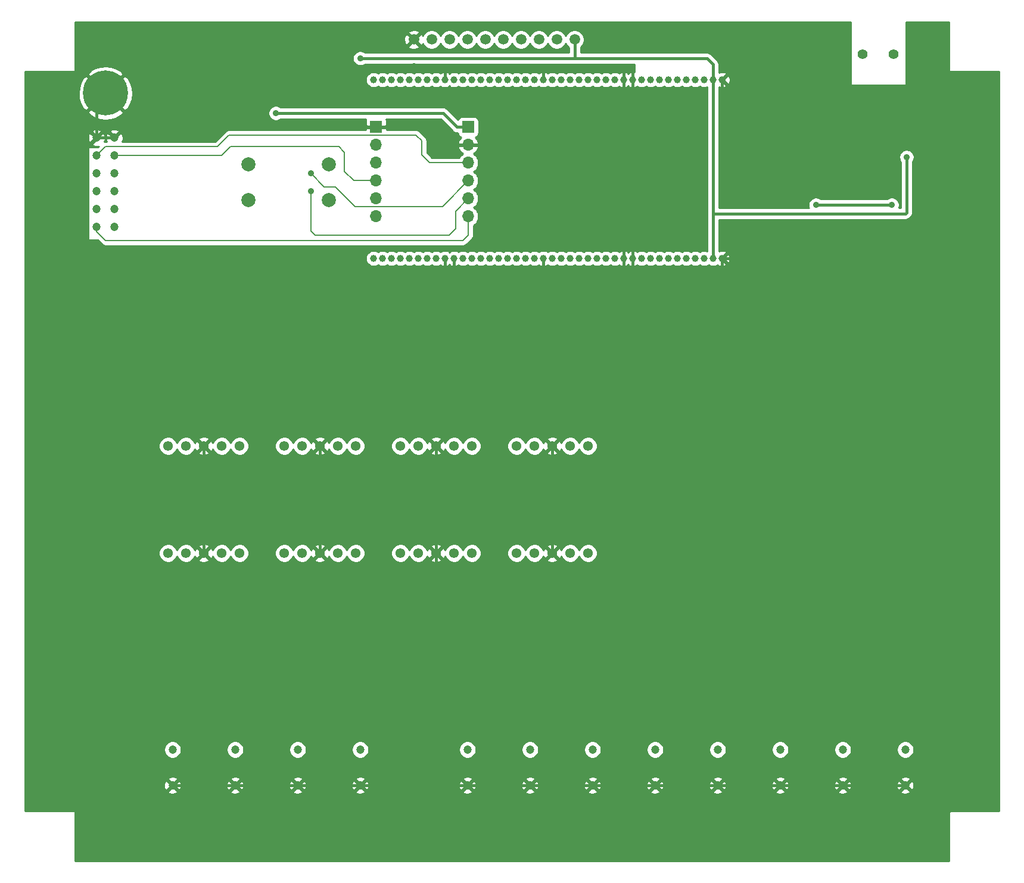
<source format=gbl>
G04 #@! TF.GenerationSoftware,KiCad,Pcbnew,(5.1.8)-1*
G04 #@! TF.CreationDate,2021-01-01T13:05:33+09:00*
G04 #@! TF.ProjectId,mifune_TE0890_local_board,6d696675-6e65-45f5-9445-303839305f6c,0.1*
G04 #@! TF.SameCoordinates,Original*
G04 #@! TF.FileFunction,Copper,L2,Bot*
G04 #@! TF.FilePolarity,Positive*
%FSLAX46Y46*%
G04 Gerber Fmt 4.6, Leading zero omitted, Abs format (unit mm)*
G04 Created by KiCad (PCBNEW (5.1.8)-1) date 2021-01-01 13:05:33*
%MOMM*%
%LPD*%
G01*
G04 APERTURE LIST*
G04 #@! TA.AperFunction,ComponentPad*
%ADD10C,1.000000*%
G04 #@! TD*
G04 #@! TA.AperFunction,ComponentPad*
%ADD11C,1.200000*%
G04 #@! TD*
G04 #@! TA.AperFunction,ComponentPad*
%ADD12C,6.400000*%
G04 #@! TD*
G04 #@! TA.AperFunction,ComponentPad*
%ADD13C,2.000000*%
G04 #@! TD*
G04 #@! TA.AperFunction,ComponentPad*
%ADD14C,1.381000*%
G04 #@! TD*
G04 #@! TA.AperFunction,ComponentPad*
%ADD15C,1.400000*%
G04 #@! TD*
G04 #@! TA.AperFunction,ComponentPad*
%ADD16O,1.700000X1.700000*%
G04 #@! TD*
G04 #@! TA.AperFunction,ComponentPad*
%ADD17R,1.700000X1.700000*%
G04 #@! TD*
G04 #@! TA.AperFunction,ComponentPad*
%ADD18C,1.500000*%
G04 #@! TD*
G04 #@! TA.AperFunction,ViaPad*
%ADD19C,0.889000*%
G04 #@! TD*
G04 #@! TA.AperFunction,Conductor*
%ADD20C,0.406400*%
G04 #@! TD*
G04 #@! TA.AperFunction,Conductor*
%ADD21C,0.203200*%
G04 #@! TD*
G04 #@! TA.AperFunction,Conductor*
%ADD22C,0.254000*%
G04 #@! TD*
G04 #@! TA.AperFunction,Conductor*
%ADD23C,0.100000*%
G04 #@! TD*
G04 APERTURE END LIST*
D10*
X137795000Y-66040000D03*
X137795000Y-40640000D03*
X136525000Y-66040000D03*
X136525000Y-40640000D03*
X135255000Y-66040000D03*
X135255000Y-40640000D03*
X133985000Y-66040000D03*
X133985000Y-40640000D03*
X132715000Y-66040000D03*
X132715000Y-40640000D03*
X131445000Y-66040000D03*
X131445000Y-40640000D03*
X130175000Y-66040000D03*
X130175000Y-40640000D03*
X128905000Y-66040000D03*
X128905000Y-40640000D03*
X127635000Y-66040000D03*
X127635000Y-40640000D03*
X126365000Y-66040000D03*
X126365000Y-40640000D03*
X125095000Y-66040000D03*
X125095000Y-40640000D03*
X123825000Y-66040000D03*
X123825000Y-40640000D03*
X122555000Y-66040000D03*
X122555000Y-40640000D03*
X121285000Y-66040000D03*
X121285000Y-40640000D03*
X120015000Y-66040000D03*
X120015000Y-40640000D03*
X118745000Y-66040000D03*
X118745000Y-40640000D03*
X117475000Y-66040000D03*
X117475000Y-40640000D03*
X116205000Y-66040000D03*
X116205000Y-40640000D03*
X114935000Y-66040000D03*
X114935000Y-40640000D03*
X113665000Y-66040000D03*
X113665000Y-40640000D03*
X112395000Y-66040000D03*
X112395000Y-40640000D03*
X111125000Y-66040000D03*
X111125000Y-40640000D03*
X109855000Y-66040000D03*
X109855000Y-40640000D03*
X108585000Y-66040000D03*
X108585000Y-40640000D03*
X107315000Y-66040000D03*
X107315000Y-40640000D03*
X106045000Y-66040000D03*
X106045000Y-40640000D03*
X104775000Y-66040000D03*
X104775000Y-40640000D03*
X103505000Y-66040000D03*
X103505000Y-40640000D03*
X102235000Y-66040000D03*
X102235000Y-40640000D03*
X100965000Y-66040000D03*
X100965000Y-40640000D03*
X99695000Y-66040000D03*
X99695000Y-40640000D03*
X98425000Y-66040000D03*
X98425000Y-40640000D03*
X97155000Y-66040000D03*
X97155000Y-40640000D03*
X95885000Y-66040000D03*
X95885000Y-40640000D03*
X94615000Y-66040000D03*
X94615000Y-40640000D03*
X93345000Y-66040000D03*
X93345000Y-40640000D03*
X92075000Y-66040000D03*
X92075000Y-40640000D03*
X90805000Y-66040000D03*
X90805000Y-40640000D03*
X89535000Y-66040000D03*
X89535000Y-40640000D03*
X88265000Y-66040000D03*
X88265000Y-40640000D03*
D11*
X48895000Y-53975000D03*
X51435000Y-56515000D03*
X51435000Y-53975000D03*
X48895000Y-56515000D03*
X48895000Y-51435000D03*
X51435000Y-59055000D03*
X51435000Y-51435000D03*
X48895000Y-59055000D03*
X48895000Y-48895000D03*
X51435000Y-61595000D03*
X51435000Y-48895000D03*
X48895000Y-61595000D03*
D12*
X50165000Y-42545000D03*
D13*
X70485000Y-57785000D03*
X70485000Y-52705000D03*
D14*
X108585000Y-92710000D03*
X111125000Y-92710000D03*
X113665000Y-92710000D03*
X116205000Y-92710000D03*
X118745000Y-92710000D03*
X118745000Y-107950000D03*
X116205000Y-107950000D03*
X113665000Y-107950000D03*
X111125000Y-107950000D03*
X108585000Y-107950000D03*
X92075000Y-107950000D03*
X94615000Y-107950000D03*
X97155000Y-107950000D03*
X99695000Y-107950000D03*
X102235000Y-107950000D03*
X102235000Y-92710000D03*
X99695000Y-92710000D03*
X97155000Y-92710000D03*
X94615000Y-92710000D03*
X92075000Y-92710000D03*
X75565000Y-92710000D03*
X78105000Y-92710000D03*
X80645000Y-92710000D03*
X83185000Y-92710000D03*
X85725000Y-92710000D03*
X85725000Y-107950000D03*
X83185000Y-107950000D03*
X80645000Y-107950000D03*
X78105000Y-107950000D03*
X75565000Y-107950000D03*
X59055000Y-107950000D03*
X61595000Y-107950000D03*
X64135000Y-107950000D03*
X66675000Y-107950000D03*
X69215000Y-107950000D03*
X69215000Y-92710000D03*
X66675000Y-92710000D03*
X64135000Y-92710000D03*
X61595000Y-92710000D03*
X59055000Y-92710000D03*
D15*
X162200000Y-37000000D03*
X157800000Y-37000000D03*
D11*
X59690000Y-140970000D03*
X59690000Y-135890000D03*
X68580000Y-135890000D03*
X68580000Y-140970000D03*
X77470000Y-140970000D03*
X77470000Y-135890000D03*
X86360000Y-135890000D03*
X86360000Y-140970000D03*
X101600000Y-140970000D03*
X101600000Y-135890000D03*
X110490000Y-135890000D03*
X110490000Y-140970000D03*
X119380000Y-140970000D03*
X119380000Y-135890000D03*
X128270000Y-135890000D03*
X128270000Y-140970000D03*
X137160000Y-140970000D03*
X137160000Y-135890000D03*
X146050000Y-135890000D03*
X146050000Y-140970000D03*
X154940000Y-140970000D03*
X154940000Y-135890000D03*
X163830000Y-135890000D03*
X163830000Y-140970000D03*
D16*
X101710000Y-60060000D03*
X101710000Y-57520000D03*
X101710000Y-54980000D03*
X101710000Y-52440000D03*
X101710000Y-49900000D03*
D17*
X101710000Y-47360000D03*
X88620000Y-47340000D03*
D16*
X88620000Y-49880000D03*
X88620000Y-52420000D03*
X88620000Y-54960000D03*
X88620000Y-57500000D03*
X88620000Y-60040000D03*
D13*
X81915000Y-52705000D03*
X81915000Y-57785000D03*
D18*
X96520000Y-34925000D03*
X99060000Y-34925000D03*
X101600000Y-34925000D03*
X104140000Y-34925000D03*
X106680000Y-34925000D03*
X109220000Y-34925000D03*
X111760000Y-34925000D03*
X114300000Y-34925000D03*
X116840000Y-34925000D03*
X93980000Y-34925000D03*
D19*
X78740000Y-42545000D03*
X103505000Y-128905000D03*
X112395000Y-128905000D03*
X121285000Y-128905000D03*
X126365000Y-128905000D03*
X139065000Y-128905000D03*
X148590000Y-128905000D03*
X156845000Y-128905000D03*
X161925000Y-128905000D03*
X61595000Y-128905000D03*
X70485000Y-128905000D03*
X79375000Y-128905000D03*
X84455000Y-128905000D03*
X155575000Y-53340000D03*
X155575000Y-66040000D03*
X151765000Y-112268000D03*
X163195000Y-100838000D03*
X163449000Y-89154000D03*
X163449000Y-76073000D03*
X163703000Y-66040000D03*
X43942000Y-126873000D03*
X44323000Y-114173000D03*
X44450000Y-101346000D03*
X44323000Y-89027000D03*
X44450000Y-75184000D03*
X130937000Y-110109000D03*
X130683000Y-99949000D03*
X130683000Y-90932000D03*
X130937000Y-79629000D03*
X59690000Y-84201000D03*
X67691000Y-83947000D03*
X75692000Y-83566000D03*
X83820000Y-83439000D03*
X92583000Y-83820000D03*
X102235000Y-83947000D03*
X109728000Y-83947000D03*
X117983000Y-83566000D03*
X139446000Y-52578000D03*
X93980000Y-38735000D03*
X109778800Y-48717200D03*
X109728000Y-64363600D03*
X76352400Y-47091600D03*
X164010000Y-51630000D03*
X86360000Y-37592000D03*
X79375000Y-53975000D03*
X79375000Y-56515000D03*
X151130000Y-58420000D03*
X161925000Y-58420000D03*
X74371200Y-45389800D03*
D20*
X51435000Y-48895000D02*
X48895000Y-48895000D01*
X48895000Y-43815000D02*
X50165000Y-42545000D01*
X48895000Y-48895000D02*
X48895000Y-43815000D01*
X78740000Y-42545000D02*
X78740000Y-38735000D01*
X53975000Y-38735000D02*
X50165000Y-42545000D01*
X78740000Y-38735000D02*
X53975000Y-38735000D01*
X98425000Y-40640000D02*
X98425000Y-38735000D01*
X98425000Y-38735000D02*
X78740000Y-38735000D01*
X112395000Y-38735000D02*
X98425000Y-38735000D01*
X112395000Y-40640000D02*
X112395000Y-38735000D01*
X125095000Y-40640000D02*
X125095000Y-38735000D01*
X123825000Y-40640000D02*
X123825000Y-38735000D01*
X123825000Y-38735000D02*
X112395000Y-38735000D01*
X125095000Y-38735000D02*
X123825000Y-38735000D01*
X137795000Y-66040000D02*
X137795000Y-67945000D01*
X98425000Y-67945000D02*
X98425000Y-66040000D01*
X99695000Y-66040000D02*
X99695000Y-67945000D01*
X99695000Y-67945000D02*
X98425000Y-67945000D01*
X112395000Y-66040000D02*
X112395000Y-67945000D01*
X112395000Y-67945000D02*
X99695000Y-67945000D01*
X125095000Y-66040000D02*
X125095000Y-67945000D01*
X137795000Y-67945000D02*
X125095000Y-67945000D01*
X123825000Y-67945000D02*
X112395000Y-67945000D01*
X123825000Y-66040000D02*
X123825000Y-67945000D01*
X125095000Y-67945000D02*
X123825000Y-67945000D01*
X70485000Y-128905000D02*
X79375000Y-128905000D01*
X79375000Y-128905000D02*
X84455000Y-128905000D01*
X84455000Y-128905000D02*
X103505000Y-128905000D01*
X103505000Y-128905000D02*
X112395000Y-128905000D01*
X112395000Y-128905000D02*
X121285000Y-128905000D01*
X121285000Y-128905000D02*
X126365000Y-128905000D01*
X126365000Y-128905000D02*
X139065000Y-128905000D01*
X139065000Y-128905000D02*
X148590000Y-128905000D01*
X148590000Y-128905000D02*
X156845000Y-128905000D01*
X156845000Y-128905000D02*
X161925000Y-128905000D01*
X163830000Y-140970000D02*
X154940000Y-140970000D01*
X154940000Y-140970000D02*
X146050000Y-140970000D01*
X146050000Y-140970000D02*
X137160000Y-140970000D01*
X137160000Y-140970000D02*
X128270000Y-140970000D01*
X128270000Y-140970000D02*
X119380000Y-140970000D01*
X119380000Y-140970000D02*
X110490000Y-140970000D01*
X101600000Y-140970000D02*
X110490000Y-140970000D01*
X86995000Y-140970000D02*
X77470000Y-140970000D01*
X101600000Y-140970000D02*
X86995000Y-140970000D01*
X86995000Y-140970000D02*
X86360000Y-140970000D01*
X77470000Y-140970000D02*
X68580000Y-140970000D01*
X64135000Y-128905000D02*
X64135000Y-140970000D01*
X68580000Y-140970000D02*
X64135000Y-140970000D01*
X64135000Y-140970000D02*
X59690000Y-140970000D01*
X61595000Y-128905000D02*
X64135000Y-128905000D01*
X64135000Y-128905000D02*
X70485000Y-128905000D01*
X64135000Y-104140000D02*
X80645000Y-104140000D01*
X80645000Y-104140000D02*
X80645000Y-107950000D01*
X80645000Y-92710000D02*
X80645000Y-104140000D01*
X64135000Y-92710000D02*
X64135000Y-104140000D01*
X64135000Y-104140000D02*
X64135000Y-107950000D01*
X80645000Y-104140000D02*
X97155000Y-104140000D01*
X97155000Y-104140000D02*
X97155000Y-107950000D01*
X97155000Y-92710000D02*
X97155000Y-104140000D01*
X97155000Y-104140000D02*
X113665000Y-104140000D01*
X113665000Y-104140000D02*
X113665000Y-107950000D01*
X113665000Y-92710000D02*
X113665000Y-104140000D01*
X97155000Y-107950000D02*
X97155000Y-128905000D01*
X155575000Y-53340000D02*
X137795000Y-53340000D01*
X137795000Y-53340000D02*
X137795000Y-40640000D01*
X137795000Y-66040000D02*
X155575000Y-66040000D01*
X155575000Y-66040000D02*
X155575000Y-66040000D01*
X161925000Y-128905000D02*
X176530000Y-128905000D01*
X176530000Y-128905000D02*
X176530000Y-66040000D01*
X176530000Y-66040000D02*
X155575000Y-66040000D01*
X125095000Y-40640000D02*
X125095000Y-66040000D01*
X88620000Y-47340000D02*
X94939600Y-47340000D01*
X97499600Y-49900000D02*
X94939600Y-47340000D01*
X101710000Y-49900000D02*
X97499600Y-49900000D01*
X123825000Y-40640000D02*
X123825000Y-66040000D01*
X164010000Y-51630000D02*
X164010000Y-59510000D01*
X163830000Y-59690000D02*
X136525000Y-59690000D01*
X164010000Y-59510000D02*
X163830000Y-59690000D01*
X136525000Y-59690000D02*
X136525000Y-66040000D01*
X136525000Y-40640000D02*
X136525000Y-59690000D01*
X86360000Y-37592000D02*
X135636000Y-37592000D01*
X136525000Y-38481000D02*
X135636000Y-37592000D01*
X136525000Y-40640000D02*
X136525000Y-38481000D01*
X116840000Y-34925000D02*
X116840000Y-37465000D01*
D21*
X98041400Y-58648600D02*
X101710000Y-54980000D01*
X93167200Y-58648600D02*
X98041400Y-58648600D01*
X93160999Y-58654801D02*
X93167200Y-58648600D01*
X85629601Y-58654801D02*
X93160999Y-58654801D01*
X82829400Y-55854600D02*
X85629601Y-58654801D01*
X81254600Y-55854600D02*
X82829400Y-55854600D01*
X79375000Y-53975000D02*
X81254600Y-55854600D01*
X79375000Y-56515000D02*
X79375000Y-62105000D01*
X79375000Y-62105000D02*
X79980000Y-62710000D01*
X79980000Y-62710000D02*
X99030000Y-62710000D01*
X99030000Y-62710000D02*
X99910000Y-61830000D01*
X99910000Y-59320000D02*
X101710000Y-57520000D01*
X99910000Y-61830000D02*
X99910000Y-59320000D01*
D20*
X151130000Y-58420000D02*
X161925000Y-58420000D01*
X101710000Y-47360000D02*
X100115800Y-47360000D01*
X100115800Y-47360000D02*
X98145600Y-45389800D01*
X98145600Y-45389800D02*
X82956400Y-45389800D01*
X82956400Y-45389800D02*
X74371200Y-45389800D01*
D21*
X100965000Y-63500000D02*
X101710000Y-62755000D01*
X50165000Y-63500000D02*
X100965000Y-63500000D01*
X48895000Y-62230000D02*
X50165000Y-63500000D01*
X48895000Y-61595000D02*
X48895000Y-62230000D01*
X101710000Y-60060000D02*
X101710000Y-62755000D01*
X96229600Y-52440000D02*
X101710000Y-52440000D01*
X95097600Y-51308000D02*
X96229600Y-52440000D01*
X95097600Y-49301400D02*
X95097600Y-51308000D01*
X67710199Y-48494801D02*
X94291001Y-48494801D01*
X94291001Y-48494801D02*
X95097600Y-49301400D01*
X50165000Y-50165000D02*
X66040000Y-50165000D01*
X66040000Y-50165000D02*
X67710199Y-48494801D01*
X48895000Y-51435000D02*
X50165000Y-50165000D01*
X85440000Y-54960000D02*
X88620000Y-54960000D01*
X84124800Y-53644800D02*
X85440000Y-54960000D01*
X84124800Y-50977800D02*
X84124800Y-53644800D01*
X83312000Y-50165000D02*
X84124800Y-50977800D01*
X67945000Y-50165000D02*
X83312000Y-50165000D01*
X66675000Y-51435000D02*
X67945000Y-50165000D01*
X51435000Y-51435000D02*
X66675000Y-51435000D01*
D22*
X156083000Y-41275000D02*
X156085440Y-41299776D01*
X156092667Y-41323601D01*
X156104403Y-41345557D01*
X156120197Y-41364803D01*
X156139443Y-41380597D01*
X156161399Y-41392333D01*
X156185224Y-41399560D01*
X156210000Y-41402000D01*
X163830000Y-41402000D01*
X163854776Y-41399560D01*
X163878601Y-41392333D01*
X163900557Y-41380597D01*
X163919803Y-41364803D01*
X163935597Y-41345557D01*
X163947333Y-41323601D01*
X163954560Y-41299776D01*
X163957000Y-41275000D01*
X163957000Y-32410000D01*
X170053000Y-32410000D01*
X170053000Y-39370000D01*
X170055440Y-39394776D01*
X170062667Y-39418601D01*
X170074403Y-39440557D01*
X170090197Y-39459803D01*
X170109443Y-39475597D01*
X170131399Y-39487333D01*
X170155224Y-39494560D01*
X170180000Y-39497000D01*
X177140000Y-39497000D01*
X177140001Y-144653000D01*
X170180000Y-144653000D01*
X170155224Y-144655440D01*
X170131399Y-144662667D01*
X170109443Y-144674403D01*
X170090197Y-144690197D01*
X170074403Y-144709443D01*
X170062667Y-144731399D01*
X170055440Y-144755224D01*
X170053000Y-144780000D01*
X170053000Y-151740000D01*
X45847000Y-151740000D01*
X45847000Y-144780000D01*
X45844560Y-144755224D01*
X45837333Y-144731399D01*
X45825597Y-144709443D01*
X45809803Y-144690197D01*
X45790557Y-144674403D01*
X45768601Y-144662667D01*
X45744776Y-144655440D01*
X45720000Y-144653000D01*
X38760000Y-144653000D01*
X38760000Y-141819764D01*
X59019841Y-141819764D01*
X59067148Y-142043348D01*
X59288516Y-142144237D01*
X59525313Y-142200000D01*
X59768438Y-142208495D01*
X60008549Y-142169395D01*
X60236418Y-142084202D01*
X60312852Y-142043348D01*
X60360159Y-141819764D01*
X67909841Y-141819764D01*
X67957148Y-142043348D01*
X68178516Y-142144237D01*
X68415313Y-142200000D01*
X68658438Y-142208495D01*
X68898549Y-142169395D01*
X69126418Y-142084202D01*
X69202852Y-142043348D01*
X69250159Y-141819764D01*
X76799841Y-141819764D01*
X76847148Y-142043348D01*
X77068516Y-142144237D01*
X77305313Y-142200000D01*
X77548438Y-142208495D01*
X77788549Y-142169395D01*
X78016418Y-142084202D01*
X78092852Y-142043348D01*
X78140159Y-141819764D01*
X85689841Y-141819764D01*
X85737148Y-142043348D01*
X85958516Y-142144237D01*
X86195313Y-142200000D01*
X86438438Y-142208495D01*
X86678549Y-142169395D01*
X86906418Y-142084202D01*
X86982852Y-142043348D01*
X87030159Y-141819764D01*
X100929841Y-141819764D01*
X100977148Y-142043348D01*
X101198516Y-142144237D01*
X101435313Y-142200000D01*
X101678438Y-142208495D01*
X101918549Y-142169395D01*
X102146418Y-142084202D01*
X102222852Y-142043348D01*
X102270159Y-141819764D01*
X109819841Y-141819764D01*
X109867148Y-142043348D01*
X110088516Y-142144237D01*
X110325313Y-142200000D01*
X110568438Y-142208495D01*
X110808549Y-142169395D01*
X111036418Y-142084202D01*
X111112852Y-142043348D01*
X111160159Y-141819764D01*
X118709841Y-141819764D01*
X118757148Y-142043348D01*
X118978516Y-142144237D01*
X119215313Y-142200000D01*
X119458438Y-142208495D01*
X119698549Y-142169395D01*
X119926418Y-142084202D01*
X120002852Y-142043348D01*
X120050159Y-141819764D01*
X127599841Y-141819764D01*
X127647148Y-142043348D01*
X127868516Y-142144237D01*
X128105313Y-142200000D01*
X128348438Y-142208495D01*
X128588549Y-142169395D01*
X128816418Y-142084202D01*
X128892852Y-142043348D01*
X128940159Y-141819764D01*
X136489841Y-141819764D01*
X136537148Y-142043348D01*
X136758516Y-142144237D01*
X136995313Y-142200000D01*
X137238438Y-142208495D01*
X137478549Y-142169395D01*
X137706418Y-142084202D01*
X137782852Y-142043348D01*
X137830159Y-141819764D01*
X145379841Y-141819764D01*
X145427148Y-142043348D01*
X145648516Y-142144237D01*
X145885313Y-142200000D01*
X146128438Y-142208495D01*
X146368549Y-142169395D01*
X146596418Y-142084202D01*
X146672852Y-142043348D01*
X146720159Y-141819764D01*
X154269841Y-141819764D01*
X154317148Y-142043348D01*
X154538516Y-142144237D01*
X154775313Y-142200000D01*
X155018438Y-142208495D01*
X155258549Y-142169395D01*
X155486418Y-142084202D01*
X155562852Y-142043348D01*
X155610159Y-141819764D01*
X163159841Y-141819764D01*
X163207148Y-142043348D01*
X163428516Y-142144237D01*
X163665313Y-142200000D01*
X163908438Y-142208495D01*
X164148549Y-142169395D01*
X164376418Y-142084202D01*
X164452852Y-142043348D01*
X164500159Y-141819764D01*
X163830000Y-141149605D01*
X163159841Y-141819764D01*
X155610159Y-141819764D01*
X154940000Y-141149605D01*
X154269841Y-141819764D01*
X146720159Y-141819764D01*
X146050000Y-141149605D01*
X145379841Y-141819764D01*
X137830159Y-141819764D01*
X137160000Y-141149605D01*
X136489841Y-141819764D01*
X128940159Y-141819764D01*
X128270000Y-141149605D01*
X127599841Y-141819764D01*
X120050159Y-141819764D01*
X119380000Y-141149605D01*
X118709841Y-141819764D01*
X111160159Y-141819764D01*
X110490000Y-141149605D01*
X109819841Y-141819764D01*
X102270159Y-141819764D01*
X101600000Y-141149605D01*
X100929841Y-141819764D01*
X87030159Y-141819764D01*
X86360000Y-141149605D01*
X85689841Y-141819764D01*
X78140159Y-141819764D01*
X77470000Y-141149605D01*
X76799841Y-141819764D01*
X69250159Y-141819764D01*
X68580000Y-141149605D01*
X67909841Y-141819764D01*
X60360159Y-141819764D01*
X59690000Y-141149605D01*
X59019841Y-141819764D01*
X38760000Y-141819764D01*
X38760000Y-141048438D01*
X58451505Y-141048438D01*
X58490605Y-141288549D01*
X58575798Y-141516418D01*
X58616652Y-141592852D01*
X58840236Y-141640159D01*
X59510395Y-140970000D01*
X59869605Y-140970000D01*
X60539764Y-141640159D01*
X60763348Y-141592852D01*
X60864237Y-141371484D01*
X60920000Y-141134687D01*
X60923013Y-141048438D01*
X67341505Y-141048438D01*
X67380605Y-141288549D01*
X67465798Y-141516418D01*
X67506652Y-141592852D01*
X67730236Y-141640159D01*
X68400395Y-140970000D01*
X68759605Y-140970000D01*
X69429764Y-141640159D01*
X69653348Y-141592852D01*
X69754237Y-141371484D01*
X69810000Y-141134687D01*
X69813013Y-141048438D01*
X76231505Y-141048438D01*
X76270605Y-141288549D01*
X76355798Y-141516418D01*
X76396652Y-141592852D01*
X76620236Y-141640159D01*
X77290395Y-140970000D01*
X77649605Y-140970000D01*
X78319764Y-141640159D01*
X78543348Y-141592852D01*
X78644237Y-141371484D01*
X78700000Y-141134687D01*
X78703013Y-141048438D01*
X85121505Y-141048438D01*
X85160605Y-141288549D01*
X85245798Y-141516418D01*
X85286652Y-141592852D01*
X85510236Y-141640159D01*
X86180395Y-140970000D01*
X86539605Y-140970000D01*
X87209764Y-141640159D01*
X87433348Y-141592852D01*
X87534237Y-141371484D01*
X87590000Y-141134687D01*
X87593013Y-141048438D01*
X100361505Y-141048438D01*
X100400605Y-141288549D01*
X100485798Y-141516418D01*
X100526652Y-141592852D01*
X100750236Y-141640159D01*
X101420395Y-140970000D01*
X101779605Y-140970000D01*
X102449764Y-141640159D01*
X102673348Y-141592852D01*
X102774237Y-141371484D01*
X102830000Y-141134687D01*
X102833013Y-141048438D01*
X109251505Y-141048438D01*
X109290605Y-141288549D01*
X109375798Y-141516418D01*
X109416652Y-141592852D01*
X109640236Y-141640159D01*
X110310395Y-140970000D01*
X110669605Y-140970000D01*
X111339764Y-141640159D01*
X111563348Y-141592852D01*
X111664237Y-141371484D01*
X111720000Y-141134687D01*
X111723013Y-141048438D01*
X118141505Y-141048438D01*
X118180605Y-141288549D01*
X118265798Y-141516418D01*
X118306652Y-141592852D01*
X118530236Y-141640159D01*
X119200395Y-140970000D01*
X119559605Y-140970000D01*
X120229764Y-141640159D01*
X120453348Y-141592852D01*
X120554237Y-141371484D01*
X120610000Y-141134687D01*
X120613013Y-141048438D01*
X127031505Y-141048438D01*
X127070605Y-141288549D01*
X127155798Y-141516418D01*
X127196652Y-141592852D01*
X127420236Y-141640159D01*
X128090395Y-140970000D01*
X128449605Y-140970000D01*
X129119764Y-141640159D01*
X129343348Y-141592852D01*
X129444237Y-141371484D01*
X129500000Y-141134687D01*
X129503013Y-141048438D01*
X135921505Y-141048438D01*
X135960605Y-141288549D01*
X136045798Y-141516418D01*
X136086652Y-141592852D01*
X136310236Y-141640159D01*
X136980395Y-140970000D01*
X137339605Y-140970000D01*
X138009764Y-141640159D01*
X138233348Y-141592852D01*
X138334237Y-141371484D01*
X138390000Y-141134687D01*
X138393013Y-141048438D01*
X144811505Y-141048438D01*
X144850605Y-141288549D01*
X144935798Y-141516418D01*
X144976652Y-141592852D01*
X145200236Y-141640159D01*
X145870395Y-140970000D01*
X146229605Y-140970000D01*
X146899764Y-141640159D01*
X147123348Y-141592852D01*
X147224237Y-141371484D01*
X147280000Y-141134687D01*
X147283013Y-141048438D01*
X153701505Y-141048438D01*
X153740605Y-141288549D01*
X153825798Y-141516418D01*
X153866652Y-141592852D01*
X154090236Y-141640159D01*
X154760395Y-140970000D01*
X155119605Y-140970000D01*
X155789764Y-141640159D01*
X156013348Y-141592852D01*
X156114237Y-141371484D01*
X156170000Y-141134687D01*
X156173013Y-141048438D01*
X162591505Y-141048438D01*
X162630605Y-141288549D01*
X162715798Y-141516418D01*
X162756652Y-141592852D01*
X162980236Y-141640159D01*
X163650395Y-140970000D01*
X164009605Y-140970000D01*
X164679764Y-141640159D01*
X164903348Y-141592852D01*
X165004237Y-141371484D01*
X165060000Y-141134687D01*
X165068495Y-140891562D01*
X165029395Y-140651451D01*
X164944202Y-140423582D01*
X164903348Y-140347148D01*
X164679764Y-140299841D01*
X164009605Y-140970000D01*
X163650395Y-140970000D01*
X162980236Y-140299841D01*
X162756652Y-140347148D01*
X162655763Y-140568516D01*
X162600000Y-140805313D01*
X162591505Y-141048438D01*
X156173013Y-141048438D01*
X156178495Y-140891562D01*
X156139395Y-140651451D01*
X156054202Y-140423582D01*
X156013348Y-140347148D01*
X155789764Y-140299841D01*
X155119605Y-140970000D01*
X154760395Y-140970000D01*
X154090236Y-140299841D01*
X153866652Y-140347148D01*
X153765763Y-140568516D01*
X153710000Y-140805313D01*
X153701505Y-141048438D01*
X147283013Y-141048438D01*
X147288495Y-140891562D01*
X147249395Y-140651451D01*
X147164202Y-140423582D01*
X147123348Y-140347148D01*
X146899764Y-140299841D01*
X146229605Y-140970000D01*
X145870395Y-140970000D01*
X145200236Y-140299841D01*
X144976652Y-140347148D01*
X144875763Y-140568516D01*
X144820000Y-140805313D01*
X144811505Y-141048438D01*
X138393013Y-141048438D01*
X138398495Y-140891562D01*
X138359395Y-140651451D01*
X138274202Y-140423582D01*
X138233348Y-140347148D01*
X138009764Y-140299841D01*
X137339605Y-140970000D01*
X136980395Y-140970000D01*
X136310236Y-140299841D01*
X136086652Y-140347148D01*
X135985763Y-140568516D01*
X135930000Y-140805313D01*
X135921505Y-141048438D01*
X129503013Y-141048438D01*
X129508495Y-140891562D01*
X129469395Y-140651451D01*
X129384202Y-140423582D01*
X129343348Y-140347148D01*
X129119764Y-140299841D01*
X128449605Y-140970000D01*
X128090395Y-140970000D01*
X127420236Y-140299841D01*
X127196652Y-140347148D01*
X127095763Y-140568516D01*
X127040000Y-140805313D01*
X127031505Y-141048438D01*
X120613013Y-141048438D01*
X120618495Y-140891562D01*
X120579395Y-140651451D01*
X120494202Y-140423582D01*
X120453348Y-140347148D01*
X120229764Y-140299841D01*
X119559605Y-140970000D01*
X119200395Y-140970000D01*
X118530236Y-140299841D01*
X118306652Y-140347148D01*
X118205763Y-140568516D01*
X118150000Y-140805313D01*
X118141505Y-141048438D01*
X111723013Y-141048438D01*
X111728495Y-140891562D01*
X111689395Y-140651451D01*
X111604202Y-140423582D01*
X111563348Y-140347148D01*
X111339764Y-140299841D01*
X110669605Y-140970000D01*
X110310395Y-140970000D01*
X109640236Y-140299841D01*
X109416652Y-140347148D01*
X109315763Y-140568516D01*
X109260000Y-140805313D01*
X109251505Y-141048438D01*
X102833013Y-141048438D01*
X102838495Y-140891562D01*
X102799395Y-140651451D01*
X102714202Y-140423582D01*
X102673348Y-140347148D01*
X102449764Y-140299841D01*
X101779605Y-140970000D01*
X101420395Y-140970000D01*
X100750236Y-140299841D01*
X100526652Y-140347148D01*
X100425763Y-140568516D01*
X100370000Y-140805313D01*
X100361505Y-141048438D01*
X87593013Y-141048438D01*
X87598495Y-140891562D01*
X87559395Y-140651451D01*
X87474202Y-140423582D01*
X87433348Y-140347148D01*
X87209764Y-140299841D01*
X86539605Y-140970000D01*
X86180395Y-140970000D01*
X85510236Y-140299841D01*
X85286652Y-140347148D01*
X85185763Y-140568516D01*
X85130000Y-140805313D01*
X85121505Y-141048438D01*
X78703013Y-141048438D01*
X78708495Y-140891562D01*
X78669395Y-140651451D01*
X78584202Y-140423582D01*
X78543348Y-140347148D01*
X78319764Y-140299841D01*
X77649605Y-140970000D01*
X77290395Y-140970000D01*
X76620236Y-140299841D01*
X76396652Y-140347148D01*
X76295763Y-140568516D01*
X76240000Y-140805313D01*
X76231505Y-141048438D01*
X69813013Y-141048438D01*
X69818495Y-140891562D01*
X69779395Y-140651451D01*
X69694202Y-140423582D01*
X69653348Y-140347148D01*
X69429764Y-140299841D01*
X68759605Y-140970000D01*
X68400395Y-140970000D01*
X67730236Y-140299841D01*
X67506652Y-140347148D01*
X67405763Y-140568516D01*
X67350000Y-140805313D01*
X67341505Y-141048438D01*
X60923013Y-141048438D01*
X60928495Y-140891562D01*
X60889395Y-140651451D01*
X60804202Y-140423582D01*
X60763348Y-140347148D01*
X60539764Y-140299841D01*
X59869605Y-140970000D01*
X59510395Y-140970000D01*
X58840236Y-140299841D01*
X58616652Y-140347148D01*
X58515763Y-140568516D01*
X58460000Y-140805313D01*
X58451505Y-141048438D01*
X38760000Y-141048438D01*
X38760000Y-140120236D01*
X59019841Y-140120236D01*
X59690000Y-140790395D01*
X60360159Y-140120236D01*
X67909841Y-140120236D01*
X68580000Y-140790395D01*
X69250159Y-140120236D01*
X76799841Y-140120236D01*
X77470000Y-140790395D01*
X78140159Y-140120236D01*
X85689841Y-140120236D01*
X86360000Y-140790395D01*
X87030159Y-140120236D01*
X100929841Y-140120236D01*
X101600000Y-140790395D01*
X102270159Y-140120236D01*
X109819841Y-140120236D01*
X110490000Y-140790395D01*
X111160159Y-140120236D01*
X118709841Y-140120236D01*
X119380000Y-140790395D01*
X120050159Y-140120236D01*
X127599841Y-140120236D01*
X128270000Y-140790395D01*
X128940159Y-140120236D01*
X136489841Y-140120236D01*
X137160000Y-140790395D01*
X137830159Y-140120236D01*
X145379841Y-140120236D01*
X146050000Y-140790395D01*
X146720159Y-140120236D01*
X154269841Y-140120236D01*
X154940000Y-140790395D01*
X155610159Y-140120236D01*
X163159841Y-140120236D01*
X163830000Y-140790395D01*
X164500159Y-140120236D01*
X164452852Y-139896652D01*
X164231484Y-139795763D01*
X163994687Y-139740000D01*
X163751562Y-139731505D01*
X163511451Y-139770605D01*
X163283582Y-139855798D01*
X163207148Y-139896652D01*
X163159841Y-140120236D01*
X155610159Y-140120236D01*
X155562852Y-139896652D01*
X155341484Y-139795763D01*
X155104687Y-139740000D01*
X154861562Y-139731505D01*
X154621451Y-139770605D01*
X154393582Y-139855798D01*
X154317148Y-139896652D01*
X154269841Y-140120236D01*
X146720159Y-140120236D01*
X146672852Y-139896652D01*
X146451484Y-139795763D01*
X146214687Y-139740000D01*
X145971562Y-139731505D01*
X145731451Y-139770605D01*
X145503582Y-139855798D01*
X145427148Y-139896652D01*
X145379841Y-140120236D01*
X137830159Y-140120236D01*
X137782852Y-139896652D01*
X137561484Y-139795763D01*
X137324687Y-139740000D01*
X137081562Y-139731505D01*
X136841451Y-139770605D01*
X136613582Y-139855798D01*
X136537148Y-139896652D01*
X136489841Y-140120236D01*
X128940159Y-140120236D01*
X128892852Y-139896652D01*
X128671484Y-139795763D01*
X128434687Y-139740000D01*
X128191562Y-139731505D01*
X127951451Y-139770605D01*
X127723582Y-139855798D01*
X127647148Y-139896652D01*
X127599841Y-140120236D01*
X120050159Y-140120236D01*
X120002852Y-139896652D01*
X119781484Y-139795763D01*
X119544687Y-139740000D01*
X119301562Y-139731505D01*
X119061451Y-139770605D01*
X118833582Y-139855798D01*
X118757148Y-139896652D01*
X118709841Y-140120236D01*
X111160159Y-140120236D01*
X111112852Y-139896652D01*
X110891484Y-139795763D01*
X110654687Y-139740000D01*
X110411562Y-139731505D01*
X110171451Y-139770605D01*
X109943582Y-139855798D01*
X109867148Y-139896652D01*
X109819841Y-140120236D01*
X102270159Y-140120236D01*
X102222852Y-139896652D01*
X102001484Y-139795763D01*
X101764687Y-139740000D01*
X101521562Y-139731505D01*
X101281451Y-139770605D01*
X101053582Y-139855798D01*
X100977148Y-139896652D01*
X100929841Y-140120236D01*
X87030159Y-140120236D01*
X86982852Y-139896652D01*
X86761484Y-139795763D01*
X86524687Y-139740000D01*
X86281562Y-139731505D01*
X86041451Y-139770605D01*
X85813582Y-139855798D01*
X85737148Y-139896652D01*
X85689841Y-140120236D01*
X78140159Y-140120236D01*
X78092852Y-139896652D01*
X77871484Y-139795763D01*
X77634687Y-139740000D01*
X77391562Y-139731505D01*
X77151451Y-139770605D01*
X76923582Y-139855798D01*
X76847148Y-139896652D01*
X76799841Y-140120236D01*
X69250159Y-140120236D01*
X69202852Y-139896652D01*
X68981484Y-139795763D01*
X68744687Y-139740000D01*
X68501562Y-139731505D01*
X68261451Y-139770605D01*
X68033582Y-139855798D01*
X67957148Y-139896652D01*
X67909841Y-140120236D01*
X60360159Y-140120236D01*
X60312852Y-139896652D01*
X60091484Y-139795763D01*
X59854687Y-139740000D01*
X59611562Y-139731505D01*
X59371451Y-139770605D01*
X59143582Y-139855798D01*
X59067148Y-139896652D01*
X59019841Y-140120236D01*
X38760000Y-140120236D01*
X38760000Y-135768363D01*
X58455000Y-135768363D01*
X58455000Y-136011637D01*
X58502460Y-136250236D01*
X58595557Y-136474992D01*
X58730713Y-136677267D01*
X58902733Y-136849287D01*
X59105008Y-136984443D01*
X59329764Y-137077540D01*
X59568363Y-137125000D01*
X59811637Y-137125000D01*
X60050236Y-137077540D01*
X60274992Y-136984443D01*
X60477267Y-136849287D01*
X60649287Y-136677267D01*
X60784443Y-136474992D01*
X60877540Y-136250236D01*
X60925000Y-136011637D01*
X60925000Y-135768363D01*
X67345000Y-135768363D01*
X67345000Y-136011637D01*
X67392460Y-136250236D01*
X67485557Y-136474992D01*
X67620713Y-136677267D01*
X67792733Y-136849287D01*
X67995008Y-136984443D01*
X68219764Y-137077540D01*
X68458363Y-137125000D01*
X68701637Y-137125000D01*
X68940236Y-137077540D01*
X69164992Y-136984443D01*
X69367267Y-136849287D01*
X69539287Y-136677267D01*
X69674443Y-136474992D01*
X69767540Y-136250236D01*
X69815000Y-136011637D01*
X69815000Y-135768363D01*
X76235000Y-135768363D01*
X76235000Y-136011637D01*
X76282460Y-136250236D01*
X76375557Y-136474992D01*
X76510713Y-136677267D01*
X76682733Y-136849287D01*
X76885008Y-136984443D01*
X77109764Y-137077540D01*
X77348363Y-137125000D01*
X77591637Y-137125000D01*
X77830236Y-137077540D01*
X78054992Y-136984443D01*
X78257267Y-136849287D01*
X78429287Y-136677267D01*
X78564443Y-136474992D01*
X78657540Y-136250236D01*
X78705000Y-136011637D01*
X78705000Y-135768363D01*
X85125000Y-135768363D01*
X85125000Y-136011637D01*
X85172460Y-136250236D01*
X85265557Y-136474992D01*
X85400713Y-136677267D01*
X85572733Y-136849287D01*
X85775008Y-136984443D01*
X85999764Y-137077540D01*
X86238363Y-137125000D01*
X86481637Y-137125000D01*
X86720236Y-137077540D01*
X86944992Y-136984443D01*
X87147267Y-136849287D01*
X87319287Y-136677267D01*
X87454443Y-136474992D01*
X87547540Y-136250236D01*
X87595000Y-136011637D01*
X87595000Y-135768363D01*
X100365000Y-135768363D01*
X100365000Y-136011637D01*
X100412460Y-136250236D01*
X100505557Y-136474992D01*
X100640713Y-136677267D01*
X100812733Y-136849287D01*
X101015008Y-136984443D01*
X101239764Y-137077540D01*
X101478363Y-137125000D01*
X101721637Y-137125000D01*
X101960236Y-137077540D01*
X102184992Y-136984443D01*
X102387267Y-136849287D01*
X102559287Y-136677267D01*
X102694443Y-136474992D01*
X102787540Y-136250236D01*
X102835000Y-136011637D01*
X102835000Y-135768363D01*
X109255000Y-135768363D01*
X109255000Y-136011637D01*
X109302460Y-136250236D01*
X109395557Y-136474992D01*
X109530713Y-136677267D01*
X109702733Y-136849287D01*
X109905008Y-136984443D01*
X110129764Y-137077540D01*
X110368363Y-137125000D01*
X110611637Y-137125000D01*
X110850236Y-137077540D01*
X111074992Y-136984443D01*
X111277267Y-136849287D01*
X111449287Y-136677267D01*
X111584443Y-136474992D01*
X111677540Y-136250236D01*
X111725000Y-136011637D01*
X111725000Y-135768363D01*
X118145000Y-135768363D01*
X118145000Y-136011637D01*
X118192460Y-136250236D01*
X118285557Y-136474992D01*
X118420713Y-136677267D01*
X118592733Y-136849287D01*
X118795008Y-136984443D01*
X119019764Y-137077540D01*
X119258363Y-137125000D01*
X119501637Y-137125000D01*
X119740236Y-137077540D01*
X119964992Y-136984443D01*
X120167267Y-136849287D01*
X120339287Y-136677267D01*
X120474443Y-136474992D01*
X120567540Y-136250236D01*
X120615000Y-136011637D01*
X120615000Y-135768363D01*
X127035000Y-135768363D01*
X127035000Y-136011637D01*
X127082460Y-136250236D01*
X127175557Y-136474992D01*
X127310713Y-136677267D01*
X127482733Y-136849287D01*
X127685008Y-136984443D01*
X127909764Y-137077540D01*
X128148363Y-137125000D01*
X128391637Y-137125000D01*
X128630236Y-137077540D01*
X128854992Y-136984443D01*
X129057267Y-136849287D01*
X129229287Y-136677267D01*
X129364443Y-136474992D01*
X129457540Y-136250236D01*
X129505000Y-136011637D01*
X129505000Y-135768363D01*
X135925000Y-135768363D01*
X135925000Y-136011637D01*
X135972460Y-136250236D01*
X136065557Y-136474992D01*
X136200713Y-136677267D01*
X136372733Y-136849287D01*
X136575008Y-136984443D01*
X136799764Y-137077540D01*
X137038363Y-137125000D01*
X137281637Y-137125000D01*
X137520236Y-137077540D01*
X137744992Y-136984443D01*
X137947267Y-136849287D01*
X138119287Y-136677267D01*
X138254443Y-136474992D01*
X138347540Y-136250236D01*
X138395000Y-136011637D01*
X138395000Y-135768363D01*
X144815000Y-135768363D01*
X144815000Y-136011637D01*
X144862460Y-136250236D01*
X144955557Y-136474992D01*
X145090713Y-136677267D01*
X145262733Y-136849287D01*
X145465008Y-136984443D01*
X145689764Y-137077540D01*
X145928363Y-137125000D01*
X146171637Y-137125000D01*
X146410236Y-137077540D01*
X146634992Y-136984443D01*
X146837267Y-136849287D01*
X147009287Y-136677267D01*
X147144443Y-136474992D01*
X147237540Y-136250236D01*
X147285000Y-136011637D01*
X147285000Y-135768363D01*
X153705000Y-135768363D01*
X153705000Y-136011637D01*
X153752460Y-136250236D01*
X153845557Y-136474992D01*
X153980713Y-136677267D01*
X154152733Y-136849287D01*
X154355008Y-136984443D01*
X154579764Y-137077540D01*
X154818363Y-137125000D01*
X155061637Y-137125000D01*
X155300236Y-137077540D01*
X155524992Y-136984443D01*
X155727267Y-136849287D01*
X155899287Y-136677267D01*
X156034443Y-136474992D01*
X156127540Y-136250236D01*
X156175000Y-136011637D01*
X156175000Y-135768363D01*
X162595000Y-135768363D01*
X162595000Y-136011637D01*
X162642460Y-136250236D01*
X162735557Y-136474992D01*
X162870713Y-136677267D01*
X163042733Y-136849287D01*
X163245008Y-136984443D01*
X163469764Y-137077540D01*
X163708363Y-137125000D01*
X163951637Y-137125000D01*
X164190236Y-137077540D01*
X164414992Y-136984443D01*
X164617267Y-136849287D01*
X164789287Y-136677267D01*
X164924443Y-136474992D01*
X165017540Y-136250236D01*
X165065000Y-136011637D01*
X165065000Y-135768363D01*
X165017540Y-135529764D01*
X164924443Y-135305008D01*
X164789287Y-135102733D01*
X164617267Y-134930713D01*
X164414992Y-134795557D01*
X164190236Y-134702460D01*
X163951637Y-134655000D01*
X163708363Y-134655000D01*
X163469764Y-134702460D01*
X163245008Y-134795557D01*
X163042733Y-134930713D01*
X162870713Y-135102733D01*
X162735557Y-135305008D01*
X162642460Y-135529764D01*
X162595000Y-135768363D01*
X156175000Y-135768363D01*
X156127540Y-135529764D01*
X156034443Y-135305008D01*
X155899287Y-135102733D01*
X155727267Y-134930713D01*
X155524992Y-134795557D01*
X155300236Y-134702460D01*
X155061637Y-134655000D01*
X154818363Y-134655000D01*
X154579764Y-134702460D01*
X154355008Y-134795557D01*
X154152733Y-134930713D01*
X153980713Y-135102733D01*
X153845557Y-135305008D01*
X153752460Y-135529764D01*
X153705000Y-135768363D01*
X147285000Y-135768363D01*
X147237540Y-135529764D01*
X147144443Y-135305008D01*
X147009287Y-135102733D01*
X146837267Y-134930713D01*
X146634992Y-134795557D01*
X146410236Y-134702460D01*
X146171637Y-134655000D01*
X145928363Y-134655000D01*
X145689764Y-134702460D01*
X145465008Y-134795557D01*
X145262733Y-134930713D01*
X145090713Y-135102733D01*
X144955557Y-135305008D01*
X144862460Y-135529764D01*
X144815000Y-135768363D01*
X138395000Y-135768363D01*
X138347540Y-135529764D01*
X138254443Y-135305008D01*
X138119287Y-135102733D01*
X137947267Y-134930713D01*
X137744992Y-134795557D01*
X137520236Y-134702460D01*
X137281637Y-134655000D01*
X137038363Y-134655000D01*
X136799764Y-134702460D01*
X136575008Y-134795557D01*
X136372733Y-134930713D01*
X136200713Y-135102733D01*
X136065557Y-135305008D01*
X135972460Y-135529764D01*
X135925000Y-135768363D01*
X129505000Y-135768363D01*
X129457540Y-135529764D01*
X129364443Y-135305008D01*
X129229287Y-135102733D01*
X129057267Y-134930713D01*
X128854992Y-134795557D01*
X128630236Y-134702460D01*
X128391637Y-134655000D01*
X128148363Y-134655000D01*
X127909764Y-134702460D01*
X127685008Y-134795557D01*
X127482733Y-134930713D01*
X127310713Y-135102733D01*
X127175557Y-135305008D01*
X127082460Y-135529764D01*
X127035000Y-135768363D01*
X120615000Y-135768363D01*
X120567540Y-135529764D01*
X120474443Y-135305008D01*
X120339287Y-135102733D01*
X120167267Y-134930713D01*
X119964992Y-134795557D01*
X119740236Y-134702460D01*
X119501637Y-134655000D01*
X119258363Y-134655000D01*
X119019764Y-134702460D01*
X118795008Y-134795557D01*
X118592733Y-134930713D01*
X118420713Y-135102733D01*
X118285557Y-135305008D01*
X118192460Y-135529764D01*
X118145000Y-135768363D01*
X111725000Y-135768363D01*
X111677540Y-135529764D01*
X111584443Y-135305008D01*
X111449287Y-135102733D01*
X111277267Y-134930713D01*
X111074992Y-134795557D01*
X110850236Y-134702460D01*
X110611637Y-134655000D01*
X110368363Y-134655000D01*
X110129764Y-134702460D01*
X109905008Y-134795557D01*
X109702733Y-134930713D01*
X109530713Y-135102733D01*
X109395557Y-135305008D01*
X109302460Y-135529764D01*
X109255000Y-135768363D01*
X102835000Y-135768363D01*
X102787540Y-135529764D01*
X102694443Y-135305008D01*
X102559287Y-135102733D01*
X102387267Y-134930713D01*
X102184992Y-134795557D01*
X101960236Y-134702460D01*
X101721637Y-134655000D01*
X101478363Y-134655000D01*
X101239764Y-134702460D01*
X101015008Y-134795557D01*
X100812733Y-134930713D01*
X100640713Y-135102733D01*
X100505557Y-135305008D01*
X100412460Y-135529764D01*
X100365000Y-135768363D01*
X87595000Y-135768363D01*
X87547540Y-135529764D01*
X87454443Y-135305008D01*
X87319287Y-135102733D01*
X87147267Y-134930713D01*
X86944992Y-134795557D01*
X86720236Y-134702460D01*
X86481637Y-134655000D01*
X86238363Y-134655000D01*
X85999764Y-134702460D01*
X85775008Y-134795557D01*
X85572733Y-134930713D01*
X85400713Y-135102733D01*
X85265557Y-135305008D01*
X85172460Y-135529764D01*
X85125000Y-135768363D01*
X78705000Y-135768363D01*
X78657540Y-135529764D01*
X78564443Y-135305008D01*
X78429287Y-135102733D01*
X78257267Y-134930713D01*
X78054992Y-134795557D01*
X77830236Y-134702460D01*
X77591637Y-134655000D01*
X77348363Y-134655000D01*
X77109764Y-134702460D01*
X76885008Y-134795557D01*
X76682733Y-134930713D01*
X76510713Y-135102733D01*
X76375557Y-135305008D01*
X76282460Y-135529764D01*
X76235000Y-135768363D01*
X69815000Y-135768363D01*
X69767540Y-135529764D01*
X69674443Y-135305008D01*
X69539287Y-135102733D01*
X69367267Y-134930713D01*
X69164992Y-134795557D01*
X68940236Y-134702460D01*
X68701637Y-134655000D01*
X68458363Y-134655000D01*
X68219764Y-134702460D01*
X67995008Y-134795557D01*
X67792733Y-134930713D01*
X67620713Y-135102733D01*
X67485557Y-135305008D01*
X67392460Y-135529764D01*
X67345000Y-135768363D01*
X60925000Y-135768363D01*
X60877540Y-135529764D01*
X60784443Y-135305008D01*
X60649287Y-135102733D01*
X60477267Y-134930713D01*
X60274992Y-134795557D01*
X60050236Y-134702460D01*
X59811637Y-134655000D01*
X59568363Y-134655000D01*
X59329764Y-134702460D01*
X59105008Y-134795557D01*
X58902733Y-134930713D01*
X58730713Y-135102733D01*
X58595557Y-135305008D01*
X58502460Y-135529764D01*
X58455000Y-135768363D01*
X38760000Y-135768363D01*
X38760000Y-107819450D01*
X57729500Y-107819450D01*
X57729500Y-108080550D01*
X57780438Y-108336634D01*
X57880357Y-108577860D01*
X58025417Y-108794957D01*
X58210043Y-108979583D01*
X58427140Y-109124643D01*
X58668366Y-109224562D01*
X58924450Y-109275500D01*
X59185550Y-109275500D01*
X59441634Y-109224562D01*
X59682860Y-109124643D01*
X59899957Y-108979583D01*
X60084583Y-108794957D01*
X60229643Y-108577860D01*
X60325000Y-108347648D01*
X60420357Y-108577860D01*
X60565417Y-108794957D01*
X60750043Y-108979583D01*
X60967140Y-109124643D01*
X61208366Y-109224562D01*
X61464450Y-109275500D01*
X61725550Y-109275500D01*
X61981634Y-109224562D01*
X62222860Y-109124643D01*
X62439957Y-108979583D01*
X62555060Y-108864480D01*
X63400125Y-108864480D01*
X63458433Y-109097279D01*
X63695257Y-109207227D01*
X63948979Y-109268859D01*
X64209849Y-109279808D01*
X64467844Y-109239654D01*
X64713047Y-109149939D01*
X64811567Y-109097279D01*
X64869875Y-108864480D01*
X64135000Y-108129605D01*
X63400125Y-108864480D01*
X62555060Y-108864480D01*
X62624583Y-108794957D01*
X62769643Y-108577860D01*
X62867154Y-108342448D01*
X62935061Y-108528047D01*
X62987721Y-108626567D01*
X63220520Y-108684875D01*
X63955395Y-107950000D01*
X64314605Y-107950000D01*
X65049480Y-108684875D01*
X65282279Y-108626567D01*
X65392227Y-108389743D01*
X65403394Y-108343771D01*
X65500357Y-108577860D01*
X65645417Y-108794957D01*
X65830043Y-108979583D01*
X66047140Y-109124643D01*
X66288366Y-109224562D01*
X66544450Y-109275500D01*
X66805550Y-109275500D01*
X67061634Y-109224562D01*
X67302860Y-109124643D01*
X67519957Y-108979583D01*
X67704583Y-108794957D01*
X67849643Y-108577860D01*
X67945000Y-108347648D01*
X68040357Y-108577860D01*
X68185417Y-108794957D01*
X68370043Y-108979583D01*
X68587140Y-109124643D01*
X68828366Y-109224562D01*
X69084450Y-109275500D01*
X69345550Y-109275500D01*
X69601634Y-109224562D01*
X69842860Y-109124643D01*
X70059957Y-108979583D01*
X70244583Y-108794957D01*
X70389643Y-108577860D01*
X70489562Y-108336634D01*
X70540500Y-108080550D01*
X70540500Y-107819450D01*
X74239500Y-107819450D01*
X74239500Y-108080550D01*
X74290438Y-108336634D01*
X74390357Y-108577860D01*
X74535417Y-108794957D01*
X74720043Y-108979583D01*
X74937140Y-109124643D01*
X75178366Y-109224562D01*
X75434450Y-109275500D01*
X75695550Y-109275500D01*
X75951634Y-109224562D01*
X76192860Y-109124643D01*
X76409957Y-108979583D01*
X76594583Y-108794957D01*
X76739643Y-108577860D01*
X76835000Y-108347648D01*
X76930357Y-108577860D01*
X77075417Y-108794957D01*
X77260043Y-108979583D01*
X77477140Y-109124643D01*
X77718366Y-109224562D01*
X77974450Y-109275500D01*
X78235550Y-109275500D01*
X78491634Y-109224562D01*
X78732860Y-109124643D01*
X78949957Y-108979583D01*
X79065060Y-108864480D01*
X79910125Y-108864480D01*
X79968433Y-109097279D01*
X80205257Y-109207227D01*
X80458979Y-109268859D01*
X80719849Y-109279808D01*
X80977844Y-109239654D01*
X81223047Y-109149939D01*
X81321567Y-109097279D01*
X81379875Y-108864480D01*
X80645000Y-108129605D01*
X79910125Y-108864480D01*
X79065060Y-108864480D01*
X79134583Y-108794957D01*
X79279643Y-108577860D01*
X79377154Y-108342448D01*
X79445061Y-108528047D01*
X79497721Y-108626567D01*
X79730520Y-108684875D01*
X80465395Y-107950000D01*
X80824605Y-107950000D01*
X81559480Y-108684875D01*
X81792279Y-108626567D01*
X81902227Y-108389743D01*
X81913394Y-108343771D01*
X82010357Y-108577860D01*
X82155417Y-108794957D01*
X82340043Y-108979583D01*
X82557140Y-109124643D01*
X82798366Y-109224562D01*
X83054450Y-109275500D01*
X83315550Y-109275500D01*
X83571634Y-109224562D01*
X83812860Y-109124643D01*
X84029957Y-108979583D01*
X84214583Y-108794957D01*
X84359643Y-108577860D01*
X84455000Y-108347648D01*
X84550357Y-108577860D01*
X84695417Y-108794957D01*
X84880043Y-108979583D01*
X85097140Y-109124643D01*
X85338366Y-109224562D01*
X85594450Y-109275500D01*
X85855550Y-109275500D01*
X86111634Y-109224562D01*
X86352860Y-109124643D01*
X86569957Y-108979583D01*
X86754583Y-108794957D01*
X86899643Y-108577860D01*
X86999562Y-108336634D01*
X87050500Y-108080550D01*
X87050500Y-107819450D01*
X90749500Y-107819450D01*
X90749500Y-108080550D01*
X90800438Y-108336634D01*
X90900357Y-108577860D01*
X91045417Y-108794957D01*
X91230043Y-108979583D01*
X91447140Y-109124643D01*
X91688366Y-109224562D01*
X91944450Y-109275500D01*
X92205550Y-109275500D01*
X92461634Y-109224562D01*
X92702860Y-109124643D01*
X92919957Y-108979583D01*
X93104583Y-108794957D01*
X93249643Y-108577860D01*
X93345000Y-108347648D01*
X93440357Y-108577860D01*
X93585417Y-108794957D01*
X93770043Y-108979583D01*
X93987140Y-109124643D01*
X94228366Y-109224562D01*
X94484450Y-109275500D01*
X94745550Y-109275500D01*
X95001634Y-109224562D01*
X95242860Y-109124643D01*
X95459957Y-108979583D01*
X95575060Y-108864480D01*
X96420125Y-108864480D01*
X96478433Y-109097279D01*
X96715257Y-109207227D01*
X96968979Y-109268859D01*
X97229849Y-109279808D01*
X97487844Y-109239654D01*
X97733047Y-109149939D01*
X97831567Y-109097279D01*
X97889875Y-108864480D01*
X97155000Y-108129605D01*
X96420125Y-108864480D01*
X95575060Y-108864480D01*
X95644583Y-108794957D01*
X95789643Y-108577860D01*
X95887154Y-108342448D01*
X95955061Y-108528047D01*
X96007721Y-108626567D01*
X96240520Y-108684875D01*
X96975395Y-107950000D01*
X97334605Y-107950000D01*
X98069480Y-108684875D01*
X98302279Y-108626567D01*
X98412227Y-108389743D01*
X98423394Y-108343771D01*
X98520357Y-108577860D01*
X98665417Y-108794957D01*
X98850043Y-108979583D01*
X99067140Y-109124643D01*
X99308366Y-109224562D01*
X99564450Y-109275500D01*
X99825550Y-109275500D01*
X100081634Y-109224562D01*
X100322860Y-109124643D01*
X100539957Y-108979583D01*
X100724583Y-108794957D01*
X100869643Y-108577860D01*
X100965000Y-108347648D01*
X101060357Y-108577860D01*
X101205417Y-108794957D01*
X101390043Y-108979583D01*
X101607140Y-109124643D01*
X101848366Y-109224562D01*
X102104450Y-109275500D01*
X102365550Y-109275500D01*
X102621634Y-109224562D01*
X102862860Y-109124643D01*
X103079957Y-108979583D01*
X103264583Y-108794957D01*
X103409643Y-108577860D01*
X103509562Y-108336634D01*
X103560500Y-108080550D01*
X103560500Y-107819450D01*
X107259500Y-107819450D01*
X107259500Y-108080550D01*
X107310438Y-108336634D01*
X107410357Y-108577860D01*
X107555417Y-108794957D01*
X107740043Y-108979583D01*
X107957140Y-109124643D01*
X108198366Y-109224562D01*
X108454450Y-109275500D01*
X108715550Y-109275500D01*
X108971634Y-109224562D01*
X109212860Y-109124643D01*
X109429957Y-108979583D01*
X109614583Y-108794957D01*
X109759643Y-108577860D01*
X109855000Y-108347648D01*
X109950357Y-108577860D01*
X110095417Y-108794957D01*
X110280043Y-108979583D01*
X110497140Y-109124643D01*
X110738366Y-109224562D01*
X110994450Y-109275500D01*
X111255550Y-109275500D01*
X111511634Y-109224562D01*
X111752860Y-109124643D01*
X111969957Y-108979583D01*
X112085060Y-108864480D01*
X112930125Y-108864480D01*
X112988433Y-109097279D01*
X113225257Y-109207227D01*
X113478979Y-109268859D01*
X113739849Y-109279808D01*
X113997844Y-109239654D01*
X114243047Y-109149939D01*
X114341567Y-109097279D01*
X114399875Y-108864480D01*
X113665000Y-108129605D01*
X112930125Y-108864480D01*
X112085060Y-108864480D01*
X112154583Y-108794957D01*
X112299643Y-108577860D01*
X112397154Y-108342448D01*
X112465061Y-108528047D01*
X112517721Y-108626567D01*
X112750520Y-108684875D01*
X113485395Y-107950000D01*
X113844605Y-107950000D01*
X114579480Y-108684875D01*
X114812279Y-108626567D01*
X114922227Y-108389743D01*
X114933394Y-108343771D01*
X115030357Y-108577860D01*
X115175417Y-108794957D01*
X115360043Y-108979583D01*
X115577140Y-109124643D01*
X115818366Y-109224562D01*
X116074450Y-109275500D01*
X116335550Y-109275500D01*
X116591634Y-109224562D01*
X116832860Y-109124643D01*
X117049957Y-108979583D01*
X117234583Y-108794957D01*
X117379643Y-108577860D01*
X117475000Y-108347648D01*
X117570357Y-108577860D01*
X117715417Y-108794957D01*
X117900043Y-108979583D01*
X118117140Y-109124643D01*
X118358366Y-109224562D01*
X118614450Y-109275500D01*
X118875550Y-109275500D01*
X119131634Y-109224562D01*
X119372860Y-109124643D01*
X119589957Y-108979583D01*
X119774583Y-108794957D01*
X119919643Y-108577860D01*
X120019562Y-108336634D01*
X120070500Y-108080550D01*
X120070500Y-107819450D01*
X120019562Y-107563366D01*
X119919643Y-107322140D01*
X119774583Y-107105043D01*
X119589957Y-106920417D01*
X119372860Y-106775357D01*
X119131634Y-106675438D01*
X118875550Y-106624500D01*
X118614450Y-106624500D01*
X118358366Y-106675438D01*
X118117140Y-106775357D01*
X117900043Y-106920417D01*
X117715417Y-107105043D01*
X117570357Y-107322140D01*
X117475000Y-107552352D01*
X117379643Y-107322140D01*
X117234583Y-107105043D01*
X117049957Y-106920417D01*
X116832860Y-106775357D01*
X116591634Y-106675438D01*
X116335550Y-106624500D01*
X116074450Y-106624500D01*
X115818366Y-106675438D01*
X115577140Y-106775357D01*
X115360043Y-106920417D01*
X115175417Y-107105043D01*
X115030357Y-107322140D01*
X114932846Y-107557552D01*
X114864939Y-107371953D01*
X114812279Y-107273433D01*
X114579480Y-107215125D01*
X113844605Y-107950000D01*
X113485395Y-107950000D01*
X112750520Y-107215125D01*
X112517721Y-107273433D01*
X112407773Y-107510257D01*
X112396606Y-107556229D01*
X112299643Y-107322140D01*
X112154583Y-107105043D01*
X112085060Y-107035520D01*
X112930125Y-107035520D01*
X113665000Y-107770395D01*
X114399875Y-107035520D01*
X114341567Y-106802721D01*
X114104743Y-106692773D01*
X113851021Y-106631141D01*
X113590151Y-106620192D01*
X113332156Y-106660346D01*
X113086953Y-106750061D01*
X112988433Y-106802721D01*
X112930125Y-107035520D01*
X112085060Y-107035520D01*
X111969957Y-106920417D01*
X111752860Y-106775357D01*
X111511634Y-106675438D01*
X111255550Y-106624500D01*
X110994450Y-106624500D01*
X110738366Y-106675438D01*
X110497140Y-106775357D01*
X110280043Y-106920417D01*
X110095417Y-107105043D01*
X109950357Y-107322140D01*
X109855000Y-107552352D01*
X109759643Y-107322140D01*
X109614583Y-107105043D01*
X109429957Y-106920417D01*
X109212860Y-106775357D01*
X108971634Y-106675438D01*
X108715550Y-106624500D01*
X108454450Y-106624500D01*
X108198366Y-106675438D01*
X107957140Y-106775357D01*
X107740043Y-106920417D01*
X107555417Y-107105043D01*
X107410357Y-107322140D01*
X107310438Y-107563366D01*
X107259500Y-107819450D01*
X103560500Y-107819450D01*
X103509562Y-107563366D01*
X103409643Y-107322140D01*
X103264583Y-107105043D01*
X103079957Y-106920417D01*
X102862860Y-106775357D01*
X102621634Y-106675438D01*
X102365550Y-106624500D01*
X102104450Y-106624500D01*
X101848366Y-106675438D01*
X101607140Y-106775357D01*
X101390043Y-106920417D01*
X101205417Y-107105043D01*
X101060357Y-107322140D01*
X100965000Y-107552352D01*
X100869643Y-107322140D01*
X100724583Y-107105043D01*
X100539957Y-106920417D01*
X100322860Y-106775357D01*
X100081634Y-106675438D01*
X99825550Y-106624500D01*
X99564450Y-106624500D01*
X99308366Y-106675438D01*
X99067140Y-106775357D01*
X98850043Y-106920417D01*
X98665417Y-107105043D01*
X98520357Y-107322140D01*
X98422846Y-107557552D01*
X98354939Y-107371953D01*
X98302279Y-107273433D01*
X98069480Y-107215125D01*
X97334605Y-107950000D01*
X96975395Y-107950000D01*
X96240520Y-107215125D01*
X96007721Y-107273433D01*
X95897773Y-107510257D01*
X95886606Y-107556229D01*
X95789643Y-107322140D01*
X95644583Y-107105043D01*
X95575060Y-107035520D01*
X96420125Y-107035520D01*
X97155000Y-107770395D01*
X97889875Y-107035520D01*
X97831567Y-106802721D01*
X97594743Y-106692773D01*
X97341021Y-106631141D01*
X97080151Y-106620192D01*
X96822156Y-106660346D01*
X96576953Y-106750061D01*
X96478433Y-106802721D01*
X96420125Y-107035520D01*
X95575060Y-107035520D01*
X95459957Y-106920417D01*
X95242860Y-106775357D01*
X95001634Y-106675438D01*
X94745550Y-106624500D01*
X94484450Y-106624500D01*
X94228366Y-106675438D01*
X93987140Y-106775357D01*
X93770043Y-106920417D01*
X93585417Y-107105043D01*
X93440357Y-107322140D01*
X93345000Y-107552352D01*
X93249643Y-107322140D01*
X93104583Y-107105043D01*
X92919957Y-106920417D01*
X92702860Y-106775357D01*
X92461634Y-106675438D01*
X92205550Y-106624500D01*
X91944450Y-106624500D01*
X91688366Y-106675438D01*
X91447140Y-106775357D01*
X91230043Y-106920417D01*
X91045417Y-107105043D01*
X90900357Y-107322140D01*
X90800438Y-107563366D01*
X90749500Y-107819450D01*
X87050500Y-107819450D01*
X86999562Y-107563366D01*
X86899643Y-107322140D01*
X86754583Y-107105043D01*
X86569957Y-106920417D01*
X86352860Y-106775357D01*
X86111634Y-106675438D01*
X85855550Y-106624500D01*
X85594450Y-106624500D01*
X85338366Y-106675438D01*
X85097140Y-106775357D01*
X84880043Y-106920417D01*
X84695417Y-107105043D01*
X84550357Y-107322140D01*
X84455000Y-107552352D01*
X84359643Y-107322140D01*
X84214583Y-107105043D01*
X84029957Y-106920417D01*
X83812860Y-106775357D01*
X83571634Y-106675438D01*
X83315550Y-106624500D01*
X83054450Y-106624500D01*
X82798366Y-106675438D01*
X82557140Y-106775357D01*
X82340043Y-106920417D01*
X82155417Y-107105043D01*
X82010357Y-107322140D01*
X81912846Y-107557552D01*
X81844939Y-107371953D01*
X81792279Y-107273433D01*
X81559480Y-107215125D01*
X80824605Y-107950000D01*
X80465395Y-107950000D01*
X79730520Y-107215125D01*
X79497721Y-107273433D01*
X79387773Y-107510257D01*
X79376606Y-107556229D01*
X79279643Y-107322140D01*
X79134583Y-107105043D01*
X79065060Y-107035520D01*
X79910125Y-107035520D01*
X80645000Y-107770395D01*
X81379875Y-107035520D01*
X81321567Y-106802721D01*
X81084743Y-106692773D01*
X80831021Y-106631141D01*
X80570151Y-106620192D01*
X80312156Y-106660346D01*
X80066953Y-106750061D01*
X79968433Y-106802721D01*
X79910125Y-107035520D01*
X79065060Y-107035520D01*
X78949957Y-106920417D01*
X78732860Y-106775357D01*
X78491634Y-106675438D01*
X78235550Y-106624500D01*
X77974450Y-106624500D01*
X77718366Y-106675438D01*
X77477140Y-106775357D01*
X77260043Y-106920417D01*
X77075417Y-107105043D01*
X76930357Y-107322140D01*
X76835000Y-107552352D01*
X76739643Y-107322140D01*
X76594583Y-107105043D01*
X76409957Y-106920417D01*
X76192860Y-106775357D01*
X75951634Y-106675438D01*
X75695550Y-106624500D01*
X75434450Y-106624500D01*
X75178366Y-106675438D01*
X74937140Y-106775357D01*
X74720043Y-106920417D01*
X74535417Y-107105043D01*
X74390357Y-107322140D01*
X74290438Y-107563366D01*
X74239500Y-107819450D01*
X70540500Y-107819450D01*
X70489562Y-107563366D01*
X70389643Y-107322140D01*
X70244583Y-107105043D01*
X70059957Y-106920417D01*
X69842860Y-106775357D01*
X69601634Y-106675438D01*
X69345550Y-106624500D01*
X69084450Y-106624500D01*
X68828366Y-106675438D01*
X68587140Y-106775357D01*
X68370043Y-106920417D01*
X68185417Y-107105043D01*
X68040357Y-107322140D01*
X67945000Y-107552352D01*
X67849643Y-107322140D01*
X67704583Y-107105043D01*
X67519957Y-106920417D01*
X67302860Y-106775357D01*
X67061634Y-106675438D01*
X66805550Y-106624500D01*
X66544450Y-106624500D01*
X66288366Y-106675438D01*
X66047140Y-106775357D01*
X65830043Y-106920417D01*
X65645417Y-107105043D01*
X65500357Y-107322140D01*
X65402846Y-107557552D01*
X65334939Y-107371953D01*
X65282279Y-107273433D01*
X65049480Y-107215125D01*
X64314605Y-107950000D01*
X63955395Y-107950000D01*
X63220520Y-107215125D01*
X62987721Y-107273433D01*
X62877773Y-107510257D01*
X62866606Y-107556229D01*
X62769643Y-107322140D01*
X62624583Y-107105043D01*
X62555060Y-107035520D01*
X63400125Y-107035520D01*
X64135000Y-107770395D01*
X64869875Y-107035520D01*
X64811567Y-106802721D01*
X64574743Y-106692773D01*
X64321021Y-106631141D01*
X64060151Y-106620192D01*
X63802156Y-106660346D01*
X63556953Y-106750061D01*
X63458433Y-106802721D01*
X63400125Y-107035520D01*
X62555060Y-107035520D01*
X62439957Y-106920417D01*
X62222860Y-106775357D01*
X61981634Y-106675438D01*
X61725550Y-106624500D01*
X61464450Y-106624500D01*
X61208366Y-106675438D01*
X60967140Y-106775357D01*
X60750043Y-106920417D01*
X60565417Y-107105043D01*
X60420357Y-107322140D01*
X60325000Y-107552352D01*
X60229643Y-107322140D01*
X60084583Y-107105043D01*
X59899957Y-106920417D01*
X59682860Y-106775357D01*
X59441634Y-106675438D01*
X59185550Y-106624500D01*
X58924450Y-106624500D01*
X58668366Y-106675438D01*
X58427140Y-106775357D01*
X58210043Y-106920417D01*
X58025417Y-107105043D01*
X57880357Y-107322140D01*
X57780438Y-107563366D01*
X57729500Y-107819450D01*
X38760000Y-107819450D01*
X38760000Y-92579450D01*
X57729500Y-92579450D01*
X57729500Y-92840550D01*
X57780438Y-93096634D01*
X57880357Y-93337860D01*
X58025417Y-93554957D01*
X58210043Y-93739583D01*
X58427140Y-93884643D01*
X58668366Y-93984562D01*
X58924450Y-94035500D01*
X59185550Y-94035500D01*
X59441634Y-93984562D01*
X59682860Y-93884643D01*
X59899957Y-93739583D01*
X60084583Y-93554957D01*
X60229643Y-93337860D01*
X60325000Y-93107648D01*
X60420357Y-93337860D01*
X60565417Y-93554957D01*
X60750043Y-93739583D01*
X60967140Y-93884643D01*
X61208366Y-93984562D01*
X61464450Y-94035500D01*
X61725550Y-94035500D01*
X61981634Y-93984562D01*
X62222860Y-93884643D01*
X62439957Y-93739583D01*
X62555060Y-93624480D01*
X63400125Y-93624480D01*
X63458433Y-93857279D01*
X63695257Y-93967227D01*
X63948979Y-94028859D01*
X64209849Y-94039808D01*
X64467844Y-93999654D01*
X64713047Y-93909939D01*
X64811567Y-93857279D01*
X64869875Y-93624480D01*
X64135000Y-92889605D01*
X63400125Y-93624480D01*
X62555060Y-93624480D01*
X62624583Y-93554957D01*
X62769643Y-93337860D01*
X62867154Y-93102448D01*
X62935061Y-93288047D01*
X62987721Y-93386567D01*
X63220520Y-93444875D01*
X63955395Y-92710000D01*
X64314605Y-92710000D01*
X65049480Y-93444875D01*
X65282279Y-93386567D01*
X65392227Y-93149743D01*
X65403394Y-93103771D01*
X65500357Y-93337860D01*
X65645417Y-93554957D01*
X65830043Y-93739583D01*
X66047140Y-93884643D01*
X66288366Y-93984562D01*
X66544450Y-94035500D01*
X66805550Y-94035500D01*
X67061634Y-93984562D01*
X67302860Y-93884643D01*
X67519957Y-93739583D01*
X67704583Y-93554957D01*
X67849643Y-93337860D01*
X67945000Y-93107648D01*
X68040357Y-93337860D01*
X68185417Y-93554957D01*
X68370043Y-93739583D01*
X68587140Y-93884643D01*
X68828366Y-93984562D01*
X69084450Y-94035500D01*
X69345550Y-94035500D01*
X69601634Y-93984562D01*
X69842860Y-93884643D01*
X70059957Y-93739583D01*
X70244583Y-93554957D01*
X70389643Y-93337860D01*
X70489562Y-93096634D01*
X70540500Y-92840550D01*
X70540500Y-92579450D01*
X74239500Y-92579450D01*
X74239500Y-92840550D01*
X74290438Y-93096634D01*
X74390357Y-93337860D01*
X74535417Y-93554957D01*
X74720043Y-93739583D01*
X74937140Y-93884643D01*
X75178366Y-93984562D01*
X75434450Y-94035500D01*
X75695550Y-94035500D01*
X75951634Y-93984562D01*
X76192860Y-93884643D01*
X76409957Y-93739583D01*
X76594583Y-93554957D01*
X76739643Y-93337860D01*
X76835000Y-93107648D01*
X76930357Y-93337860D01*
X77075417Y-93554957D01*
X77260043Y-93739583D01*
X77477140Y-93884643D01*
X77718366Y-93984562D01*
X77974450Y-94035500D01*
X78235550Y-94035500D01*
X78491634Y-93984562D01*
X78732860Y-93884643D01*
X78949957Y-93739583D01*
X79065060Y-93624480D01*
X79910125Y-93624480D01*
X79968433Y-93857279D01*
X80205257Y-93967227D01*
X80458979Y-94028859D01*
X80719849Y-94039808D01*
X80977844Y-93999654D01*
X81223047Y-93909939D01*
X81321567Y-93857279D01*
X81379875Y-93624480D01*
X80645000Y-92889605D01*
X79910125Y-93624480D01*
X79065060Y-93624480D01*
X79134583Y-93554957D01*
X79279643Y-93337860D01*
X79377154Y-93102448D01*
X79445061Y-93288047D01*
X79497721Y-93386567D01*
X79730520Y-93444875D01*
X80465395Y-92710000D01*
X80824605Y-92710000D01*
X81559480Y-93444875D01*
X81792279Y-93386567D01*
X81902227Y-93149743D01*
X81913394Y-93103771D01*
X82010357Y-93337860D01*
X82155417Y-93554957D01*
X82340043Y-93739583D01*
X82557140Y-93884643D01*
X82798366Y-93984562D01*
X83054450Y-94035500D01*
X83315550Y-94035500D01*
X83571634Y-93984562D01*
X83812860Y-93884643D01*
X84029957Y-93739583D01*
X84214583Y-93554957D01*
X84359643Y-93337860D01*
X84455000Y-93107648D01*
X84550357Y-93337860D01*
X84695417Y-93554957D01*
X84880043Y-93739583D01*
X85097140Y-93884643D01*
X85338366Y-93984562D01*
X85594450Y-94035500D01*
X85855550Y-94035500D01*
X86111634Y-93984562D01*
X86352860Y-93884643D01*
X86569957Y-93739583D01*
X86754583Y-93554957D01*
X86899643Y-93337860D01*
X86999562Y-93096634D01*
X87050500Y-92840550D01*
X87050500Y-92579450D01*
X90749500Y-92579450D01*
X90749500Y-92840550D01*
X90800438Y-93096634D01*
X90900357Y-93337860D01*
X91045417Y-93554957D01*
X91230043Y-93739583D01*
X91447140Y-93884643D01*
X91688366Y-93984562D01*
X91944450Y-94035500D01*
X92205550Y-94035500D01*
X92461634Y-93984562D01*
X92702860Y-93884643D01*
X92919957Y-93739583D01*
X93104583Y-93554957D01*
X93249643Y-93337860D01*
X93345000Y-93107648D01*
X93440357Y-93337860D01*
X93585417Y-93554957D01*
X93770043Y-93739583D01*
X93987140Y-93884643D01*
X94228366Y-93984562D01*
X94484450Y-94035500D01*
X94745550Y-94035500D01*
X95001634Y-93984562D01*
X95242860Y-93884643D01*
X95459957Y-93739583D01*
X95575060Y-93624480D01*
X96420125Y-93624480D01*
X96478433Y-93857279D01*
X96715257Y-93967227D01*
X96968979Y-94028859D01*
X97229849Y-94039808D01*
X97487844Y-93999654D01*
X97733047Y-93909939D01*
X97831567Y-93857279D01*
X97889875Y-93624480D01*
X97155000Y-92889605D01*
X96420125Y-93624480D01*
X95575060Y-93624480D01*
X95644583Y-93554957D01*
X95789643Y-93337860D01*
X95887154Y-93102448D01*
X95955061Y-93288047D01*
X96007721Y-93386567D01*
X96240520Y-93444875D01*
X96975395Y-92710000D01*
X97334605Y-92710000D01*
X98069480Y-93444875D01*
X98302279Y-93386567D01*
X98412227Y-93149743D01*
X98423394Y-93103771D01*
X98520357Y-93337860D01*
X98665417Y-93554957D01*
X98850043Y-93739583D01*
X99067140Y-93884643D01*
X99308366Y-93984562D01*
X99564450Y-94035500D01*
X99825550Y-94035500D01*
X100081634Y-93984562D01*
X100322860Y-93884643D01*
X100539957Y-93739583D01*
X100724583Y-93554957D01*
X100869643Y-93337860D01*
X100965000Y-93107648D01*
X101060357Y-93337860D01*
X101205417Y-93554957D01*
X101390043Y-93739583D01*
X101607140Y-93884643D01*
X101848366Y-93984562D01*
X102104450Y-94035500D01*
X102365550Y-94035500D01*
X102621634Y-93984562D01*
X102862860Y-93884643D01*
X103079957Y-93739583D01*
X103264583Y-93554957D01*
X103409643Y-93337860D01*
X103509562Y-93096634D01*
X103560500Y-92840550D01*
X103560500Y-92579450D01*
X107259500Y-92579450D01*
X107259500Y-92840550D01*
X107310438Y-93096634D01*
X107410357Y-93337860D01*
X107555417Y-93554957D01*
X107740043Y-93739583D01*
X107957140Y-93884643D01*
X108198366Y-93984562D01*
X108454450Y-94035500D01*
X108715550Y-94035500D01*
X108971634Y-93984562D01*
X109212860Y-93884643D01*
X109429957Y-93739583D01*
X109614583Y-93554957D01*
X109759643Y-93337860D01*
X109855000Y-93107648D01*
X109950357Y-93337860D01*
X110095417Y-93554957D01*
X110280043Y-93739583D01*
X110497140Y-93884643D01*
X110738366Y-93984562D01*
X110994450Y-94035500D01*
X111255550Y-94035500D01*
X111511634Y-93984562D01*
X111752860Y-93884643D01*
X111969957Y-93739583D01*
X112085060Y-93624480D01*
X112930125Y-93624480D01*
X112988433Y-93857279D01*
X113225257Y-93967227D01*
X113478979Y-94028859D01*
X113739849Y-94039808D01*
X113997844Y-93999654D01*
X114243047Y-93909939D01*
X114341567Y-93857279D01*
X114399875Y-93624480D01*
X113665000Y-92889605D01*
X112930125Y-93624480D01*
X112085060Y-93624480D01*
X112154583Y-93554957D01*
X112299643Y-93337860D01*
X112397154Y-93102448D01*
X112465061Y-93288047D01*
X112517721Y-93386567D01*
X112750520Y-93444875D01*
X113485395Y-92710000D01*
X113844605Y-92710000D01*
X114579480Y-93444875D01*
X114812279Y-93386567D01*
X114922227Y-93149743D01*
X114933394Y-93103771D01*
X115030357Y-93337860D01*
X115175417Y-93554957D01*
X115360043Y-93739583D01*
X115577140Y-93884643D01*
X115818366Y-93984562D01*
X116074450Y-94035500D01*
X116335550Y-94035500D01*
X116591634Y-93984562D01*
X116832860Y-93884643D01*
X117049957Y-93739583D01*
X117234583Y-93554957D01*
X117379643Y-93337860D01*
X117475000Y-93107648D01*
X117570357Y-93337860D01*
X117715417Y-93554957D01*
X117900043Y-93739583D01*
X118117140Y-93884643D01*
X118358366Y-93984562D01*
X118614450Y-94035500D01*
X118875550Y-94035500D01*
X119131634Y-93984562D01*
X119372860Y-93884643D01*
X119589957Y-93739583D01*
X119774583Y-93554957D01*
X119919643Y-93337860D01*
X120019562Y-93096634D01*
X120070500Y-92840550D01*
X120070500Y-92579450D01*
X120019562Y-92323366D01*
X119919643Y-92082140D01*
X119774583Y-91865043D01*
X119589957Y-91680417D01*
X119372860Y-91535357D01*
X119131634Y-91435438D01*
X118875550Y-91384500D01*
X118614450Y-91384500D01*
X118358366Y-91435438D01*
X118117140Y-91535357D01*
X117900043Y-91680417D01*
X117715417Y-91865043D01*
X117570357Y-92082140D01*
X117475000Y-92312352D01*
X117379643Y-92082140D01*
X117234583Y-91865043D01*
X117049957Y-91680417D01*
X116832860Y-91535357D01*
X116591634Y-91435438D01*
X116335550Y-91384500D01*
X116074450Y-91384500D01*
X115818366Y-91435438D01*
X115577140Y-91535357D01*
X115360043Y-91680417D01*
X115175417Y-91865043D01*
X115030357Y-92082140D01*
X114932846Y-92317552D01*
X114864939Y-92131953D01*
X114812279Y-92033433D01*
X114579480Y-91975125D01*
X113844605Y-92710000D01*
X113485395Y-92710000D01*
X112750520Y-91975125D01*
X112517721Y-92033433D01*
X112407773Y-92270257D01*
X112396606Y-92316229D01*
X112299643Y-92082140D01*
X112154583Y-91865043D01*
X112085060Y-91795520D01*
X112930125Y-91795520D01*
X113665000Y-92530395D01*
X114399875Y-91795520D01*
X114341567Y-91562721D01*
X114104743Y-91452773D01*
X113851021Y-91391141D01*
X113590151Y-91380192D01*
X113332156Y-91420346D01*
X113086953Y-91510061D01*
X112988433Y-91562721D01*
X112930125Y-91795520D01*
X112085060Y-91795520D01*
X111969957Y-91680417D01*
X111752860Y-91535357D01*
X111511634Y-91435438D01*
X111255550Y-91384500D01*
X110994450Y-91384500D01*
X110738366Y-91435438D01*
X110497140Y-91535357D01*
X110280043Y-91680417D01*
X110095417Y-91865043D01*
X109950357Y-92082140D01*
X109855000Y-92312352D01*
X109759643Y-92082140D01*
X109614583Y-91865043D01*
X109429957Y-91680417D01*
X109212860Y-91535357D01*
X108971634Y-91435438D01*
X108715550Y-91384500D01*
X108454450Y-91384500D01*
X108198366Y-91435438D01*
X107957140Y-91535357D01*
X107740043Y-91680417D01*
X107555417Y-91865043D01*
X107410357Y-92082140D01*
X107310438Y-92323366D01*
X107259500Y-92579450D01*
X103560500Y-92579450D01*
X103509562Y-92323366D01*
X103409643Y-92082140D01*
X103264583Y-91865043D01*
X103079957Y-91680417D01*
X102862860Y-91535357D01*
X102621634Y-91435438D01*
X102365550Y-91384500D01*
X102104450Y-91384500D01*
X101848366Y-91435438D01*
X101607140Y-91535357D01*
X101390043Y-91680417D01*
X101205417Y-91865043D01*
X101060357Y-92082140D01*
X100965000Y-92312352D01*
X100869643Y-92082140D01*
X100724583Y-91865043D01*
X100539957Y-91680417D01*
X100322860Y-91535357D01*
X100081634Y-91435438D01*
X99825550Y-91384500D01*
X99564450Y-91384500D01*
X99308366Y-91435438D01*
X99067140Y-91535357D01*
X98850043Y-91680417D01*
X98665417Y-91865043D01*
X98520357Y-92082140D01*
X98422846Y-92317552D01*
X98354939Y-92131953D01*
X98302279Y-92033433D01*
X98069480Y-91975125D01*
X97334605Y-92710000D01*
X96975395Y-92710000D01*
X96240520Y-91975125D01*
X96007721Y-92033433D01*
X95897773Y-92270257D01*
X95886606Y-92316229D01*
X95789643Y-92082140D01*
X95644583Y-91865043D01*
X95575060Y-91795520D01*
X96420125Y-91795520D01*
X97155000Y-92530395D01*
X97889875Y-91795520D01*
X97831567Y-91562721D01*
X97594743Y-91452773D01*
X97341021Y-91391141D01*
X97080151Y-91380192D01*
X96822156Y-91420346D01*
X96576953Y-91510061D01*
X96478433Y-91562721D01*
X96420125Y-91795520D01*
X95575060Y-91795520D01*
X95459957Y-91680417D01*
X95242860Y-91535357D01*
X95001634Y-91435438D01*
X94745550Y-91384500D01*
X94484450Y-91384500D01*
X94228366Y-91435438D01*
X93987140Y-91535357D01*
X93770043Y-91680417D01*
X93585417Y-91865043D01*
X93440357Y-92082140D01*
X93345000Y-92312352D01*
X93249643Y-92082140D01*
X93104583Y-91865043D01*
X92919957Y-91680417D01*
X92702860Y-91535357D01*
X92461634Y-91435438D01*
X92205550Y-91384500D01*
X91944450Y-91384500D01*
X91688366Y-91435438D01*
X91447140Y-91535357D01*
X91230043Y-91680417D01*
X91045417Y-91865043D01*
X90900357Y-92082140D01*
X90800438Y-92323366D01*
X90749500Y-92579450D01*
X87050500Y-92579450D01*
X86999562Y-92323366D01*
X86899643Y-92082140D01*
X86754583Y-91865043D01*
X86569957Y-91680417D01*
X86352860Y-91535357D01*
X86111634Y-91435438D01*
X85855550Y-91384500D01*
X85594450Y-91384500D01*
X85338366Y-91435438D01*
X85097140Y-91535357D01*
X84880043Y-91680417D01*
X84695417Y-91865043D01*
X84550357Y-92082140D01*
X84455000Y-92312352D01*
X84359643Y-92082140D01*
X84214583Y-91865043D01*
X84029957Y-91680417D01*
X83812860Y-91535357D01*
X83571634Y-91435438D01*
X83315550Y-91384500D01*
X83054450Y-91384500D01*
X82798366Y-91435438D01*
X82557140Y-91535357D01*
X82340043Y-91680417D01*
X82155417Y-91865043D01*
X82010357Y-92082140D01*
X81912846Y-92317552D01*
X81844939Y-92131953D01*
X81792279Y-92033433D01*
X81559480Y-91975125D01*
X80824605Y-92710000D01*
X80465395Y-92710000D01*
X79730520Y-91975125D01*
X79497721Y-92033433D01*
X79387773Y-92270257D01*
X79376606Y-92316229D01*
X79279643Y-92082140D01*
X79134583Y-91865043D01*
X79065060Y-91795520D01*
X79910125Y-91795520D01*
X80645000Y-92530395D01*
X81379875Y-91795520D01*
X81321567Y-91562721D01*
X81084743Y-91452773D01*
X80831021Y-91391141D01*
X80570151Y-91380192D01*
X80312156Y-91420346D01*
X80066953Y-91510061D01*
X79968433Y-91562721D01*
X79910125Y-91795520D01*
X79065060Y-91795520D01*
X78949957Y-91680417D01*
X78732860Y-91535357D01*
X78491634Y-91435438D01*
X78235550Y-91384500D01*
X77974450Y-91384500D01*
X77718366Y-91435438D01*
X77477140Y-91535357D01*
X77260043Y-91680417D01*
X77075417Y-91865043D01*
X76930357Y-92082140D01*
X76835000Y-92312352D01*
X76739643Y-92082140D01*
X76594583Y-91865043D01*
X76409957Y-91680417D01*
X76192860Y-91535357D01*
X75951634Y-91435438D01*
X75695550Y-91384500D01*
X75434450Y-91384500D01*
X75178366Y-91435438D01*
X74937140Y-91535357D01*
X74720043Y-91680417D01*
X74535417Y-91865043D01*
X74390357Y-92082140D01*
X74290438Y-92323366D01*
X74239500Y-92579450D01*
X70540500Y-92579450D01*
X70489562Y-92323366D01*
X70389643Y-92082140D01*
X70244583Y-91865043D01*
X70059957Y-91680417D01*
X69842860Y-91535357D01*
X69601634Y-91435438D01*
X69345550Y-91384500D01*
X69084450Y-91384500D01*
X68828366Y-91435438D01*
X68587140Y-91535357D01*
X68370043Y-91680417D01*
X68185417Y-91865043D01*
X68040357Y-92082140D01*
X67945000Y-92312352D01*
X67849643Y-92082140D01*
X67704583Y-91865043D01*
X67519957Y-91680417D01*
X67302860Y-91535357D01*
X67061634Y-91435438D01*
X66805550Y-91384500D01*
X66544450Y-91384500D01*
X66288366Y-91435438D01*
X66047140Y-91535357D01*
X65830043Y-91680417D01*
X65645417Y-91865043D01*
X65500357Y-92082140D01*
X65402846Y-92317552D01*
X65334939Y-92131953D01*
X65282279Y-92033433D01*
X65049480Y-91975125D01*
X64314605Y-92710000D01*
X63955395Y-92710000D01*
X63220520Y-91975125D01*
X62987721Y-92033433D01*
X62877773Y-92270257D01*
X62866606Y-92316229D01*
X62769643Y-92082140D01*
X62624583Y-91865043D01*
X62555060Y-91795520D01*
X63400125Y-91795520D01*
X64135000Y-92530395D01*
X64869875Y-91795520D01*
X64811567Y-91562721D01*
X64574743Y-91452773D01*
X64321021Y-91391141D01*
X64060151Y-91380192D01*
X63802156Y-91420346D01*
X63556953Y-91510061D01*
X63458433Y-91562721D01*
X63400125Y-91795520D01*
X62555060Y-91795520D01*
X62439957Y-91680417D01*
X62222860Y-91535357D01*
X61981634Y-91435438D01*
X61725550Y-91384500D01*
X61464450Y-91384500D01*
X61208366Y-91435438D01*
X60967140Y-91535357D01*
X60750043Y-91680417D01*
X60565417Y-91865043D01*
X60420357Y-92082140D01*
X60325000Y-92312352D01*
X60229643Y-92082140D01*
X60084583Y-91865043D01*
X59899957Y-91680417D01*
X59682860Y-91535357D01*
X59441634Y-91435438D01*
X59185550Y-91384500D01*
X58924450Y-91384500D01*
X58668366Y-91435438D01*
X58427140Y-91535357D01*
X58210043Y-91680417D01*
X58025417Y-91865043D01*
X57880357Y-92082140D01*
X57780438Y-92323366D01*
X57729500Y-92579450D01*
X38760000Y-92579450D01*
X38760000Y-51313363D01*
X47660000Y-51313363D01*
X47660000Y-51556637D01*
X47675800Y-51636069D01*
X47675800Y-53773931D01*
X47660000Y-53853363D01*
X47660000Y-54096637D01*
X47675800Y-54176069D01*
X47675800Y-56313931D01*
X47660000Y-56393363D01*
X47660000Y-56636637D01*
X47675800Y-56716069D01*
X47675800Y-58853931D01*
X47660000Y-58933363D01*
X47660000Y-59176637D01*
X47675800Y-59256069D01*
X47675800Y-61393931D01*
X47660000Y-61473363D01*
X47660000Y-61716637D01*
X47675800Y-61796069D01*
X47675800Y-63296800D01*
X47678240Y-63321576D01*
X47685467Y-63345401D01*
X47697203Y-63367357D01*
X47712997Y-63386603D01*
X47732243Y-63402397D01*
X47754199Y-63414133D01*
X47778024Y-63421360D01*
X47802800Y-63423800D01*
X49047090Y-63423800D01*
X49618559Y-63995269D01*
X49641625Y-64023375D01*
X49753787Y-64115424D01*
X49881751Y-64183822D01*
X50020601Y-64225942D01*
X50128814Y-64236600D01*
X50128823Y-64236600D01*
X50164999Y-64240163D01*
X50201175Y-64236600D01*
X100928817Y-64236600D01*
X100965000Y-64240164D01*
X101001183Y-64236600D01*
X101001186Y-64236600D01*
X101109399Y-64225942D01*
X101248249Y-64183822D01*
X101376213Y-64115424D01*
X101488375Y-64023375D01*
X101511445Y-63995264D01*
X102205269Y-63301441D01*
X102233375Y-63278375D01*
X102325424Y-63166213D01*
X102393822Y-63038249D01*
X102435942Y-62899399D01*
X102446600Y-62791186D01*
X102446600Y-62791177D01*
X102450163Y-62755001D01*
X102446600Y-62718825D01*
X102446600Y-61353814D01*
X102656632Y-61213475D01*
X102863475Y-61006632D01*
X103025990Y-60763411D01*
X103137932Y-60493158D01*
X103195000Y-60206260D01*
X103195000Y-59913740D01*
X103137932Y-59626842D01*
X103025990Y-59356589D01*
X102863475Y-59113368D01*
X102656632Y-58906525D01*
X102482240Y-58790000D01*
X102656632Y-58673475D01*
X102863475Y-58466632D01*
X103025990Y-58223411D01*
X103137932Y-57953158D01*
X103195000Y-57666260D01*
X103195000Y-57373740D01*
X103137932Y-57086842D01*
X103025990Y-56816589D01*
X102863475Y-56573368D01*
X102656632Y-56366525D01*
X102482240Y-56250000D01*
X102656632Y-56133475D01*
X102863475Y-55926632D01*
X103025990Y-55683411D01*
X103137932Y-55413158D01*
X103195000Y-55126260D01*
X103195000Y-54833740D01*
X103137932Y-54546842D01*
X103025990Y-54276589D01*
X102863475Y-54033368D01*
X102656632Y-53826525D01*
X102482240Y-53710000D01*
X102656632Y-53593475D01*
X102863475Y-53386632D01*
X103025990Y-53143411D01*
X103137932Y-52873158D01*
X103195000Y-52586260D01*
X103195000Y-52293740D01*
X103137932Y-52006842D01*
X103025990Y-51736589D01*
X102863475Y-51493368D01*
X102656632Y-51286525D01*
X102474466Y-51164805D01*
X102591355Y-51095178D01*
X102807588Y-50900269D01*
X102981641Y-50666920D01*
X103106825Y-50404099D01*
X103151476Y-50256890D01*
X103030155Y-50027000D01*
X101837000Y-50027000D01*
X101837000Y-50047000D01*
X101583000Y-50047000D01*
X101583000Y-50027000D01*
X100389845Y-50027000D01*
X100268524Y-50256890D01*
X100313175Y-50404099D01*
X100438359Y-50666920D01*
X100612412Y-50900269D01*
X100828645Y-51095178D01*
X100945534Y-51164805D01*
X100763368Y-51286525D01*
X100556525Y-51493368D01*
X100416186Y-51703400D01*
X96534710Y-51703400D01*
X95834200Y-51002891D01*
X95834200Y-49337575D01*
X95837763Y-49301399D01*
X95834200Y-49265223D01*
X95834200Y-49265214D01*
X95823542Y-49157001D01*
X95781422Y-49018151D01*
X95713024Y-48890187D01*
X95678461Y-48848072D01*
X95644042Y-48806132D01*
X95644037Y-48806127D01*
X95620974Y-48778025D01*
X95592873Y-48754963D01*
X94837446Y-47999537D01*
X94814376Y-47971426D01*
X94702214Y-47879377D01*
X94574250Y-47810979D01*
X94435400Y-47768859D01*
X94327187Y-47758201D01*
X94327184Y-47758201D01*
X94291001Y-47754637D01*
X94254818Y-47758201D01*
X90105721Y-47758201D01*
X90105000Y-47625750D01*
X89946250Y-47467000D01*
X88747000Y-47467000D01*
X88747000Y-47487000D01*
X88493000Y-47487000D01*
X88493000Y-47467000D01*
X87293750Y-47467000D01*
X87135000Y-47625750D01*
X87134279Y-47758201D01*
X67746374Y-47758201D01*
X67710198Y-47754638D01*
X67674022Y-47758201D01*
X67674013Y-47758201D01*
X67565800Y-47768859D01*
X67426950Y-47810979D01*
X67298986Y-47879377D01*
X67186824Y-47971426D01*
X67163758Y-47999532D01*
X65734891Y-49428400D01*
X52549116Y-49428400D01*
X52609237Y-49296484D01*
X52665000Y-49059687D01*
X52673495Y-48816562D01*
X52634395Y-48576451D01*
X52549202Y-48348582D01*
X52508348Y-48272148D01*
X52284764Y-48224841D01*
X51614605Y-48895000D01*
X51628748Y-48909143D01*
X51449143Y-49088748D01*
X51435000Y-49074605D01*
X51420858Y-49088748D01*
X51241253Y-48909143D01*
X51255395Y-48895000D01*
X50585236Y-48224841D01*
X50361652Y-48272148D01*
X50260763Y-48493516D01*
X50205000Y-48730313D01*
X50196505Y-48973438D01*
X50235605Y-49213549D01*
X50315931Y-49428400D01*
X50201175Y-49428400D01*
X50164999Y-49424837D01*
X50128823Y-49428400D01*
X50128814Y-49428400D01*
X50020601Y-49439058D01*
X50001637Y-49444811D01*
X50069237Y-49296484D01*
X50125000Y-49059687D01*
X50133495Y-48816562D01*
X50094395Y-48576451D01*
X50009202Y-48348582D01*
X49968348Y-48272148D01*
X49744764Y-48224841D01*
X49074605Y-48895000D01*
X49088748Y-48909143D01*
X48909143Y-49088748D01*
X48895000Y-49074605D01*
X48224841Y-49744764D01*
X48272148Y-49968348D01*
X48493516Y-50069237D01*
X48730313Y-50125000D01*
X48973438Y-50133495D01*
X49190072Y-50098218D01*
X49076402Y-50211888D01*
X49016637Y-50200000D01*
X48773363Y-50200000D01*
X48693931Y-50215800D01*
X47802800Y-50215800D01*
X47778024Y-50218240D01*
X47754199Y-50225467D01*
X47732243Y-50237203D01*
X47712997Y-50252997D01*
X47697203Y-50272243D01*
X47685467Y-50294199D01*
X47678240Y-50318024D01*
X47675800Y-50342800D01*
X47675800Y-51233931D01*
X47660000Y-51313363D01*
X38760000Y-51313363D01*
X38760000Y-48973438D01*
X47656505Y-48973438D01*
X47695605Y-49213549D01*
X47780798Y-49441418D01*
X47821652Y-49517852D01*
X48045236Y-49565159D01*
X48715395Y-48895000D01*
X48045236Y-48224841D01*
X47821652Y-48272148D01*
X47720763Y-48493516D01*
X47665000Y-48730313D01*
X47656505Y-48973438D01*
X38760000Y-48973438D01*
X38760000Y-48045236D01*
X48224841Y-48045236D01*
X48895000Y-48715395D01*
X49565159Y-48045236D01*
X50764841Y-48045236D01*
X51435000Y-48715395D01*
X52105159Y-48045236D01*
X52057852Y-47821652D01*
X51836484Y-47720763D01*
X51599687Y-47665000D01*
X51356562Y-47656505D01*
X51116451Y-47695605D01*
X50888582Y-47780798D01*
X50812148Y-47821652D01*
X50764841Y-48045236D01*
X49565159Y-48045236D01*
X49517852Y-47821652D01*
X49296484Y-47720763D01*
X49059687Y-47665000D01*
X48816562Y-47656505D01*
X48576451Y-47695605D01*
X48348582Y-47780798D01*
X48272148Y-47821652D01*
X48224841Y-48045236D01*
X38760000Y-48045236D01*
X38760000Y-45245881D01*
X47643724Y-45245881D01*
X48003912Y-45735548D01*
X48667882Y-46095849D01*
X49389385Y-46319694D01*
X50140695Y-46398480D01*
X50892938Y-46329178D01*
X51617208Y-46114452D01*
X52285670Y-45762555D01*
X52326088Y-45735548D01*
X52658619Y-45283479D01*
X73291700Y-45283479D01*
X73291700Y-45496121D01*
X73333185Y-45704678D01*
X73414560Y-45901135D01*
X73532698Y-46077941D01*
X73683059Y-46228302D01*
X73859865Y-46346440D01*
X74056322Y-46427815D01*
X74264879Y-46469300D01*
X74477521Y-46469300D01*
X74686078Y-46427815D01*
X74882535Y-46346440D01*
X75059341Y-46228302D01*
X75059643Y-46228000D01*
X87190023Y-46228000D01*
X87180498Y-46245820D01*
X87144188Y-46365518D01*
X87131928Y-46490000D01*
X87135000Y-47054250D01*
X87293750Y-47213000D01*
X88493000Y-47213000D01*
X88493000Y-47193000D01*
X88747000Y-47193000D01*
X88747000Y-47213000D01*
X89946250Y-47213000D01*
X90105000Y-47054250D01*
X90108072Y-46490000D01*
X90095812Y-46365518D01*
X90059502Y-46245820D01*
X90049977Y-46228000D01*
X97798407Y-46228000D01*
X99493994Y-47923588D01*
X99520236Y-47955564D01*
X99552212Y-47981806D01*
X99552214Y-47981808D01*
X99647868Y-48060309D01*
X99793483Y-48138142D01*
X99951484Y-48186071D01*
X100074630Y-48198200D01*
X100074637Y-48198200D01*
X100115800Y-48202254D01*
X100156963Y-48198200D01*
X100221928Y-48198200D01*
X100221928Y-48210000D01*
X100234188Y-48334482D01*
X100270498Y-48454180D01*
X100329463Y-48564494D01*
X100408815Y-48661185D01*
X100505506Y-48740537D01*
X100615820Y-48799502D01*
X100696466Y-48823966D01*
X100612412Y-48899731D01*
X100438359Y-49133080D01*
X100313175Y-49395901D01*
X100268524Y-49543110D01*
X100389845Y-49773000D01*
X101583000Y-49773000D01*
X101583000Y-49753000D01*
X101837000Y-49753000D01*
X101837000Y-49773000D01*
X103030155Y-49773000D01*
X103151476Y-49543110D01*
X103106825Y-49395901D01*
X102981641Y-49133080D01*
X102807588Y-48899731D01*
X102723534Y-48823966D01*
X102804180Y-48799502D01*
X102914494Y-48740537D01*
X103011185Y-48661185D01*
X103090537Y-48564494D01*
X103149502Y-48454180D01*
X103185812Y-48334482D01*
X103198072Y-48210000D01*
X103198072Y-46510000D01*
X103185812Y-46385518D01*
X103149502Y-46265820D01*
X103090537Y-46155506D01*
X103011185Y-46058815D01*
X102914494Y-45979463D01*
X102804180Y-45920498D01*
X102684482Y-45884188D01*
X102560000Y-45871928D01*
X100860000Y-45871928D01*
X100735518Y-45884188D01*
X100615820Y-45920498D01*
X100505506Y-45979463D01*
X100408815Y-46058815D01*
X100329463Y-46155506D01*
X100270498Y-46265820D01*
X100255722Y-46314529D01*
X98767411Y-44826218D01*
X98741164Y-44794236D01*
X98613532Y-44689491D01*
X98467917Y-44611658D01*
X98309916Y-44563729D01*
X98186770Y-44551600D01*
X98186763Y-44551600D01*
X98145600Y-44547546D01*
X98104437Y-44551600D01*
X75059643Y-44551600D01*
X75059341Y-44551298D01*
X74882535Y-44433160D01*
X74686078Y-44351785D01*
X74477521Y-44310300D01*
X74264879Y-44310300D01*
X74056322Y-44351785D01*
X73859865Y-44433160D01*
X73683059Y-44551298D01*
X73532698Y-44701659D01*
X73414560Y-44878465D01*
X73333185Y-45074922D01*
X73291700Y-45283479D01*
X52658619Y-45283479D01*
X52686276Y-45245881D01*
X50165000Y-42724605D01*
X47643724Y-45245881D01*
X38760000Y-45245881D01*
X38760000Y-42520695D01*
X46311520Y-42520695D01*
X46380822Y-43272938D01*
X46595548Y-43997208D01*
X46947445Y-44665670D01*
X46974452Y-44706088D01*
X47464119Y-45066276D01*
X49985395Y-42545000D01*
X50344605Y-42545000D01*
X52865881Y-45066276D01*
X53355548Y-44706088D01*
X53715849Y-44042118D01*
X53939694Y-43320615D01*
X54018480Y-42569305D01*
X53949178Y-41817062D01*
X53734452Y-41092792D01*
X53382555Y-40424330D01*
X53355548Y-40383912D01*
X52865881Y-40023724D01*
X50344605Y-42545000D01*
X49985395Y-42545000D01*
X47464119Y-40023724D01*
X46974452Y-40383912D01*
X46614151Y-41047882D01*
X46390306Y-41769385D01*
X46311520Y-42520695D01*
X38760000Y-42520695D01*
X38760000Y-39844119D01*
X47643724Y-39844119D01*
X50165000Y-42365395D01*
X52686276Y-39844119D01*
X52326088Y-39354452D01*
X51662118Y-38994151D01*
X50940615Y-38770306D01*
X50189305Y-38691520D01*
X49437062Y-38760822D01*
X48712792Y-38975548D01*
X48044330Y-39327445D01*
X48003912Y-39354452D01*
X47643724Y-39844119D01*
X38760000Y-39844119D01*
X38760000Y-39497000D01*
X45720000Y-39497000D01*
X45744776Y-39494560D01*
X45768601Y-39487333D01*
X45790557Y-39475597D01*
X45809803Y-39459803D01*
X45825597Y-39440557D01*
X45837333Y-39418601D01*
X45844560Y-39394776D01*
X45847000Y-39370000D01*
X45847000Y-37485679D01*
X85280500Y-37485679D01*
X85280500Y-37698321D01*
X85321985Y-37906878D01*
X85403360Y-38103335D01*
X85521498Y-38280141D01*
X85671859Y-38430502D01*
X85848665Y-38548640D01*
X86045122Y-38630015D01*
X86253679Y-38671500D01*
X86466321Y-38671500D01*
X86674878Y-38630015D01*
X86871335Y-38548640D01*
X87048141Y-38430502D01*
X87048443Y-38430200D01*
X125349000Y-38430200D01*
X125349000Y-39533779D01*
X125236095Y-39508269D01*
X125012594Y-39502489D01*
X124792260Y-39540423D01*
X124583560Y-39620613D01*
X124531550Y-39648412D01*
X124510790Y-39774602D01*
X124460000Y-39825392D01*
X124409210Y-39774602D01*
X124388450Y-39648412D01*
X124184174Y-39557542D01*
X123966095Y-39508269D01*
X123742594Y-39502489D01*
X123522260Y-39540423D01*
X123313560Y-39620613D01*
X123261550Y-39648412D01*
X123246930Y-39737280D01*
X123092624Y-39634176D01*
X122886067Y-39548617D01*
X122666788Y-39505000D01*
X122443212Y-39505000D01*
X122223933Y-39548617D01*
X122017376Y-39634176D01*
X121920000Y-39699241D01*
X121822624Y-39634176D01*
X121616067Y-39548617D01*
X121396788Y-39505000D01*
X121173212Y-39505000D01*
X120953933Y-39548617D01*
X120747376Y-39634176D01*
X120650000Y-39699241D01*
X120552624Y-39634176D01*
X120346067Y-39548617D01*
X120126788Y-39505000D01*
X119903212Y-39505000D01*
X119683933Y-39548617D01*
X119477376Y-39634176D01*
X119380000Y-39699241D01*
X119282624Y-39634176D01*
X119076067Y-39548617D01*
X118856788Y-39505000D01*
X118633212Y-39505000D01*
X118413933Y-39548617D01*
X118207376Y-39634176D01*
X118110000Y-39699241D01*
X118012624Y-39634176D01*
X117806067Y-39548617D01*
X117586788Y-39505000D01*
X117363212Y-39505000D01*
X117143933Y-39548617D01*
X116937376Y-39634176D01*
X116840000Y-39699241D01*
X116742624Y-39634176D01*
X116536067Y-39548617D01*
X116316788Y-39505000D01*
X116093212Y-39505000D01*
X115873933Y-39548617D01*
X115667376Y-39634176D01*
X115570000Y-39699241D01*
X115472624Y-39634176D01*
X115266067Y-39548617D01*
X115046788Y-39505000D01*
X114823212Y-39505000D01*
X114603933Y-39548617D01*
X114397376Y-39634176D01*
X114300000Y-39699241D01*
X114202624Y-39634176D01*
X113996067Y-39548617D01*
X113776788Y-39505000D01*
X113553212Y-39505000D01*
X113333933Y-39548617D01*
X113127376Y-39634176D01*
X112973070Y-39737280D01*
X112958450Y-39648412D01*
X112754174Y-39557542D01*
X112536095Y-39508269D01*
X112312594Y-39502489D01*
X112092260Y-39540423D01*
X111883560Y-39620613D01*
X111831550Y-39648412D01*
X111816930Y-39737280D01*
X111662624Y-39634176D01*
X111456067Y-39548617D01*
X111236788Y-39505000D01*
X111013212Y-39505000D01*
X110793933Y-39548617D01*
X110587376Y-39634176D01*
X110490000Y-39699241D01*
X110392624Y-39634176D01*
X110186067Y-39548617D01*
X109966788Y-39505000D01*
X109743212Y-39505000D01*
X109523933Y-39548617D01*
X109317376Y-39634176D01*
X109220000Y-39699241D01*
X109122624Y-39634176D01*
X108916067Y-39548617D01*
X108696788Y-39505000D01*
X108473212Y-39505000D01*
X108253933Y-39548617D01*
X108047376Y-39634176D01*
X107950000Y-39699241D01*
X107852624Y-39634176D01*
X107646067Y-39548617D01*
X107426788Y-39505000D01*
X107203212Y-39505000D01*
X106983933Y-39548617D01*
X106777376Y-39634176D01*
X106680000Y-39699241D01*
X106582624Y-39634176D01*
X106376067Y-39548617D01*
X106156788Y-39505000D01*
X105933212Y-39505000D01*
X105713933Y-39548617D01*
X105507376Y-39634176D01*
X105410000Y-39699241D01*
X105312624Y-39634176D01*
X105106067Y-39548617D01*
X104886788Y-39505000D01*
X104663212Y-39505000D01*
X104443933Y-39548617D01*
X104237376Y-39634176D01*
X104140000Y-39699241D01*
X104042624Y-39634176D01*
X103836067Y-39548617D01*
X103616788Y-39505000D01*
X103393212Y-39505000D01*
X103173933Y-39548617D01*
X102967376Y-39634176D01*
X102870000Y-39699241D01*
X102772624Y-39634176D01*
X102566067Y-39548617D01*
X102346788Y-39505000D01*
X102123212Y-39505000D01*
X101903933Y-39548617D01*
X101697376Y-39634176D01*
X101600000Y-39699241D01*
X101502624Y-39634176D01*
X101296067Y-39548617D01*
X101076788Y-39505000D01*
X100853212Y-39505000D01*
X100633933Y-39548617D01*
X100427376Y-39634176D01*
X100273070Y-39737280D01*
X100258450Y-39648412D01*
X100054174Y-39557542D01*
X99836095Y-39508269D01*
X99612594Y-39502489D01*
X99392260Y-39540423D01*
X99183560Y-39620613D01*
X99131550Y-39648412D01*
X99110790Y-39774602D01*
X99060000Y-39825392D01*
X99009210Y-39774602D01*
X98988450Y-39648412D01*
X98784174Y-39557542D01*
X98566095Y-39508269D01*
X98342594Y-39502489D01*
X98122260Y-39540423D01*
X97913560Y-39620613D01*
X97861550Y-39648412D01*
X97846930Y-39737280D01*
X97692624Y-39634176D01*
X97486067Y-39548617D01*
X97266788Y-39505000D01*
X97043212Y-39505000D01*
X96823933Y-39548617D01*
X96617376Y-39634176D01*
X96520000Y-39699241D01*
X96422624Y-39634176D01*
X96216067Y-39548617D01*
X95996788Y-39505000D01*
X95773212Y-39505000D01*
X95553933Y-39548617D01*
X95347376Y-39634176D01*
X95250000Y-39699241D01*
X95152624Y-39634176D01*
X94946067Y-39548617D01*
X94726788Y-39505000D01*
X94503212Y-39505000D01*
X94283933Y-39548617D01*
X94077376Y-39634176D01*
X93980000Y-39699241D01*
X93882624Y-39634176D01*
X93676067Y-39548617D01*
X93456788Y-39505000D01*
X93233212Y-39505000D01*
X93013933Y-39548617D01*
X92807376Y-39634176D01*
X92710000Y-39699241D01*
X92612624Y-39634176D01*
X92406067Y-39548617D01*
X92186788Y-39505000D01*
X91963212Y-39505000D01*
X91743933Y-39548617D01*
X91537376Y-39634176D01*
X91440000Y-39699241D01*
X91342624Y-39634176D01*
X91136067Y-39548617D01*
X90916788Y-39505000D01*
X90693212Y-39505000D01*
X90473933Y-39548617D01*
X90267376Y-39634176D01*
X90170000Y-39699241D01*
X90072624Y-39634176D01*
X89866067Y-39548617D01*
X89646788Y-39505000D01*
X89423212Y-39505000D01*
X89203933Y-39548617D01*
X88997376Y-39634176D01*
X88900000Y-39699241D01*
X88802624Y-39634176D01*
X88596067Y-39548617D01*
X88376788Y-39505000D01*
X88153212Y-39505000D01*
X87933933Y-39548617D01*
X87727376Y-39634176D01*
X87541480Y-39758388D01*
X87383388Y-39916480D01*
X87259176Y-40102376D01*
X87173617Y-40308933D01*
X87130000Y-40528212D01*
X87130000Y-40751788D01*
X87173617Y-40971067D01*
X87259176Y-41177624D01*
X87383388Y-41363520D01*
X87541480Y-41521612D01*
X87727376Y-41645824D01*
X87933933Y-41731383D01*
X88153212Y-41775000D01*
X88376788Y-41775000D01*
X88596067Y-41731383D01*
X88802624Y-41645824D01*
X88900000Y-41580759D01*
X88997376Y-41645824D01*
X89203933Y-41731383D01*
X89423212Y-41775000D01*
X89646788Y-41775000D01*
X89866067Y-41731383D01*
X90072624Y-41645824D01*
X90170000Y-41580759D01*
X90267376Y-41645824D01*
X90473933Y-41731383D01*
X90693212Y-41775000D01*
X90916788Y-41775000D01*
X91136067Y-41731383D01*
X91342624Y-41645824D01*
X91440000Y-41580759D01*
X91537376Y-41645824D01*
X91743933Y-41731383D01*
X91963212Y-41775000D01*
X92186788Y-41775000D01*
X92406067Y-41731383D01*
X92612624Y-41645824D01*
X92710000Y-41580759D01*
X92807376Y-41645824D01*
X93013933Y-41731383D01*
X93233212Y-41775000D01*
X93456788Y-41775000D01*
X93676067Y-41731383D01*
X93882624Y-41645824D01*
X93980000Y-41580759D01*
X94077376Y-41645824D01*
X94283933Y-41731383D01*
X94503212Y-41775000D01*
X94726788Y-41775000D01*
X94946067Y-41731383D01*
X95152624Y-41645824D01*
X95250000Y-41580759D01*
X95347376Y-41645824D01*
X95553933Y-41731383D01*
X95773212Y-41775000D01*
X95996788Y-41775000D01*
X96216067Y-41731383D01*
X96422624Y-41645824D01*
X96520000Y-41580759D01*
X96617376Y-41645824D01*
X96823933Y-41731383D01*
X97043212Y-41775000D01*
X97266788Y-41775000D01*
X97486067Y-41731383D01*
X97692624Y-41645824D01*
X97846930Y-41542720D01*
X97861550Y-41631588D01*
X98065826Y-41722458D01*
X98283905Y-41771731D01*
X98507406Y-41777511D01*
X98727740Y-41739577D01*
X98936440Y-41659387D01*
X98988450Y-41631588D01*
X99009210Y-41505398D01*
X99060000Y-41454608D01*
X99110790Y-41505398D01*
X99131550Y-41631588D01*
X99335826Y-41722458D01*
X99553905Y-41771731D01*
X99777406Y-41777511D01*
X99997740Y-41739577D01*
X100206440Y-41659387D01*
X100258450Y-41631588D01*
X100273070Y-41542720D01*
X100427376Y-41645824D01*
X100633933Y-41731383D01*
X100853212Y-41775000D01*
X101076788Y-41775000D01*
X101296067Y-41731383D01*
X101502624Y-41645824D01*
X101600000Y-41580759D01*
X101697376Y-41645824D01*
X101903933Y-41731383D01*
X102123212Y-41775000D01*
X102346788Y-41775000D01*
X102566067Y-41731383D01*
X102772624Y-41645824D01*
X102870000Y-41580759D01*
X102967376Y-41645824D01*
X103173933Y-41731383D01*
X103393212Y-41775000D01*
X103616788Y-41775000D01*
X103836067Y-41731383D01*
X104042624Y-41645824D01*
X104140000Y-41580759D01*
X104237376Y-41645824D01*
X104443933Y-41731383D01*
X104663212Y-41775000D01*
X104886788Y-41775000D01*
X105106067Y-41731383D01*
X105312624Y-41645824D01*
X105410000Y-41580759D01*
X105507376Y-41645824D01*
X105713933Y-41731383D01*
X105933212Y-41775000D01*
X106156788Y-41775000D01*
X106376067Y-41731383D01*
X106582624Y-41645824D01*
X106680000Y-41580759D01*
X106777376Y-41645824D01*
X106983933Y-41731383D01*
X107203212Y-41775000D01*
X107426788Y-41775000D01*
X107646067Y-41731383D01*
X107852624Y-41645824D01*
X107950000Y-41580759D01*
X108047376Y-41645824D01*
X108253933Y-41731383D01*
X108473212Y-41775000D01*
X108696788Y-41775000D01*
X108916067Y-41731383D01*
X109122624Y-41645824D01*
X109220000Y-41580759D01*
X109317376Y-41645824D01*
X109523933Y-41731383D01*
X109743212Y-41775000D01*
X109966788Y-41775000D01*
X110186067Y-41731383D01*
X110392624Y-41645824D01*
X110490000Y-41580759D01*
X110587376Y-41645824D01*
X110793933Y-41731383D01*
X111013212Y-41775000D01*
X111236788Y-41775000D01*
X111456067Y-41731383D01*
X111662624Y-41645824D01*
X111816930Y-41542720D01*
X111831550Y-41631588D01*
X112035826Y-41722458D01*
X112253905Y-41771731D01*
X112477406Y-41777511D01*
X112697740Y-41739577D01*
X112906440Y-41659387D01*
X112958450Y-41631588D01*
X112973070Y-41542720D01*
X113127376Y-41645824D01*
X113333933Y-41731383D01*
X113553212Y-41775000D01*
X113776788Y-41775000D01*
X113996067Y-41731383D01*
X114202624Y-41645824D01*
X114300000Y-41580759D01*
X114397376Y-41645824D01*
X114603933Y-41731383D01*
X114823212Y-41775000D01*
X115046788Y-41775000D01*
X115266067Y-41731383D01*
X115472624Y-41645824D01*
X115570000Y-41580759D01*
X115667376Y-41645824D01*
X115873933Y-41731383D01*
X116093212Y-41775000D01*
X116316788Y-41775000D01*
X116536067Y-41731383D01*
X116742624Y-41645824D01*
X116840000Y-41580759D01*
X116937376Y-41645824D01*
X117143933Y-41731383D01*
X117363212Y-41775000D01*
X117586788Y-41775000D01*
X117806067Y-41731383D01*
X118012624Y-41645824D01*
X118110000Y-41580759D01*
X118207376Y-41645824D01*
X118413933Y-41731383D01*
X118633212Y-41775000D01*
X118856788Y-41775000D01*
X119076067Y-41731383D01*
X119282624Y-41645824D01*
X119380000Y-41580759D01*
X119477376Y-41645824D01*
X119683933Y-41731383D01*
X119903212Y-41775000D01*
X120126788Y-41775000D01*
X120346067Y-41731383D01*
X120552624Y-41645824D01*
X120650000Y-41580759D01*
X120747376Y-41645824D01*
X120953933Y-41731383D01*
X121173212Y-41775000D01*
X121396788Y-41775000D01*
X121616067Y-41731383D01*
X121822624Y-41645824D01*
X121920000Y-41580759D01*
X122017376Y-41645824D01*
X122223933Y-41731383D01*
X122443212Y-41775000D01*
X122666788Y-41775000D01*
X122886067Y-41731383D01*
X123092624Y-41645824D01*
X123246930Y-41542720D01*
X123261550Y-41631588D01*
X123465826Y-41722458D01*
X123683905Y-41771731D01*
X123907406Y-41777511D01*
X124127740Y-41739577D01*
X124336440Y-41659387D01*
X124388450Y-41631588D01*
X124409210Y-41505398D01*
X124460000Y-41454608D01*
X124510790Y-41505398D01*
X124531550Y-41631588D01*
X124735826Y-41722458D01*
X124953905Y-41771731D01*
X125177406Y-41777511D01*
X125397740Y-41739577D01*
X125606440Y-41659387D01*
X125658450Y-41631588D01*
X125673070Y-41542720D01*
X125827376Y-41645824D01*
X126033933Y-41731383D01*
X126253212Y-41775000D01*
X126476788Y-41775000D01*
X126696067Y-41731383D01*
X126902624Y-41645824D01*
X127000000Y-41580759D01*
X127097376Y-41645824D01*
X127303933Y-41731383D01*
X127523212Y-41775000D01*
X127746788Y-41775000D01*
X127966067Y-41731383D01*
X128172624Y-41645824D01*
X128270000Y-41580759D01*
X128367376Y-41645824D01*
X128573933Y-41731383D01*
X128793212Y-41775000D01*
X129016788Y-41775000D01*
X129236067Y-41731383D01*
X129442624Y-41645824D01*
X129540000Y-41580759D01*
X129637376Y-41645824D01*
X129843933Y-41731383D01*
X130063212Y-41775000D01*
X130286788Y-41775000D01*
X130506067Y-41731383D01*
X130712624Y-41645824D01*
X130810000Y-41580759D01*
X130907376Y-41645824D01*
X131113933Y-41731383D01*
X131333212Y-41775000D01*
X131556788Y-41775000D01*
X131776067Y-41731383D01*
X131982624Y-41645824D01*
X132080000Y-41580759D01*
X132177376Y-41645824D01*
X132383933Y-41731383D01*
X132603212Y-41775000D01*
X132826788Y-41775000D01*
X133046067Y-41731383D01*
X133252624Y-41645824D01*
X133350000Y-41580759D01*
X133447376Y-41645824D01*
X133653933Y-41731383D01*
X133873212Y-41775000D01*
X134096788Y-41775000D01*
X134316067Y-41731383D01*
X134522624Y-41645824D01*
X134620000Y-41580759D01*
X134717376Y-41645824D01*
X134923933Y-41731383D01*
X135143212Y-41775000D01*
X135366788Y-41775000D01*
X135586067Y-41731383D01*
X135686800Y-41689658D01*
X135686801Y-59648820D01*
X135682745Y-59690000D01*
X135686800Y-59731170D01*
X135686801Y-64990342D01*
X135586067Y-64948617D01*
X135366788Y-64905000D01*
X135143212Y-64905000D01*
X134923933Y-64948617D01*
X134717376Y-65034176D01*
X134620000Y-65099241D01*
X134522624Y-65034176D01*
X134316067Y-64948617D01*
X134096788Y-64905000D01*
X133873212Y-64905000D01*
X133653933Y-64948617D01*
X133447376Y-65034176D01*
X133350000Y-65099241D01*
X133252624Y-65034176D01*
X133046067Y-64948617D01*
X132826788Y-64905000D01*
X132603212Y-64905000D01*
X132383933Y-64948617D01*
X132177376Y-65034176D01*
X132080000Y-65099241D01*
X131982624Y-65034176D01*
X131776067Y-64948617D01*
X131556788Y-64905000D01*
X131333212Y-64905000D01*
X131113933Y-64948617D01*
X130907376Y-65034176D01*
X130810000Y-65099241D01*
X130712624Y-65034176D01*
X130506067Y-64948617D01*
X130286788Y-64905000D01*
X130063212Y-64905000D01*
X129843933Y-64948617D01*
X129637376Y-65034176D01*
X129540000Y-65099241D01*
X129442624Y-65034176D01*
X129236067Y-64948617D01*
X129016788Y-64905000D01*
X128793212Y-64905000D01*
X128573933Y-64948617D01*
X128367376Y-65034176D01*
X128270000Y-65099241D01*
X128172624Y-65034176D01*
X127966067Y-64948617D01*
X127746788Y-64905000D01*
X127523212Y-64905000D01*
X127303933Y-64948617D01*
X127097376Y-65034176D01*
X127000000Y-65099241D01*
X126902624Y-65034176D01*
X126696067Y-64948617D01*
X126476788Y-64905000D01*
X126253212Y-64905000D01*
X126033933Y-64948617D01*
X125827376Y-65034176D01*
X125673070Y-65137280D01*
X125658450Y-65048412D01*
X125454174Y-64957542D01*
X125236095Y-64908269D01*
X125012594Y-64902489D01*
X124792260Y-64940423D01*
X124583560Y-65020613D01*
X124531550Y-65048412D01*
X124510790Y-65174602D01*
X124460000Y-65225392D01*
X124409210Y-65174602D01*
X124388450Y-65048412D01*
X124184174Y-64957542D01*
X123966095Y-64908269D01*
X123742594Y-64902489D01*
X123522260Y-64940423D01*
X123313560Y-65020613D01*
X123261550Y-65048412D01*
X123246930Y-65137280D01*
X123092624Y-65034176D01*
X122886067Y-64948617D01*
X122666788Y-64905000D01*
X122443212Y-64905000D01*
X122223933Y-64948617D01*
X122017376Y-65034176D01*
X121920000Y-65099241D01*
X121822624Y-65034176D01*
X121616067Y-64948617D01*
X121396788Y-64905000D01*
X121173212Y-64905000D01*
X120953933Y-64948617D01*
X120747376Y-65034176D01*
X120650000Y-65099241D01*
X120552624Y-65034176D01*
X120346067Y-64948617D01*
X120126788Y-64905000D01*
X119903212Y-64905000D01*
X119683933Y-64948617D01*
X119477376Y-65034176D01*
X119380000Y-65099241D01*
X119282624Y-65034176D01*
X119076067Y-64948617D01*
X118856788Y-64905000D01*
X118633212Y-64905000D01*
X118413933Y-64948617D01*
X118207376Y-65034176D01*
X118110000Y-65099241D01*
X118012624Y-65034176D01*
X117806067Y-64948617D01*
X117586788Y-64905000D01*
X117363212Y-64905000D01*
X117143933Y-64948617D01*
X116937376Y-65034176D01*
X116840000Y-65099241D01*
X116742624Y-65034176D01*
X116536067Y-64948617D01*
X116316788Y-64905000D01*
X116093212Y-64905000D01*
X115873933Y-64948617D01*
X115667376Y-65034176D01*
X115570000Y-65099241D01*
X115472624Y-65034176D01*
X115266067Y-64948617D01*
X115046788Y-64905000D01*
X114823212Y-64905000D01*
X114603933Y-64948617D01*
X114397376Y-65034176D01*
X114300000Y-65099241D01*
X114202624Y-65034176D01*
X113996067Y-64948617D01*
X113776788Y-64905000D01*
X113553212Y-64905000D01*
X113333933Y-64948617D01*
X113127376Y-65034176D01*
X112973070Y-65137280D01*
X112958450Y-65048412D01*
X112754174Y-64957542D01*
X112536095Y-64908269D01*
X112312594Y-64902489D01*
X112092260Y-64940423D01*
X111883560Y-65020613D01*
X111831550Y-65048412D01*
X111816930Y-65137280D01*
X111662624Y-65034176D01*
X111456067Y-64948617D01*
X111236788Y-64905000D01*
X111013212Y-64905000D01*
X110793933Y-64948617D01*
X110587376Y-65034176D01*
X110490000Y-65099241D01*
X110392624Y-65034176D01*
X110186067Y-64948617D01*
X109966788Y-64905000D01*
X109743212Y-64905000D01*
X109523933Y-64948617D01*
X109317376Y-65034176D01*
X109220000Y-65099241D01*
X109122624Y-65034176D01*
X108916067Y-64948617D01*
X108696788Y-64905000D01*
X108473212Y-64905000D01*
X108253933Y-64948617D01*
X108047376Y-65034176D01*
X107950000Y-65099241D01*
X107852624Y-65034176D01*
X107646067Y-64948617D01*
X107426788Y-64905000D01*
X107203212Y-64905000D01*
X106983933Y-64948617D01*
X106777376Y-65034176D01*
X106680000Y-65099241D01*
X106582624Y-65034176D01*
X106376067Y-64948617D01*
X106156788Y-64905000D01*
X105933212Y-64905000D01*
X105713933Y-64948617D01*
X105507376Y-65034176D01*
X105410000Y-65099241D01*
X105312624Y-65034176D01*
X105106067Y-64948617D01*
X104886788Y-64905000D01*
X104663212Y-64905000D01*
X104443933Y-64948617D01*
X104237376Y-65034176D01*
X104140000Y-65099241D01*
X104042624Y-65034176D01*
X103836067Y-64948617D01*
X103616788Y-64905000D01*
X103393212Y-64905000D01*
X103173933Y-64948617D01*
X102967376Y-65034176D01*
X102870000Y-65099241D01*
X102772624Y-65034176D01*
X102566067Y-64948617D01*
X102346788Y-64905000D01*
X102123212Y-64905000D01*
X101903933Y-64948617D01*
X101697376Y-65034176D01*
X101600000Y-65099241D01*
X101502624Y-65034176D01*
X101296067Y-64948617D01*
X101076788Y-64905000D01*
X100853212Y-64905000D01*
X100633933Y-64948617D01*
X100427376Y-65034176D01*
X100273070Y-65137280D01*
X100258450Y-65048412D01*
X100054174Y-64957542D01*
X99836095Y-64908269D01*
X99612594Y-64902489D01*
X99392260Y-64940423D01*
X99183560Y-65020613D01*
X99131550Y-65048412D01*
X99110790Y-65174602D01*
X99060000Y-65225392D01*
X99009210Y-65174602D01*
X98988450Y-65048412D01*
X98784174Y-64957542D01*
X98566095Y-64908269D01*
X98342594Y-64902489D01*
X98122260Y-64940423D01*
X97913560Y-65020613D01*
X97861550Y-65048412D01*
X97846930Y-65137280D01*
X97692624Y-65034176D01*
X97486067Y-64948617D01*
X97266788Y-64905000D01*
X97043212Y-64905000D01*
X96823933Y-64948617D01*
X96617376Y-65034176D01*
X96520000Y-65099241D01*
X96422624Y-65034176D01*
X96216067Y-64948617D01*
X95996788Y-64905000D01*
X95773212Y-64905000D01*
X95553933Y-64948617D01*
X95347376Y-65034176D01*
X95250000Y-65099241D01*
X95152624Y-65034176D01*
X94946067Y-64948617D01*
X94726788Y-64905000D01*
X94503212Y-64905000D01*
X94283933Y-64948617D01*
X94077376Y-65034176D01*
X93980000Y-65099241D01*
X93882624Y-65034176D01*
X93676067Y-64948617D01*
X93456788Y-64905000D01*
X93233212Y-64905000D01*
X93013933Y-64948617D01*
X92807376Y-65034176D01*
X92710000Y-65099241D01*
X92612624Y-65034176D01*
X92406067Y-64948617D01*
X92186788Y-64905000D01*
X91963212Y-64905000D01*
X91743933Y-64948617D01*
X91537376Y-65034176D01*
X91440000Y-65099241D01*
X91342624Y-65034176D01*
X91136067Y-64948617D01*
X90916788Y-64905000D01*
X90693212Y-64905000D01*
X90473933Y-64948617D01*
X90267376Y-65034176D01*
X90170000Y-65099241D01*
X90072624Y-65034176D01*
X89866067Y-64948617D01*
X89646788Y-64905000D01*
X89423212Y-64905000D01*
X89203933Y-64948617D01*
X88997376Y-65034176D01*
X88900000Y-65099241D01*
X88802624Y-65034176D01*
X88596067Y-64948617D01*
X88376788Y-64905000D01*
X88153212Y-64905000D01*
X87933933Y-64948617D01*
X87727376Y-65034176D01*
X87541480Y-65158388D01*
X87383388Y-65316480D01*
X87259176Y-65502376D01*
X87173617Y-65708933D01*
X87130000Y-65928212D01*
X87130000Y-66151788D01*
X87173617Y-66371067D01*
X87259176Y-66577624D01*
X87383388Y-66763520D01*
X87541480Y-66921612D01*
X87727376Y-67045824D01*
X87933933Y-67131383D01*
X88153212Y-67175000D01*
X88376788Y-67175000D01*
X88596067Y-67131383D01*
X88802624Y-67045824D01*
X88900000Y-66980759D01*
X88997376Y-67045824D01*
X89203933Y-67131383D01*
X89423212Y-67175000D01*
X89646788Y-67175000D01*
X89866067Y-67131383D01*
X90072624Y-67045824D01*
X90170000Y-66980759D01*
X90267376Y-67045824D01*
X90473933Y-67131383D01*
X90693212Y-67175000D01*
X90916788Y-67175000D01*
X91136067Y-67131383D01*
X91342624Y-67045824D01*
X91440000Y-66980759D01*
X91537376Y-67045824D01*
X91743933Y-67131383D01*
X91963212Y-67175000D01*
X92186788Y-67175000D01*
X92406067Y-67131383D01*
X92612624Y-67045824D01*
X92710000Y-66980759D01*
X92807376Y-67045824D01*
X93013933Y-67131383D01*
X93233212Y-67175000D01*
X93456788Y-67175000D01*
X93676067Y-67131383D01*
X93882624Y-67045824D01*
X93980000Y-66980759D01*
X94077376Y-67045824D01*
X94283933Y-67131383D01*
X94503212Y-67175000D01*
X94726788Y-67175000D01*
X94946067Y-67131383D01*
X95152624Y-67045824D01*
X95250000Y-66980759D01*
X95347376Y-67045824D01*
X95553933Y-67131383D01*
X95773212Y-67175000D01*
X95996788Y-67175000D01*
X96216067Y-67131383D01*
X96422624Y-67045824D01*
X96520000Y-66980759D01*
X96617376Y-67045824D01*
X96823933Y-67131383D01*
X97043212Y-67175000D01*
X97266788Y-67175000D01*
X97486067Y-67131383D01*
X97692624Y-67045824D01*
X97846930Y-66942720D01*
X97861550Y-67031588D01*
X98065826Y-67122458D01*
X98283905Y-67171731D01*
X98507406Y-67177511D01*
X98727740Y-67139577D01*
X98936440Y-67059387D01*
X98988450Y-67031588D01*
X99009210Y-66905398D01*
X99060000Y-66854608D01*
X99110790Y-66905398D01*
X99131550Y-67031588D01*
X99335826Y-67122458D01*
X99553905Y-67171731D01*
X99777406Y-67177511D01*
X99997740Y-67139577D01*
X100206440Y-67059387D01*
X100258450Y-67031588D01*
X100273070Y-66942720D01*
X100427376Y-67045824D01*
X100633933Y-67131383D01*
X100853212Y-67175000D01*
X101076788Y-67175000D01*
X101296067Y-67131383D01*
X101502624Y-67045824D01*
X101600000Y-66980759D01*
X101697376Y-67045824D01*
X101903933Y-67131383D01*
X102123212Y-67175000D01*
X102346788Y-67175000D01*
X102566067Y-67131383D01*
X102772624Y-67045824D01*
X102870000Y-66980759D01*
X102967376Y-67045824D01*
X103173933Y-67131383D01*
X103393212Y-67175000D01*
X103616788Y-67175000D01*
X103836067Y-67131383D01*
X104042624Y-67045824D01*
X104140000Y-66980759D01*
X104237376Y-67045824D01*
X104443933Y-67131383D01*
X104663212Y-67175000D01*
X104886788Y-67175000D01*
X105106067Y-67131383D01*
X105312624Y-67045824D01*
X105410000Y-66980759D01*
X105507376Y-67045824D01*
X105713933Y-67131383D01*
X105933212Y-67175000D01*
X106156788Y-67175000D01*
X106376067Y-67131383D01*
X106582624Y-67045824D01*
X106680000Y-66980759D01*
X106777376Y-67045824D01*
X106983933Y-67131383D01*
X107203212Y-67175000D01*
X107426788Y-67175000D01*
X107646067Y-67131383D01*
X107852624Y-67045824D01*
X107950000Y-66980759D01*
X108047376Y-67045824D01*
X108253933Y-67131383D01*
X108473212Y-67175000D01*
X108696788Y-67175000D01*
X108916067Y-67131383D01*
X109122624Y-67045824D01*
X109220000Y-66980759D01*
X109317376Y-67045824D01*
X109523933Y-67131383D01*
X109743212Y-67175000D01*
X109966788Y-67175000D01*
X110186067Y-67131383D01*
X110392624Y-67045824D01*
X110490000Y-66980759D01*
X110587376Y-67045824D01*
X110793933Y-67131383D01*
X111013212Y-67175000D01*
X111236788Y-67175000D01*
X111456067Y-67131383D01*
X111662624Y-67045824D01*
X111816930Y-66942720D01*
X111831550Y-67031588D01*
X112035826Y-67122458D01*
X112253905Y-67171731D01*
X112477406Y-67177511D01*
X112697740Y-67139577D01*
X112906440Y-67059387D01*
X112958450Y-67031588D01*
X112973070Y-66942720D01*
X113127376Y-67045824D01*
X113333933Y-67131383D01*
X113553212Y-67175000D01*
X113776788Y-67175000D01*
X113996067Y-67131383D01*
X114202624Y-67045824D01*
X114300000Y-66980759D01*
X114397376Y-67045824D01*
X114603933Y-67131383D01*
X114823212Y-67175000D01*
X115046788Y-67175000D01*
X115266067Y-67131383D01*
X115472624Y-67045824D01*
X115570000Y-66980759D01*
X115667376Y-67045824D01*
X115873933Y-67131383D01*
X116093212Y-67175000D01*
X116316788Y-67175000D01*
X116536067Y-67131383D01*
X116742624Y-67045824D01*
X116840000Y-66980759D01*
X116937376Y-67045824D01*
X117143933Y-67131383D01*
X117363212Y-67175000D01*
X117586788Y-67175000D01*
X117806067Y-67131383D01*
X118012624Y-67045824D01*
X118110000Y-66980759D01*
X118207376Y-67045824D01*
X118413933Y-67131383D01*
X118633212Y-67175000D01*
X118856788Y-67175000D01*
X119076067Y-67131383D01*
X119282624Y-67045824D01*
X119380000Y-66980759D01*
X119477376Y-67045824D01*
X119683933Y-67131383D01*
X119903212Y-67175000D01*
X120126788Y-67175000D01*
X120346067Y-67131383D01*
X120552624Y-67045824D01*
X120650000Y-66980759D01*
X120747376Y-67045824D01*
X120953933Y-67131383D01*
X121173212Y-67175000D01*
X121396788Y-67175000D01*
X121616067Y-67131383D01*
X121822624Y-67045824D01*
X121920000Y-66980759D01*
X122017376Y-67045824D01*
X122223933Y-67131383D01*
X122443212Y-67175000D01*
X122666788Y-67175000D01*
X122886067Y-67131383D01*
X123092624Y-67045824D01*
X123246930Y-66942720D01*
X123261550Y-67031588D01*
X123465826Y-67122458D01*
X123683905Y-67171731D01*
X123907406Y-67177511D01*
X124127740Y-67139577D01*
X124336440Y-67059387D01*
X124388450Y-67031588D01*
X124409210Y-66905398D01*
X124460000Y-66854608D01*
X124510790Y-66905398D01*
X124531550Y-67031588D01*
X124735826Y-67122458D01*
X124953905Y-67171731D01*
X125177406Y-67177511D01*
X125397740Y-67139577D01*
X125606440Y-67059387D01*
X125658450Y-67031588D01*
X125673070Y-66942720D01*
X125827376Y-67045824D01*
X126033933Y-67131383D01*
X126253212Y-67175000D01*
X126476788Y-67175000D01*
X126696067Y-67131383D01*
X126902624Y-67045824D01*
X127000000Y-66980759D01*
X127097376Y-67045824D01*
X127303933Y-67131383D01*
X127523212Y-67175000D01*
X127746788Y-67175000D01*
X127966067Y-67131383D01*
X128172624Y-67045824D01*
X128270000Y-66980759D01*
X128367376Y-67045824D01*
X128573933Y-67131383D01*
X128793212Y-67175000D01*
X129016788Y-67175000D01*
X129236067Y-67131383D01*
X129442624Y-67045824D01*
X129540000Y-66980759D01*
X129637376Y-67045824D01*
X129843933Y-67131383D01*
X130063212Y-67175000D01*
X130286788Y-67175000D01*
X130506067Y-67131383D01*
X130712624Y-67045824D01*
X130810000Y-66980759D01*
X130907376Y-67045824D01*
X131113933Y-67131383D01*
X131333212Y-67175000D01*
X131556788Y-67175000D01*
X131776067Y-67131383D01*
X131982624Y-67045824D01*
X132080000Y-66980759D01*
X132177376Y-67045824D01*
X132383933Y-67131383D01*
X132603212Y-67175000D01*
X132826788Y-67175000D01*
X133046067Y-67131383D01*
X133252624Y-67045824D01*
X133350000Y-66980759D01*
X133447376Y-67045824D01*
X133653933Y-67131383D01*
X133873212Y-67175000D01*
X134096788Y-67175000D01*
X134316067Y-67131383D01*
X134522624Y-67045824D01*
X134620000Y-66980759D01*
X134717376Y-67045824D01*
X134923933Y-67131383D01*
X135143212Y-67175000D01*
X135366788Y-67175000D01*
X135586067Y-67131383D01*
X135792624Y-67045824D01*
X135890000Y-66980759D01*
X135987376Y-67045824D01*
X136193933Y-67131383D01*
X136413212Y-67175000D01*
X136636788Y-67175000D01*
X136856067Y-67131383D01*
X137062624Y-67045824D01*
X137216930Y-66942720D01*
X137231550Y-67031588D01*
X137435826Y-67122458D01*
X137653905Y-67171731D01*
X137877406Y-67177511D01*
X138097740Y-67139577D01*
X138306440Y-67059387D01*
X138358450Y-67031588D01*
X138393561Y-66818166D01*
X137795000Y-66219605D01*
X137780858Y-66233748D01*
X137660000Y-66112890D01*
X137660000Y-66040000D01*
X137974605Y-66040000D01*
X138573166Y-66638561D01*
X138786588Y-66603450D01*
X138877458Y-66399174D01*
X138926731Y-66181095D01*
X138932511Y-65957594D01*
X138894577Y-65737260D01*
X138814387Y-65528560D01*
X138786588Y-65476550D01*
X138573166Y-65441439D01*
X137974605Y-66040000D01*
X137660000Y-66040000D01*
X137660000Y-65967110D01*
X137780858Y-65846253D01*
X137795000Y-65860395D01*
X138393561Y-65261834D01*
X138358450Y-65048412D01*
X138154174Y-64957542D01*
X137936095Y-64908269D01*
X137712594Y-64902489D01*
X137492260Y-64940423D01*
X137363200Y-64990012D01*
X137363200Y-60528200D01*
X163788837Y-60528200D01*
X163830000Y-60532254D01*
X163871163Y-60528200D01*
X163871170Y-60528200D01*
X163994316Y-60516071D01*
X164152317Y-60468142D01*
X164297932Y-60390309D01*
X164425564Y-60285564D01*
X164451811Y-60253582D01*
X164573582Y-60131811D01*
X164605564Y-60105564D01*
X164710309Y-59977932D01*
X164788142Y-59832317D01*
X164836071Y-59674316D01*
X164848200Y-59551170D01*
X164848200Y-59551161D01*
X164852254Y-59510001D01*
X164848200Y-59468841D01*
X164848200Y-52318443D01*
X164848502Y-52318141D01*
X164966640Y-52141335D01*
X165048015Y-51944878D01*
X165089500Y-51736321D01*
X165089500Y-51523679D01*
X165048015Y-51315122D01*
X164966640Y-51118665D01*
X164848502Y-50941859D01*
X164698141Y-50791498D01*
X164521335Y-50673360D01*
X164324878Y-50591985D01*
X164116321Y-50550500D01*
X163903679Y-50550500D01*
X163695122Y-50591985D01*
X163498665Y-50673360D01*
X163321859Y-50791498D01*
X163171498Y-50941859D01*
X163053360Y-51118665D01*
X162971985Y-51315122D01*
X162930500Y-51523679D01*
X162930500Y-51736321D01*
X162971985Y-51944878D01*
X163053360Y-52141335D01*
X163171498Y-52318141D01*
X163171800Y-52318443D01*
X163171801Y-58851800D01*
X162914584Y-58851800D01*
X162963015Y-58734878D01*
X163004500Y-58526321D01*
X163004500Y-58313679D01*
X162963015Y-58105122D01*
X162881640Y-57908665D01*
X162763502Y-57731859D01*
X162613141Y-57581498D01*
X162436335Y-57463360D01*
X162239878Y-57381985D01*
X162031321Y-57340500D01*
X161818679Y-57340500D01*
X161610122Y-57381985D01*
X161413665Y-57463360D01*
X161236859Y-57581498D01*
X161236557Y-57581800D01*
X151818443Y-57581800D01*
X151818141Y-57581498D01*
X151641335Y-57463360D01*
X151444878Y-57381985D01*
X151236321Y-57340500D01*
X151023679Y-57340500D01*
X150815122Y-57381985D01*
X150618665Y-57463360D01*
X150441859Y-57581498D01*
X150291498Y-57731859D01*
X150173360Y-57908665D01*
X150091985Y-58105122D01*
X150050500Y-58313679D01*
X150050500Y-58526321D01*
X150091985Y-58734878D01*
X150140416Y-58851800D01*
X137363200Y-58851800D01*
X137363200Y-41690151D01*
X137435826Y-41722458D01*
X137653905Y-41771731D01*
X137877406Y-41777511D01*
X138097740Y-41739577D01*
X138306440Y-41659387D01*
X138358450Y-41631588D01*
X138393561Y-41418166D01*
X137795000Y-40819605D01*
X137780858Y-40833748D01*
X137660000Y-40712890D01*
X137660000Y-40640000D01*
X137974605Y-40640000D01*
X138573166Y-41238561D01*
X138786588Y-41203450D01*
X138877458Y-40999174D01*
X138926731Y-40781095D01*
X138932511Y-40557594D01*
X138894577Y-40337260D01*
X138814387Y-40128560D01*
X138786588Y-40076550D01*
X138573166Y-40041439D01*
X137974605Y-40640000D01*
X137660000Y-40640000D01*
X137660000Y-40567110D01*
X137780858Y-40446253D01*
X137795000Y-40460395D01*
X138393561Y-39861834D01*
X138358450Y-39648412D01*
X138154174Y-39557542D01*
X137936095Y-39508269D01*
X137712594Y-39502489D01*
X137492260Y-39540423D01*
X137363200Y-39590012D01*
X137363200Y-38522163D01*
X137367254Y-38481000D01*
X137363200Y-38439837D01*
X137363200Y-38439830D01*
X137351071Y-38316684D01*
X137303142Y-38158683D01*
X137225309Y-38013068D01*
X137120564Y-37885436D01*
X137088587Y-37859193D01*
X136257811Y-37028418D01*
X136231564Y-36996436D01*
X136103932Y-36891691D01*
X135958317Y-36813858D01*
X135800316Y-36765929D01*
X135677170Y-36753800D01*
X135677163Y-36753800D01*
X135636000Y-36749746D01*
X135594837Y-36753800D01*
X117678200Y-36753800D01*
X117678200Y-36030657D01*
X117722886Y-36000799D01*
X117915799Y-35807886D01*
X118067371Y-35581043D01*
X118171775Y-35328989D01*
X118225000Y-35061411D01*
X118225000Y-34788589D01*
X118171775Y-34521011D01*
X118067371Y-34268957D01*
X117915799Y-34042114D01*
X117722886Y-33849201D01*
X117496043Y-33697629D01*
X117243989Y-33593225D01*
X116976411Y-33540000D01*
X116703589Y-33540000D01*
X116436011Y-33593225D01*
X116183957Y-33697629D01*
X115957114Y-33849201D01*
X115764201Y-34042114D01*
X115612629Y-34268957D01*
X115570000Y-34371873D01*
X115527371Y-34268957D01*
X115375799Y-34042114D01*
X115182886Y-33849201D01*
X114956043Y-33697629D01*
X114703989Y-33593225D01*
X114436411Y-33540000D01*
X114163589Y-33540000D01*
X113896011Y-33593225D01*
X113643957Y-33697629D01*
X113417114Y-33849201D01*
X113224201Y-34042114D01*
X113072629Y-34268957D01*
X113030000Y-34371873D01*
X112987371Y-34268957D01*
X112835799Y-34042114D01*
X112642886Y-33849201D01*
X112416043Y-33697629D01*
X112163989Y-33593225D01*
X111896411Y-33540000D01*
X111623589Y-33540000D01*
X111356011Y-33593225D01*
X111103957Y-33697629D01*
X110877114Y-33849201D01*
X110684201Y-34042114D01*
X110532629Y-34268957D01*
X110490000Y-34371873D01*
X110447371Y-34268957D01*
X110295799Y-34042114D01*
X110102886Y-33849201D01*
X109876043Y-33697629D01*
X109623989Y-33593225D01*
X109356411Y-33540000D01*
X109083589Y-33540000D01*
X108816011Y-33593225D01*
X108563957Y-33697629D01*
X108337114Y-33849201D01*
X108144201Y-34042114D01*
X107992629Y-34268957D01*
X107950000Y-34371873D01*
X107907371Y-34268957D01*
X107755799Y-34042114D01*
X107562886Y-33849201D01*
X107336043Y-33697629D01*
X107083989Y-33593225D01*
X106816411Y-33540000D01*
X106543589Y-33540000D01*
X106276011Y-33593225D01*
X106023957Y-33697629D01*
X105797114Y-33849201D01*
X105604201Y-34042114D01*
X105452629Y-34268957D01*
X105410000Y-34371873D01*
X105367371Y-34268957D01*
X105215799Y-34042114D01*
X105022886Y-33849201D01*
X104796043Y-33697629D01*
X104543989Y-33593225D01*
X104276411Y-33540000D01*
X104003589Y-33540000D01*
X103736011Y-33593225D01*
X103483957Y-33697629D01*
X103257114Y-33849201D01*
X103064201Y-34042114D01*
X102912629Y-34268957D01*
X102870000Y-34371873D01*
X102827371Y-34268957D01*
X102675799Y-34042114D01*
X102482886Y-33849201D01*
X102256043Y-33697629D01*
X102003989Y-33593225D01*
X101736411Y-33540000D01*
X101463589Y-33540000D01*
X101196011Y-33593225D01*
X100943957Y-33697629D01*
X100717114Y-33849201D01*
X100524201Y-34042114D01*
X100372629Y-34268957D01*
X100330000Y-34371873D01*
X100287371Y-34268957D01*
X100135799Y-34042114D01*
X99942886Y-33849201D01*
X99716043Y-33697629D01*
X99463989Y-33593225D01*
X99196411Y-33540000D01*
X98923589Y-33540000D01*
X98656011Y-33593225D01*
X98403957Y-33697629D01*
X98177114Y-33849201D01*
X97984201Y-34042114D01*
X97832629Y-34268957D01*
X97790000Y-34371873D01*
X97747371Y-34268957D01*
X97595799Y-34042114D01*
X97402886Y-33849201D01*
X97176043Y-33697629D01*
X96923989Y-33593225D01*
X96656411Y-33540000D01*
X96383589Y-33540000D01*
X96116011Y-33593225D01*
X95863957Y-33697629D01*
X95637114Y-33849201D01*
X95444201Y-34042114D01*
X95292629Y-34268957D01*
X95251489Y-34368279D01*
X95236277Y-34326168D01*
X95175860Y-34213137D01*
X94936993Y-34147612D01*
X94159605Y-34925000D01*
X94936993Y-35702388D01*
X95175860Y-35636863D01*
X95250164Y-35478523D01*
X95292629Y-35581043D01*
X95444201Y-35807886D01*
X95637114Y-36000799D01*
X95863957Y-36152371D01*
X96116011Y-36256775D01*
X96383589Y-36310000D01*
X96656411Y-36310000D01*
X96923989Y-36256775D01*
X97176043Y-36152371D01*
X97402886Y-36000799D01*
X97595799Y-35807886D01*
X97747371Y-35581043D01*
X97790000Y-35478127D01*
X97832629Y-35581043D01*
X97984201Y-35807886D01*
X98177114Y-36000799D01*
X98403957Y-36152371D01*
X98656011Y-36256775D01*
X98923589Y-36310000D01*
X99196411Y-36310000D01*
X99463989Y-36256775D01*
X99716043Y-36152371D01*
X99942886Y-36000799D01*
X100135799Y-35807886D01*
X100287371Y-35581043D01*
X100330000Y-35478127D01*
X100372629Y-35581043D01*
X100524201Y-35807886D01*
X100717114Y-36000799D01*
X100943957Y-36152371D01*
X101196011Y-36256775D01*
X101463589Y-36310000D01*
X101736411Y-36310000D01*
X102003989Y-36256775D01*
X102256043Y-36152371D01*
X102482886Y-36000799D01*
X102675799Y-35807886D01*
X102827371Y-35581043D01*
X102870000Y-35478127D01*
X102912629Y-35581043D01*
X103064201Y-35807886D01*
X103257114Y-36000799D01*
X103483957Y-36152371D01*
X103736011Y-36256775D01*
X104003589Y-36310000D01*
X104276411Y-36310000D01*
X104543989Y-36256775D01*
X104796043Y-36152371D01*
X105022886Y-36000799D01*
X105215799Y-35807886D01*
X105367371Y-35581043D01*
X105410000Y-35478127D01*
X105452629Y-35581043D01*
X105604201Y-35807886D01*
X105797114Y-36000799D01*
X106023957Y-36152371D01*
X106276011Y-36256775D01*
X106543589Y-36310000D01*
X106816411Y-36310000D01*
X107083989Y-36256775D01*
X107336043Y-36152371D01*
X107562886Y-36000799D01*
X107755799Y-35807886D01*
X107907371Y-35581043D01*
X107950000Y-35478127D01*
X107992629Y-35581043D01*
X108144201Y-35807886D01*
X108337114Y-36000799D01*
X108563957Y-36152371D01*
X108816011Y-36256775D01*
X109083589Y-36310000D01*
X109356411Y-36310000D01*
X109623989Y-36256775D01*
X109876043Y-36152371D01*
X110102886Y-36000799D01*
X110295799Y-35807886D01*
X110447371Y-35581043D01*
X110490000Y-35478127D01*
X110532629Y-35581043D01*
X110684201Y-35807886D01*
X110877114Y-36000799D01*
X111103957Y-36152371D01*
X111356011Y-36256775D01*
X111623589Y-36310000D01*
X111896411Y-36310000D01*
X112163989Y-36256775D01*
X112416043Y-36152371D01*
X112642886Y-36000799D01*
X112835799Y-35807886D01*
X112987371Y-35581043D01*
X113030000Y-35478127D01*
X113072629Y-35581043D01*
X113224201Y-35807886D01*
X113417114Y-36000799D01*
X113643957Y-36152371D01*
X113896011Y-36256775D01*
X114163589Y-36310000D01*
X114436411Y-36310000D01*
X114703989Y-36256775D01*
X114956043Y-36152371D01*
X115182886Y-36000799D01*
X115375799Y-35807886D01*
X115527371Y-35581043D01*
X115570000Y-35478127D01*
X115612629Y-35581043D01*
X115764201Y-35807886D01*
X115957114Y-36000799D01*
X116001800Y-36030658D01*
X116001801Y-36753800D01*
X87048443Y-36753800D01*
X87048141Y-36753498D01*
X86871335Y-36635360D01*
X86674878Y-36553985D01*
X86466321Y-36512500D01*
X86253679Y-36512500D01*
X86045122Y-36553985D01*
X85848665Y-36635360D01*
X85671859Y-36753498D01*
X85521498Y-36903859D01*
X85403360Y-37080665D01*
X85321985Y-37277122D01*
X85280500Y-37485679D01*
X45847000Y-37485679D01*
X45847000Y-35881993D01*
X93202612Y-35881993D01*
X93268137Y-36120860D01*
X93515116Y-36236760D01*
X93779960Y-36302250D01*
X94052492Y-36314812D01*
X94322238Y-36273965D01*
X94578832Y-36181277D01*
X94691863Y-36120860D01*
X94757388Y-35881993D01*
X93980000Y-35104605D01*
X93202612Y-35881993D01*
X45847000Y-35881993D01*
X45847000Y-34997492D01*
X92590188Y-34997492D01*
X92631035Y-35267238D01*
X92723723Y-35523832D01*
X92784140Y-35636863D01*
X93023007Y-35702388D01*
X93800395Y-34925000D01*
X93023007Y-34147612D01*
X92784140Y-34213137D01*
X92668240Y-34460116D01*
X92602750Y-34724960D01*
X92590188Y-34997492D01*
X45847000Y-34997492D01*
X45847000Y-33968007D01*
X93202612Y-33968007D01*
X93980000Y-34745395D01*
X94757388Y-33968007D01*
X94691863Y-33729140D01*
X94444884Y-33613240D01*
X94180040Y-33547750D01*
X93907508Y-33535188D01*
X93637762Y-33576035D01*
X93381168Y-33668723D01*
X93268137Y-33729140D01*
X93202612Y-33968007D01*
X45847000Y-33968007D01*
X45847000Y-32410000D01*
X156083000Y-32410000D01*
X156083000Y-41275000D01*
G04 #@! TA.AperFunction,Conductor*
D23*
G36*
X156083000Y-41275000D02*
G01*
X156085440Y-41299776D01*
X156092667Y-41323601D01*
X156104403Y-41345557D01*
X156120197Y-41364803D01*
X156139443Y-41380597D01*
X156161399Y-41392333D01*
X156185224Y-41399560D01*
X156210000Y-41402000D01*
X163830000Y-41402000D01*
X163854776Y-41399560D01*
X163878601Y-41392333D01*
X163900557Y-41380597D01*
X163919803Y-41364803D01*
X163935597Y-41345557D01*
X163947333Y-41323601D01*
X163954560Y-41299776D01*
X163957000Y-41275000D01*
X163957000Y-32410000D01*
X170053000Y-32410000D01*
X170053000Y-39370000D01*
X170055440Y-39394776D01*
X170062667Y-39418601D01*
X170074403Y-39440557D01*
X170090197Y-39459803D01*
X170109443Y-39475597D01*
X170131399Y-39487333D01*
X170155224Y-39494560D01*
X170180000Y-39497000D01*
X177140000Y-39497000D01*
X177140001Y-144653000D01*
X170180000Y-144653000D01*
X170155224Y-144655440D01*
X170131399Y-144662667D01*
X170109443Y-144674403D01*
X170090197Y-144690197D01*
X170074403Y-144709443D01*
X170062667Y-144731399D01*
X170055440Y-144755224D01*
X170053000Y-144780000D01*
X170053000Y-151740000D01*
X45847000Y-151740000D01*
X45847000Y-144780000D01*
X45844560Y-144755224D01*
X45837333Y-144731399D01*
X45825597Y-144709443D01*
X45809803Y-144690197D01*
X45790557Y-144674403D01*
X45768601Y-144662667D01*
X45744776Y-144655440D01*
X45720000Y-144653000D01*
X38760000Y-144653000D01*
X38760000Y-141819764D01*
X59019841Y-141819764D01*
X59067148Y-142043348D01*
X59288516Y-142144237D01*
X59525313Y-142200000D01*
X59768438Y-142208495D01*
X60008549Y-142169395D01*
X60236418Y-142084202D01*
X60312852Y-142043348D01*
X60360159Y-141819764D01*
X67909841Y-141819764D01*
X67957148Y-142043348D01*
X68178516Y-142144237D01*
X68415313Y-142200000D01*
X68658438Y-142208495D01*
X68898549Y-142169395D01*
X69126418Y-142084202D01*
X69202852Y-142043348D01*
X69250159Y-141819764D01*
X76799841Y-141819764D01*
X76847148Y-142043348D01*
X77068516Y-142144237D01*
X77305313Y-142200000D01*
X77548438Y-142208495D01*
X77788549Y-142169395D01*
X78016418Y-142084202D01*
X78092852Y-142043348D01*
X78140159Y-141819764D01*
X85689841Y-141819764D01*
X85737148Y-142043348D01*
X85958516Y-142144237D01*
X86195313Y-142200000D01*
X86438438Y-142208495D01*
X86678549Y-142169395D01*
X86906418Y-142084202D01*
X86982852Y-142043348D01*
X87030159Y-141819764D01*
X100929841Y-141819764D01*
X100977148Y-142043348D01*
X101198516Y-142144237D01*
X101435313Y-142200000D01*
X101678438Y-142208495D01*
X101918549Y-142169395D01*
X102146418Y-142084202D01*
X102222852Y-142043348D01*
X102270159Y-141819764D01*
X109819841Y-141819764D01*
X109867148Y-142043348D01*
X110088516Y-142144237D01*
X110325313Y-142200000D01*
X110568438Y-142208495D01*
X110808549Y-142169395D01*
X111036418Y-142084202D01*
X111112852Y-142043348D01*
X111160159Y-141819764D01*
X118709841Y-141819764D01*
X118757148Y-142043348D01*
X118978516Y-142144237D01*
X119215313Y-142200000D01*
X119458438Y-142208495D01*
X119698549Y-142169395D01*
X119926418Y-142084202D01*
X120002852Y-142043348D01*
X120050159Y-141819764D01*
X127599841Y-141819764D01*
X127647148Y-142043348D01*
X127868516Y-142144237D01*
X128105313Y-142200000D01*
X128348438Y-142208495D01*
X128588549Y-142169395D01*
X128816418Y-142084202D01*
X128892852Y-142043348D01*
X128940159Y-141819764D01*
X136489841Y-141819764D01*
X136537148Y-142043348D01*
X136758516Y-142144237D01*
X136995313Y-142200000D01*
X137238438Y-142208495D01*
X137478549Y-142169395D01*
X137706418Y-142084202D01*
X137782852Y-142043348D01*
X137830159Y-141819764D01*
X145379841Y-141819764D01*
X145427148Y-142043348D01*
X145648516Y-142144237D01*
X145885313Y-142200000D01*
X146128438Y-142208495D01*
X146368549Y-142169395D01*
X146596418Y-142084202D01*
X146672852Y-142043348D01*
X146720159Y-141819764D01*
X154269841Y-141819764D01*
X154317148Y-142043348D01*
X154538516Y-142144237D01*
X154775313Y-142200000D01*
X155018438Y-142208495D01*
X155258549Y-142169395D01*
X155486418Y-142084202D01*
X155562852Y-142043348D01*
X155610159Y-141819764D01*
X163159841Y-141819764D01*
X163207148Y-142043348D01*
X163428516Y-142144237D01*
X163665313Y-142200000D01*
X163908438Y-142208495D01*
X164148549Y-142169395D01*
X164376418Y-142084202D01*
X164452852Y-142043348D01*
X164500159Y-141819764D01*
X163830000Y-141149605D01*
X163159841Y-141819764D01*
X155610159Y-141819764D01*
X154940000Y-141149605D01*
X154269841Y-141819764D01*
X146720159Y-141819764D01*
X146050000Y-141149605D01*
X145379841Y-141819764D01*
X137830159Y-141819764D01*
X137160000Y-141149605D01*
X136489841Y-141819764D01*
X128940159Y-141819764D01*
X128270000Y-141149605D01*
X127599841Y-141819764D01*
X120050159Y-141819764D01*
X119380000Y-141149605D01*
X118709841Y-141819764D01*
X111160159Y-141819764D01*
X110490000Y-141149605D01*
X109819841Y-141819764D01*
X102270159Y-141819764D01*
X101600000Y-141149605D01*
X100929841Y-141819764D01*
X87030159Y-141819764D01*
X86360000Y-141149605D01*
X85689841Y-141819764D01*
X78140159Y-141819764D01*
X77470000Y-141149605D01*
X76799841Y-141819764D01*
X69250159Y-141819764D01*
X68580000Y-141149605D01*
X67909841Y-141819764D01*
X60360159Y-141819764D01*
X59690000Y-141149605D01*
X59019841Y-141819764D01*
X38760000Y-141819764D01*
X38760000Y-141048438D01*
X58451505Y-141048438D01*
X58490605Y-141288549D01*
X58575798Y-141516418D01*
X58616652Y-141592852D01*
X58840236Y-141640159D01*
X59510395Y-140970000D01*
X59869605Y-140970000D01*
X60539764Y-141640159D01*
X60763348Y-141592852D01*
X60864237Y-141371484D01*
X60920000Y-141134687D01*
X60923013Y-141048438D01*
X67341505Y-141048438D01*
X67380605Y-141288549D01*
X67465798Y-141516418D01*
X67506652Y-141592852D01*
X67730236Y-141640159D01*
X68400395Y-140970000D01*
X68759605Y-140970000D01*
X69429764Y-141640159D01*
X69653348Y-141592852D01*
X69754237Y-141371484D01*
X69810000Y-141134687D01*
X69813013Y-141048438D01*
X76231505Y-141048438D01*
X76270605Y-141288549D01*
X76355798Y-141516418D01*
X76396652Y-141592852D01*
X76620236Y-141640159D01*
X77290395Y-140970000D01*
X77649605Y-140970000D01*
X78319764Y-141640159D01*
X78543348Y-141592852D01*
X78644237Y-141371484D01*
X78700000Y-141134687D01*
X78703013Y-141048438D01*
X85121505Y-141048438D01*
X85160605Y-141288549D01*
X85245798Y-141516418D01*
X85286652Y-141592852D01*
X85510236Y-141640159D01*
X86180395Y-140970000D01*
X86539605Y-140970000D01*
X87209764Y-141640159D01*
X87433348Y-141592852D01*
X87534237Y-141371484D01*
X87590000Y-141134687D01*
X87593013Y-141048438D01*
X100361505Y-141048438D01*
X100400605Y-141288549D01*
X100485798Y-141516418D01*
X100526652Y-141592852D01*
X100750236Y-141640159D01*
X101420395Y-140970000D01*
X101779605Y-140970000D01*
X102449764Y-141640159D01*
X102673348Y-141592852D01*
X102774237Y-141371484D01*
X102830000Y-141134687D01*
X102833013Y-141048438D01*
X109251505Y-141048438D01*
X109290605Y-141288549D01*
X109375798Y-141516418D01*
X109416652Y-141592852D01*
X109640236Y-141640159D01*
X110310395Y-140970000D01*
X110669605Y-140970000D01*
X111339764Y-141640159D01*
X111563348Y-141592852D01*
X111664237Y-141371484D01*
X111720000Y-141134687D01*
X111723013Y-141048438D01*
X118141505Y-141048438D01*
X118180605Y-141288549D01*
X118265798Y-141516418D01*
X118306652Y-141592852D01*
X118530236Y-141640159D01*
X119200395Y-140970000D01*
X119559605Y-140970000D01*
X120229764Y-141640159D01*
X120453348Y-141592852D01*
X120554237Y-141371484D01*
X120610000Y-141134687D01*
X120613013Y-141048438D01*
X127031505Y-141048438D01*
X127070605Y-141288549D01*
X127155798Y-141516418D01*
X127196652Y-141592852D01*
X127420236Y-141640159D01*
X128090395Y-140970000D01*
X128449605Y-140970000D01*
X129119764Y-141640159D01*
X129343348Y-141592852D01*
X129444237Y-141371484D01*
X129500000Y-141134687D01*
X129503013Y-141048438D01*
X135921505Y-141048438D01*
X135960605Y-141288549D01*
X136045798Y-141516418D01*
X136086652Y-141592852D01*
X136310236Y-141640159D01*
X136980395Y-140970000D01*
X137339605Y-140970000D01*
X138009764Y-141640159D01*
X138233348Y-141592852D01*
X138334237Y-141371484D01*
X138390000Y-141134687D01*
X138393013Y-141048438D01*
X144811505Y-141048438D01*
X144850605Y-141288549D01*
X144935798Y-141516418D01*
X144976652Y-141592852D01*
X145200236Y-141640159D01*
X145870395Y-140970000D01*
X146229605Y-140970000D01*
X146899764Y-141640159D01*
X147123348Y-141592852D01*
X147224237Y-141371484D01*
X147280000Y-141134687D01*
X147283013Y-141048438D01*
X153701505Y-141048438D01*
X153740605Y-141288549D01*
X153825798Y-141516418D01*
X153866652Y-141592852D01*
X154090236Y-141640159D01*
X154760395Y-140970000D01*
X155119605Y-140970000D01*
X155789764Y-141640159D01*
X156013348Y-141592852D01*
X156114237Y-141371484D01*
X156170000Y-141134687D01*
X156173013Y-141048438D01*
X162591505Y-141048438D01*
X162630605Y-141288549D01*
X162715798Y-141516418D01*
X162756652Y-141592852D01*
X162980236Y-141640159D01*
X163650395Y-140970000D01*
X164009605Y-140970000D01*
X164679764Y-141640159D01*
X164903348Y-141592852D01*
X165004237Y-141371484D01*
X165060000Y-141134687D01*
X165068495Y-140891562D01*
X165029395Y-140651451D01*
X164944202Y-140423582D01*
X164903348Y-140347148D01*
X164679764Y-140299841D01*
X164009605Y-140970000D01*
X163650395Y-140970000D01*
X162980236Y-140299841D01*
X162756652Y-140347148D01*
X162655763Y-140568516D01*
X162600000Y-140805313D01*
X162591505Y-141048438D01*
X156173013Y-141048438D01*
X156178495Y-140891562D01*
X156139395Y-140651451D01*
X156054202Y-140423582D01*
X156013348Y-140347148D01*
X155789764Y-140299841D01*
X155119605Y-140970000D01*
X154760395Y-140970000D01*
X154090236Y-140299841D01*
X153866652Y-140347148D01*
X153765763Y-140568516D01*
X153710000Y-140805313D01*
X153701505Y-141048438D01*
X147283013Y-141048438D01*
X147288495Y-140891562D01*
X147249395Y-140651451D01*
X147164202Y-140423582D01*
X147123348Y-140347148D01*
X146899764Y-140299841D01*
X146229605Y-140970000D01*
X145870395Y-140970000D01*
X145200236Y-140299841D01*
X144976652Y-140347148D01*
X144875763Y-140568516D01*
X144820000Y-140805313D01*
X144811505Y-141048438D01*
X138393013Y-141048438D01*
X138398495Y-140891562D01*
X138359395Y-140651451D01*
X138274202Y-140423582D01*
X138233348Y-140347148D01*
X138009764Y-140299841D01*
X137339605Y-140970000D01*
X136980395Y-140970000D01*
X136310236Y-140299841D01*
X136086652Y-140347148D01*
X135985763Y-140568516D01*
X135930000Y-140805313D01*
X135921505Y-141048438D01*
X129503013Y-141048438D01*
X129508495Y-140891562D01*
X129469395Y-140651451D01*
X129384202Y-140423582D01*
X129343348Y-140347148D01*
X129119764Y-140299841D01*
X128449605Y-140970000D01*
X128090395Y-140970000D01*
X127420236Y-140299841D01*
X127196652Y-140347148D01*
X127095763Y-140568516D01*
X127040000Y-140805313D01*
X127031505Y-141048438D01*
X120613013Y-141048438D01*
X120618495Y-140891562D01*
X120579395Y-140651451D01*
X120494202Y-140423582D01*
X120453348Y-140347148D01*
X120229764Y-140299841D01*
X119559605Y-140970000D01*
X119200395Y-140970000D01*
X118530236Y-140299841D01*
X118306652Y-140347148D01*
X118205763Y-140568516D01*
X118150000Y-140805313D01*
X118141505Y-141048438D01*
X111723013Y-141048438D01*
X111728495Y-140891562D01*
X111689395Y-140651451D01*
X111604202Y-140423582D01*
X111563348Y-140347148D01*
X111339764Y-140299841D01*
X110669605Y-140970000D01*
X110310395Y-140970000D01*
X109640236Y-140299841D01*
X109416652Y-140347148D01*
X109315763Y-140568516D01*
X109260000Y-140805313D01*
X109251505Y-141048438D01*
X102833013Y-141048438D01*
X102838495Y-140891562D01*
X102799395Y-140651451D01*
X102714202Y-140423582D01*
X102673348Y-140347148D01*
X102449764Y-140299841D01*
X101779605Y-140970000D01*
X101420395Y-140970000D01*
X100750236Y-140299841D01*
X100526652Y-140347148D01*
X100425763Y-140568516D01*
X100370000Y-140805313D01*
X100361505Y-141048438D01*
X87593013Y-141048438D01*
X87598495Y-140891562D01*
X87559395Y-140651451D01*
X87474202Y-140423582D01*
X87433348Y-140347148D01*
X87209764Y-140299841D01*
X86539605Y-140970000D01*
X86180395Y-140970000D01*
X85510236Y-140299841D01*
X85286652Y-140347148D01*
X85185763Y-140568516D01*
X85130000Y-140805313D01*
X85121505Y-141048438D01*
X78703013Y-141048438D01*
X78708495Y-140891562D01*
X78669395Y-140651451D01*
X78584202Y-140423582D01*
X78543348Y-140347148D01*
X78319764Y-140299841D01*
X77649605Y-140970000D01*
X77290395Y-140970000D01*
X76620236Y-140299841D01*
X76396652Y-140347148D01*
X76295763Y-140568516D01*
X76240000Y-140805313D01*
X76231505Y-141048438D01*
X69813013Y-141048438D01*
X69818495Y-140891562D01*
X69779395Y-140651451D01*
X69694202Y-140423582D01*
X69653348Y-140347148D01*
X69429764Y-140299841D01*
X68759605Y-140970000D01*
X68400395Y-140970000D01*
X67730236Y-140299841D01*
X67506652Y-140347148D01*
X67405763Y-140568516D01*
X67350000Y-140805313D01*
X67341505Y-141048438D01*
X60923013Y-141048438D01*
X60928495Y-140891562D01*
X60889395Y-140651451D01*
X60804202Y-140423582D01*
X60763348Y-140347148D01*
X60539764Y-140299841D01*
X59869605Y-140970000D01*
X59510395Y-140970000D01*
X58840236Y-140299841D01*
X58616652Y-140347148D01*
X58515763Y-140568516D01*
X58460000Y-140805313D01*
X58451505Y-141048438D01*
X38760000Y-141048438D01*
X38760000Y-140120236D01*
X59019841Y-140120236D01*
X59690000Y-140790395D01*
X60360159Y-140120236D01*
X67909841Y-140120236D01*
X68580000Y-140790395D01*
X69250159Y-140120236D01*
X76799841Y-140120236D01*
X77470000Y-140790395D01*
X78140159Y-140120236D01*
X85689841Y-140120236D01*
X86360000Y-140790395D01*
X87030159Y-140120236D01*
X100929841Y-140120236D01*
X101600000Y-140790395D01*
X102270159Y-140120236D01*
X109819841Y-140120236D01*
X110490000Y-140790395D01*
X111160159Y-140120236D01*
X118709841Y-140120236D01*
X119380000Y-140790395D01*
X120050159Y-140120236D01*
X127599841Y-140120236D01*
X128270000Y-140790395D01*
X128940159Y-140120236D01*
X136489841Y-140120236D01*
X137160000Y-140790395D01*
X137830159Y-140120236D01*
X145379841Y-140120236D01*
X146050000Y-140790395D01*
X146720159Y-140120236D01*
X154269841Y-140120236D01*
X154940000Y-140790395D01*
X155610159Y-140120236D01*
X163159841Y-140120236D01*
X163830000Y-140790395D01*
X164500159Y-140120236D01*
X164452852Y-139896652D01*
X164231484Y-139795763D01*
X163994687Y-139740000D01*
X163751562Y-139731505D01*
X163511451Y-139770605D01*
X163283582Y-139855798D01*
X163207148Y-139896652D01*
X163159841Y-140120236D01*
X155610159Y-140120236D01*
X155562852Y-139896652D01*
X155341484Y-139795763D01*
X155104687Y-139740000D01*
X154861562Y-139731505D01*
X154621451Y-139770605D01*
X154393582Y-139855798D01*
X154317148Y-139896652D01*
X154269841Y-140120236D01*
X146720159Y-140120236D01*
X146672852Y-139896652D01*
X146451484Y-139795763D01*
X146214687Y-139740000D01*
X145971562Y-139731505D01*
X145731451Y-139770605D01*
X145503582Y-139855798D01*
X145427148Y-139896652D01*
X145379841Y-140120236D01*
X137830159Y-140120236D01*
X137782852Y-139896652D01*
X137561484Y-139795763D01*
X137324687Y-139740000D01*
X137081562Y-139731505D01*
X136841451Y-139770605D01*
X136613582Y-139855798D01*
X136537148Y-139896652D01*
X136489841Y-140120236D01*
X128940159Y-140120236D01*
X128892852Y-139896652D01*
X128671484Y-139795763D01*
X128434687Y-139740000D01*
X128191562Y-139731505D01*
X127951451Y-139770605D01*
X127723582Y-139855798D01*
X127647148Y-139896652D01*
X127599841Y-140120236D01*
X120050159Y-140120236D01*
X120002852Y-139896652D01*
X119781484Y-139795763D01*
X119544687Y-139740000D01*
X119301562Y-139731505D01*
X119061451Y-139770605D01*
X118833582Y-139855798D01*
X118757148Y-139896652D01*
X118709841Y-140120236D01*
X111160159Y-140120236D01*
X111112852Y-139896652D01*
X110891484Y-139795763D01*
X110654687Y-139740000D01*
X110411562Y-139731505D01*
X110171451Y-139770605D01*
X109943582Y-139855798D01*
X109867148Y-139896652D01*
X109819841Y-140120236D01*
X102270159Y-140120236D01*
X102222852Y-139896652D01*
X102001484Y-139795763D01*
X101764687Y-139740000D01*
X101521562Y-139731505D01*
X101281451Y-139770605D01*
X101053582Y-139855798D01*
X100977148Y-139896652D01*
X100929841Y-140120236D01*
X87030159Y-140120236D01*
X86982852Y-139896652D01*
X86761484Y-139795763D01*
X86524687Y-139740000D01*
X86281562Y-139731505D01*
X86041451Y-139770605D01*
X85813582Y-139855798D01*
X85737148Y-139896652D01*
X85689841Y-140120236D01*
X78140159Y-140120236D01*
X78092852Y-139896652D01*
X77871484Y-139795763D01*
X77634687Y-139740000D01*
X77391562Y-139731505D01*
X77151451Y-139770605D01*
X76923582Y-139855798D01*
X76847148Y-139896652D01*
X76799841Y-140120236D01*
X69250159Y-140120236D01*
X69202852Y-139896652D01*
X68981484Y-139795763D01*
X68744687Y-139740000D01*
X68501562Y-139731505D01*
X68261451Y-139770605D01*
X68033582Y-139855798D01*
X67957148Y-139896652D01*
X67909841Y-140120236D01*
X60360159Y-140120236D01*
X60312852Y-139896652D01*
X60091484Y-139795763D01*
X59854687Y-139740000D01*
X59611562Y-139731505D01*
X59371451Y-139770605D01*
X59143582Y-139855798D01*
X59067148Y-139896652D01*
X59019841Y-140120236D01*
X38760000Y-140120236D01*
X38760000Y-135768363D01*
X58455000Y-135768363D01*
X58455000Y-136011637D01*
X58502460Y-136250236D01*
X58595557Y-136474992D01*
X58730713Y-136677267D01*
X58902733Y-136849287D01*
X59105008Y-136984443D01*
X59329764Y-137077540D01*
X59568363Y-137125000D01*
X59811637Y-137125000D01*
X60050236Y-137077540D01*
X60274992Y-136984443D01*
X60477267Y-136849287D01*
X60649287Y-136677267D01*
X60784443Y-136474992D01*
X60877540Y-136250236D01*
X60925000Y-136011637D01*
X60925000Y-135768363D01*
X67345000Y-135768363D01*
X67345000Y-136011637D01*
X67392460Y-136250236D01*
X67485557Y-136474992D01*
X67620713Y-136677267D01*
X67792733Y-136849287D01*
X67995008Y-136984443D01*
X68219764Y-137077540D01*
X68458363Y-137125000D01*
X68701637Y-137125000D01*
X68940236Y-137077540D01*
X69164992Y-136984443D01*
X69367267Y-136849287D01*
X69539287Y-136677267D01*
X69674443Y-136474992D01*
X69767540Y-136250236D01*
X69815000Y-136011637D01*
X69815000Y-135768363D01*
X76235000Y-135768363D01*
X76235000Y-136011637D01*
X76282460Y-136250236D01*
X76375557Y-136474992D01*
X76510713Y-136677267D01*
X76682733Y-136849287D01*
X76885008Y-136984443D01*
X77109764Y-137077540D01*
X77348363Y-137125000D01*
X77591637Y-137125000D01*
X77830236Y-137077540D01*
X78054992Y-136984443D01*
X78257267Y-136849287D01*
X78429287Y-136677267D01*
X78564443Y-136474992D01*
X78657540Y-136250236D01*
X78705000Y-136011637D01*
X78705000Y-135768363D01*
X85125000Y-135768363D01*
X85125000Y-136011637D01*
X85172460Y-136250236D01*
X85265557Y-136474992D01*
X85400713Y-136677267D01*
X85572733Y-136849287D01*
X85775008Y-136984443D01*
X85999764Y-137077540D01*
X86238363Y-137125000D01*
X86481637Y-137125000D01*
X86720236Y-137077540D01*
X86944992Y-136984443D01*
X87147267Y-136849287D01*
X87319287Y-136677267D01*
X87454443Y-136474992D01*
X87547540Y-136250236D01*
X87595000Y-136011637D01*
X87595000Y-135768363D01*
X100365000Y-135768363D01*
X100365000Y-136011637D01*
X100412460Y-136250236D01*
X100505557Y-136474992D01*
X100640713Y-136677267D01*
X100812733Y-136849287D01*
X101015008Y-136984443D01*
X101239764Y-137077540D01*
X101478363Y-137125000D01*
X101721637Y-137125000D01*
X101960236Y-137077540D01*
X102184992Y-136984443D01*
X102387267Y-136849287D01*
X102559287Y-136677267D01*
X102694443Y-136474992D01*
X102787540Y-136250236D01*
X102835000Y-136011637D01*
X102835000Y-135768363D01*
X109255000Y-135768363D01*
X109255000Y-136011637D01*
X109302460Y-136250236D01*
X109395557Y-136474992D01*
X109530713Y-136677267D01*
X109702733Y-136849287D01*
X109905008Y-136984443D01*
X110129764Y-137077540D01*
X110368363Y-137125000D01*
X110611637Y-137125000D01*
X110850236Y-137077540D01*
X111074992Y-136984443D01*
X111277267Y-136849287D01*
X111449287Y-136677267D01*
X111584443Y-136474992D01*
X111677540Y-136250236D01*
X111725000Y-136011637D01*
X111725000Y-135768363D01*
X118145000Y-135768363D01*
X118145000Y-136011637D01*
X118192460Y-136250236D01*
X118285557Y-136474992D01*
X118420713Y-136677267D01*
X118592733Y-136849287D01*
X118795008Y-136984443D01*
X119019764Y-137077540D01*
X119258363Y-137125000D01*
X119501637Y-137125000D01*
X119740236Y-137077540D01*
X119964992Y-136984443D01*
X120167267Y-136849287D01*
X120339287Y-136677267D01*
X120474443Y-136474992D01*
X120567540Y-136250236D01*
X120615000Y-136011637D01*
X120615000Y-135768363D01*
X127035000Y-135768363D01*
X127035000Y-136011637D01*
X127082460Y-136250236D01*
X127175557Y-136474992D01*
X127310713Y-136677267D01*
X127482733Y-136849287D01*
X127685008Y-136984443D01*
X127909764Y-137077540D01*
X128148363Y-137125000D01*
X128391637Y-137125000D01*
X128630236Y-137077540D01*
X128854992Y-136984443D01*
X129057267Y-136849287D01*
X129229287Y-136677267D01*
X129364443Y-136474992D01*
X129457540Y-136250236D01*
X129505000Y-136011637D01*
X129505000Y-135768363D01*
X135925000Y-135768363D01*
X135925000Y-136011637D01*
X135972460Y-136250236D01*
X136065557Y-136474992D01*
X136200713Y-136677267D01*
X136372733Y-136849287D01*
X136575008Y-136984443D01*
X136799764Y-137077540D01*
X137038363Y-137125000D01*
X137281637Y-137125000D01*
X137520236Y-137077540D01*
X137744992Y-136984443D01*
X137947267Y-136849287D01*
X138119287Y-136677267D01*
X138254443Y-136474992D01*
X138347540Y-136250236D01*
X138395000Y-136011637D01*
X138395000Y-135768363D01*
X144815000Y-135768363D01*
X144815000Y-136011637D01*
X144862460Y-136250236D01*
X144955557Y-136474992D01*
X145090713Y-136677267D01*
X145262733Y-136849287D01*
X145465008Y-136984443D01*
X145689764Y-137077540D01*
X145928363Y-137125000D01*
X146171637Y-137125000D01*
X146410236Y-137077540D01*
X146634992Y-136984443D01*
X146837267Y-136849287D01*
X147009287Y-136677267D01*
X147144443Y-136474992D01*
X147237540Y-136250236D01*
X147285000Y-136011637D01*
X147285000Y-135768363D01*
X153705000Y-135768363D01*
X153705000Y-136011637D01*
X153752460Y-136250236D01*
X153845557Y-136474992D01*
X153980713Y-136677267D01*
X154152733Y-136849287D01*
X154355008Y-136984443D01*
X154579764Y-137077540D01*
X154818363Y-137125000D01*
X155061637Y-137125000D01*
X155300236Y-137077540D01*
X155524992Y-136984443D01*
X155727267Y-136849287D01*
X155899287Y-136677267D01*
X156034443Y-136474992D01*
X156127540Y-136250236D01*
X156175000Y-136011637D01*
X156175000Y-135768363D01*
X162595000Y-135768363D01*
X162595000Y-136011637D01*
X162642460Y-136250236D01*
X162735557Y-136474992D01*
X162870713Y-136677267D01*
X163042733Y-136849287D01*
X163245008Y-136984443D01*
X163469764Y-137077540D01*
X163708363Y-137125000D01*
X163951637Y-137125000D01*
X164190236Y-137077540D01*
X164414992Y-136984443D01*
X164617267Y-136849287D01*
X164789287Y-136677267D01*
X164924443Y-136474992D01*
X165017540Y-136250236D01*
X165065000Y-136011637D01*
X165065000Y-135768363D01*
X165017540Y-135529764D01*
X164924443Y-135305008D01*
X164789287Y-135102733D01*
X164617267Y-134930713D01*
X164414992Y-134795557D01*
X164190236Y-134702460D01*
X163951637Y-134655000D01*
X163708363Y-134655000D01*
X163469764Y-134702460D01*
X163245008Y-134795557D01*
X163042733Y-134930713D01*
X162870713Y-135102733D01*
X162735557Y-135305008D01*
X162642460Y-135529764D01*
X162595000Y-135768363D01*
X156175000Y-135768363D01*
X156127540Y-135529764D01*
X156034443Y-135305008D01*
X155899287Y-135102733D01*
X155727267Y-134930713D01*
X155524992Y-134795557D01*
X155300236Y-134702460D01*
X155061637Y-134655000D01*
X154818363Y-134655000D01*
X154579764Y-134702460D01*
X154355008Y-134795557D01*
X154152733Y-134930713D01*
X153980713Y-135102733D01*
X153845557Y-135305008D01*
X153752460Y-135529764D01*
X153705000Y-135768363D01*
X147285000Y-135768363D01*
X147237540Y-135529764D01*
X147144443Y-135305008D01*
X147009287Y-135102733D01*
X146837267Y-134930713D01*
X146634992Y-134795557D01*
X146410236Y-134702460D01*
X146171637Y-134655000D01*
X145928363Y-134655000D01*
X145689764Y-134702460D01*
X145465008Y-134795557D01*
X145262733Y-134930713D01*
X145090713Y-135102733D01*
X144955557Y-135305008D01*
X144862460Y-135529764D01*
X144815000Y-135768363D01*
X138395000Y-135768363D01*
X138347540Y-135529764D01*
X138254443Y-135305008D01*
X138119287Y-135102733D01*
X137947267Y-134930713D01*
X137744992Y-134795557D01*
X137520236Y-134702460D01*
X137281637Y-134655000D01*
X137038363Y-134655000D01*
X136799764Y-134702460D01*
X136575008Y-134795557D01*
X136372733Y-134930713D01*
X136200713Y-135102733D01*
X136065557Y-135305008D01*
X135972460Y-135529764D01*
X135925000Y-135768363D01*
X129505000Y-135768363D01*
X129457540Y-135529764D01*
X129364443Y-135305008D01*
X129229287Y-135102733D01*
X129057267Y-134930713D01*
X128854992Y-134795557D01*
X128630236Y-134702460D01*
X128391637Y-134655000D01*
X128148363Y-134655000D01*
X127909764Y-134702460D01*
X127685008Y-134795557D01*
X127482733Y-134930713D01*
X127310713Y-135102733D01*
X127175557Y-135305008D01*
X127082460Y-135529764D01*
X127035000Y-135768363D01*
X120615000Y-135768363D01*
X120567540Y-135529764D01*
X120474443Y-135305008D01*
X120339287Y-135102733D01*
X120167267Y-134930713D01*
X119964992Y-134795557D01*
X119740236Y-134702460D01*
X119501637Y-134655000D01*
X119258363Y-134655000D01*
X119019764Y-134702460D01*
X118795008Y-134795557D01*
X118592733Y-134930713D01*
X118420713Y-135102733D01*
X118285557Y-135305008D01*
X118192460Y-135529764D01*
X118145000Y-135768363D01*
X111725000Y-135768363D01*
X111677540Y-135529764D01*
X111584443Y-135305008D01*
X111449287Y-135102733D01*
X111277267Y-134930713D01*
X111074992Y-134795557D01*
X110850236Y-134702460D01*
X110611637Y-134655000D01*
X110368363Y-134655000D01*
X110129764Y-134702460D01*
X109905008Y-134795557D01*
X109702733Y-134930713D01*
X109530713Y-135102733D01*
X109395557Y-135305008D01*
X109302460Y-135529764D01*
X109255000Y-135768363D01*
X102835000Y-135768363D01*
X102787540Y-135529764D01*
X102694443Y-135305008D01*
X102559287Y-135102733D01*
X102387267Y-134930713D01*
X102184992Y-134795557D01*
X101960236Y-134702460D01*
X101721637Y-134655000D01*
X101478363Y-134655000D01*
X101239764Y-134702460D01*
X101015008Y-134795557D01*
X100812733Y-134930713D01*
X100640713Y-135102733D01*
X100505557Y-135305008D01*
X100412460Y-135529764D01*
X100365000Y-135768363D01*
X87595000Y-135768363D01*
X87547540Y-135529764D01*
X87454443Y-135305008D01*
X87319287Y-135102733D01*
X87147267Y-134930713D01*
X86944992Y-134795557D01*
X86720236Y-134702460D01*
X86481637Y-134655000D01*
X86238363Y-134655000D01*
X85999764Y-134702460D01*
X85775008Y-134795557D01*
X85572733Y-134930713D01*
X85400713Y-135102733D01*
X85265557Y-135305008D01*
X85172460Y-135529764D01*
X85125000Y-135768363D01*
X78705000Y-135768363D01*
X78657540Y-135529764D01*
X78564443Y-135305008D01*
X78429287Y-135102733D01*
X78257267Y-134930713D01*
X78054992Y-134795557D01*
X77830236Y-134702460D01*
X77591637Y-134655000D01*
X77348363Y-134655000D01*
X77109764Y-134702460D01*
X76885008Y-134795557D01*
X76682733Y-134930713D01*
X76510713Y-135102733D01*
X76375557Y-135305008D01*
X76282460Y-135529764D01*
X76235000Y-135768363D01*
X69815000Y-135768363D01*
X69767540Y-135529764D01*
X69674443Y-135305008D01*
X69539287Y-135102733D01*
X69367267Y-134930713D01*
X69164992Y-134795557D01*
X68940236Y-134702460D01*
X68701637Y-134655000D01*
X68458363Y-134655000D01*
X68219764Y-134702460D01*
X67995008Y-134795557D01*
X67792733Y-134930713D01*
X67620713Y-135102733D01*
X67485557Y-135305008D01*
X67392460Y-135529764D01*
X67345000Y-135768363D01*
X60925000Y-135768363D01*
X60877540Y-135529764D01*
X60784443Y-135305008D01*
X60649287Y-135102733D01*
X60477267Y-134930713D01*
X60274992Y-134795557D01*
X60050236Y-134702460D01*
X59811637Y-134655000D01*
X59568363Y-134655000D01*
X59329764Y-134702460D01*
X59105008Y-134795557D01*
X58902733Y-134930713D01*
X58730713Y-135102733D01*
X58595557Y-135305008D01*
X58502460Y-135529764D01*
X58455000Y-135768363D01*
X38760000Y-135768363D01*
X38760000Y-107819450D01*
X57729500Y-107819450D01*
X57729500Y-108080550D01*
X57780438Y-108336634D01*
X57880357Y-108577860D01*
X58025417Y-108794957D01*
X58210043Y-108979583D01*
X58427140Y-109124643D01*
X58668366Y-109224562D01*
X58924450Y-109275500D01*
X59185550Y-109275500D01*
X59441634Y-109224562D01*
X59682860Y-109124643D01*
X59899957Y-108979583D01*
X60084583Y-108794957D01*
X60229643Y-108577860D01*
X60325000Y-108347648D01*
X60420357Y-108577860D01*
X60565417Y-108794957D01*
X60750043Y-108979583D01*
X60967140Y-109124643D01*
X61208366Y-109224562D01*
X61464450Y-109275500D01*
X61725550Y-109275500D01*
X61981634Y-109224562D01*
X62222860Y-109124643D01*
X62439957Y-108979583D01*
X62555060Y-108864480D01*
X63400125Y-108864480D01*
X63458433Y-109097279D01*
X63695257Y-109207227D01*
X63948979Y-109268859D01*
X64209849Y-109279808D01*
X64467844Y-109239654D01*
X64713047Y-109149939D01*
X64811567Y-109097279D01*
X64869875Y-108864480D01*
X64135000Y-108129605D01*
X63400125Y-108864480D01*
X62555060Y-108864480D01*
X62624583Y-108794957D01*
X62769643Y-108577860D01*
X62867154Y-108342448D01*
X62935061Y-108528047D01*
X62987721Y-108626567D01*
X63220520Y-108684875D01*
X63955395Y-107950000D01*
X64314605Y-107950000D01*
X65049480Y-108684875D01*
X65282279Y-108626567D01*
X65392227Y-108389743D01*
X65403394Y-108343771D01*
X65500357Y-108577860D01*
X65645417Y-108794957D01*
X65830043Y-108979583D01*
X66047140Y-109124643D01*
X66288366Y-109224562D01*
X66544450Y-109275500D01*
X66805550Y-109275500D01*
X67061634Y-109224562D01*
X67302860Y-109124643D01*
X67519957Y-108979583D01*
X67704583Y-108794957D01*
X67849643Y-108577860D01*
X67945000Y-108347648D01*
X68040357Y-108577860D01*
X68185417Y-108794957D01*
X68370043Y-108979583D01*
X68587140Y-109124643D01*
X68828366Y-109224562D01*
X69084450Y-109275500D01*
X69345550Y-109275500D01*
X69601634Y-109224562D01*
X69842860Y-109124643D01*
X70059957Y-108979583D01*
X70244583Y-108794957D01*
X70389643Y-108577860D01*
X70489562Y-108336634D01*
X70540500Y-108080550D01*
X70540500Y-107819450D01*
X74239500Y-107819450D01*
X74239500Y-108080550D01*
X74290438Y-108336634D01*
X74390357Y-108577860D01*
X74535417Y-108794957D01*
X74720043Y-108979583D01*
X74937140Y-109124643D01*
X75178366Y-109224562D01*
X75434450Y-109275500D01*
X75695550Y-109275500D01*
X75951634Y-109224562D01*
X76192860Y-109124643D01*
X76409957Y-108979583D01*
X76594583Y-108794957D01*
X76739643Y-108577860D01*
X76835000Y-108347648D01*
X76930357Y-108577860D01*
X77075417Y-108794957D01*
X77260043Y-108979583D01*
X77477140Y-109124643D01*
X77718366Y-109224562D01*
X77974450Y-109275500D01*
X78235550Y-109275500D01*
X78491634Y-109224562D01*
X78732860Y-109124643D01*
X78949957Y-108979583D01*
X79065060Y-108864480D01*
X79910125Y-108864480D01*
X79968433Y-109097279D01*
X80205257Y-109207227D01*
X80458979Y-109268859D01*
X80719849Y-109279808D01*
X80977844Y-109239654D01*
X81223047Y-109149939D01*
X81321567Y-109097279D01*
X81379875Y-108864480D01*
X80645000Y-108129605D01*
X79910125Y-108864480D01*
X79065060Y-108864480D01*
X79134583Y-108794957D01*
X79279643Y-108577860D01*
X79377154Y-108342448D01*
X79445061Y-108528047D01*
X79497721Y-108626567D01*
X79730520Y-108684875D01*
X80465395Y-107950000D01*
X80824605Y-107950000D01*
X81559480Y-108684875D01*
X81792279Y-108626567D01*
X81902227Y-108389743D01*
X81913394Y-108343771D01*
X82010357Y-108577860D01*
X82155417Y-108794957D01*
X82340043Y-108979583D01*
X82557140Y-109124643D01*
X82798366Y-109224562D01*
X83054450Y-109275500D01*
X83315550Y-109275500D01*
X83571634Y-109224562D01*
X83812860Y-109124643D01*
X84029957Y-108979583D01*
X84214583Y-108794957D01*
X84359643Y-108577860D01*
X84455000Y-108347648D01*
X84550357Y-108577860D01*
X84695417Y-108794957D01*
X84880043Y-108979583D01*
X85097140Y-109124643D01*
X85338366Y-109224562D01*
X85594450Y-109275500D01*
X85855550Y-109275500D01*
X86111634Y-109224562D01*
X86352860Y-109124643D01*
X86569957Y-108979583D01*
X86754583Y-108794957D01*
X86899643Y-108577860D01*
X86999562Y-108336634D01*
X87050500Y-108080550D01*
X87050500Y-107819450D01*
X90749500Y-107819450D01*
X90749500Y-108080550D01*
X90800438Y-108336634D01*
X90900357Y-108577860D01*
X91045417Y-108794957D01*
X91230043Y-108979583D01*
X91447140Y-109124643D01*
X91688366Y-109224562D01*
X91944450Y-109275500D01*
X92205550Y-109275500D01*
X92461634Y-109224562D01*
X92702860Y-109124643D01*
X92919957Y-108979583D01*
X93104583Y-108794957D01*
X93249643Y-108577860D01*
X93345000Y-108347648D01*
X93440357Y-108577860D01*
X93585417Y-108794957D01*
X93770043Y-108979583D01*
X93987140Y-109124643D01*
X94228366Y-109224562D01*
X94484450Y-109275500D01*
X94745550Y-109275500D01*
X95001634Y-109224562D01*
X95242860Y-109124643D01*
X95459957Y-108979583D01*
X95575060Y-108864480D01*
X96420125Y-108864480D01*
X96478433Y-109097279D01*
X96715257Y-109207227D01*
X96968979Y-109268859D01*
X97229849Y-109279808D01*
X97487844Y-109239654D01*
X97733047Y-109149939D01*
X97831567Y-109097279D01*
X97889875Y-108864480D01*
X97155000Y-108129605D01*
X96420125Y-108864480D01*
X95575060Y-108864480D01*
X95644583Y-108794957D01*
X95789643Y-108577860D01*
X95887154Y-108342448D01*
X95955061Y-108528047D01*
X96007721Y-108626567D01*
X96240520Y-108684875D01*
X96975395Y-107950000D01*
X97334605Y-107950000D01*
X98069480Y-108684875D01*
X98302279Y-108626567D01*
X98412227Y-108389743D01*
X98423394Y-108343771D01*
X98520357Y-108577860D01*
X98665417Y-108794957D01*
X98850043Y-108979583D01*
X99067140Y-109124643D01*
X99308366Y-109224562D01*
X99564450Y-109275500D01*
X99825550Y-109275500D01*
X100081634Y-109224562D01*
X100322860Y-109124643D01*
X100539957Y-108979583D01*
X100724583Y-108794957D01*
X100869643Y-108577860D01*
X100965000Y-108347648D01*
X101060357Y-108577860D01*
X101205417Y-108794957D01*
X101390043Y-108979583D01*
X101607140Y-109124643D01*
X101848366Y-109224562D01*
X102104450Y-109275500D01*
X102365550Y-109275500D01*
X102621634Y-109224562D01*
X102862860Y-109124643D01*
X103079957Y-108979583D01*
X103264583Y-108794957D01*
X103409643Y-108577860D01*
X103509562Y-108336634D01*
X103560500Y-108080550D01*
X103560500Y-107819450D01*
X107259500Y-107819450D01*
X107259500Y-108080550D01*
X107310438Y-108336634D01*
X107410357Y-108577860D01*
X107555417Y-108794957D01*
X107740043Y-108979583D01*
X107957140Y-109124643D01*
X108198366Y-109224562D01*
X108454450Y-109275500D01*
X108715550Y-109275500D01*
X108971634Y-109224562D01*
X109212860Y-109124643D01*
X109429957Y-108979583D01*
X109614583Y-108794957D01*
X109759643Y-108577860D01*
X109855000Y-108347648D01*
X109950357Y-108577860D01*
X110095417Y-108794957D01*
X110280043Y-108979583D01*
X110497140Y-109124643D01*
X110738366Y-109224562D01*
X110994450Y-109275500D01*
X111255550Y-109275500D01*
X111511634Y-109224562D01*
X111752860Y-109124643D01*
X111969957Y-108979583D01*
X112085060Y-108864480D01*
X112930125Y-108864480D01*
X112988433Y-109097279D01*
X113225257Y-109207227D01*
X113478979Y-109268859D01*
X113739849Y-109279808D01*
X113997844Y-109239654D01*
X114243047Y-109149939D01*
X114341567Y-109097279D01*
X114399875Y-108864480D01*
X113665000Y-108129605D01*
X112930125Y-108864480D01*
X112085060Y-108864480D01*
X112154583Y-108794957D01*
X112299643Y-108577860D01*
X112397154Y-108342448D01*
X112465061Y-108528047D01*
X112517721Y-108626567D01*
X112750520Y-108684875D01*
X113485395Y-107950000D01*
X113844605Y-107950000D01*
X114579480Y-108684875D01*
X114812279Y-108626567D01*
X114922227Y-108389743D01*
X114933394Y-108343771D01*
X115030357Y-108577860D01*
X115175417Y-108794957D01*
X115360043Y-108979583D01*
X115577140Y-109124643D01*
X115818366Y-109224562D01*
X116074450Y-109275500D01*
X116335550Y-109275500D01*
X116591634Y-109224562D01*
X116832860Y-109124643D01*
X117049957Y-108979583D01*
X117234583Y-108794957D01*
X117379643Y-108577860D01*
X117475000Y-108347648D01*
X117570357Y-108577860D01*
X117715417Y-108794957D01*
X117900043Y-108979583D01*
X118117140Y-109124643D01*
X118358366Y-109224562D01*
X118614450Y-109275500D01*
X118875550Y-109275500D01*
X119131634Y-109224562D01*
X119372860Y-109124643D01*
X119589957Y-108979583D01*
X119774583Y-108794957D01*
X119919643Y-108577860D01*
X120019562Y-108336634D01*
X120070500Y-108080550D01*
X120070500Y-107819450D01*
X120019562Y-107563366D01*
X119919643Y-107322140D01*
X119774583Y-107105043D01*
X119589957Y-106920417D01*
X119372860Y-106775357D01*
X119131634Y-106675438D01*
X118875550Y-106624500D01*
X118614450Y-106624500D01*
X118358366Y-106675438D01*
X118117140Y-106775357D01*
X117900043Y-106920417D01*
X117715417Y-107105043D01*
X117570357Y-107322140D01*
X117475000Y-107552352D01*
X117379643Y-107322140D01*
X117234583Y-107105043D01*
X117049957Y-106920417D01*
X116832860Y-106775357D01*
X116591634Y-106675438D01*
X116335550Y-106624500D01*
X116074450Y-106624500D01*
X115818366Y-106675438D01*
X115577140Y-106775357D01*
X115360043Y-106920417D01*
X115175417Y-107105043D01*
X115030357Y-107322140D01*
X114932846Y-107557552D01*
X114864939Y-107371953D01*
X114812279Y-107273433D01*
X114579480Y-107215125D01*
X113844605Y-107950000D01*
X113485395Y-107950000D01*
X112750520Y-107215125D01*
X112517721Y-107273433D01*
X112407773Y-107510257D01*
X112396606Y-107556229D01*
X112299643Y-107322140D01*
X112154583Y-107105043D01*
X112085060Y-107035520D01*
X112930125Y-107035520D01*
X113665000Y-107770395D01*
X114399875Y-107035520D01*
X114341567Y-106802721D01*
X114104743Y-106692773D01*
X113851021Y-106631141D01*
X113590151Y-106620192D01*
X113332156Y-106660346D01*
X113086953Y-106750061D01*
X112988433Y-106802721D01*
X112930125Y-107035520D01*
X112085060Y-107035520D01*
X111969957Y-106920417D01*
X111752860Y-106775357D01*
X111511634Y-106675438D01*
X111255550Y-106624500D01*
X110994450Y-106624500D01*
X110738366Y-106675438D01*
X110497140Y-106775357D01*
X110280043Y-106920417D01*
X110095417Y-107105043D01*
X109950357Y-107322140D01*
X109855000Y-107552352D01*
X109759643Y-107322140D01*
X109614583Y-107105043D01*
X109429957Y-106920417D01*
X109212860Y-106775357D01*
X108971634Y-106675438D01*
X108715550Y-106624500D01*
X108454450Y-106624500D01*
X108198366Y-106675438D01*
X107957140Y-106775357D01*
X107740043Y-106920417D01*
X107555417Y-107105043D01*
X107410357Y-107322140D01*
X107310438Y-107563366D01*
X107259500Y-107819450D01*
X103560500Y-107819450D01*
X103509562Y-107563366D01*
X103409643Y-107322140D01*
X103264583Y-107105043D01*
X103079957Y-106920417D01*
X102862860Y-106775357D01*
X102621634Y-106675438D01*
X102365550Y-106624500D01*
X102104450Y-106624500D01*
X101848366Y-106675438D01*
X101607140Y-106775357D01*
X101390043Y-106920417D01*
X101205417Y-107105043D01*
X101060357Y-107322140D01*
X100965000Y-107552352D01*
X100869643Y-107322140D01*
X100724583Y-107105043D01*
X100539957Y-106920417D01*
X100322860Y-106775357D01*
X100081634Y-106675438D01*
X99825550Y-106624500D01*
X99564450Y-106624500D01*
X99308366Y-106675438D01*
X99067140Y-106775357D01*
X98850043Y-106920417D01*
X98665417Y-107105043D01*
X98520357Y-107322140D01*
X98422846Y-107557552D01*
X98354939Y-107371953D01*
X98302279Y-107273433D01*
X98069480Y-107215125D01*
X97334605Y-107950000D01*
X96975395Y-107950000D01*
X96240520Y-107215125D01*
X96007721Y-107273433D01*
X95897773Y-107510257D01*
X95886606Y-107556229D01*
X95789643Y-107322140D01*
X95644583Y-107105043D01*
X95575060Y-107035520D01*
X96420125Y-107035520D01*
X97155000Y-107770395D01*
X97889875Y-107035520D01*
X97831567Y-106802721D01*
X97594743Y-106692773D01*
X97341021Y-106631141D01*
X97080151Y-106620192D01*
X96822156Y-106660346D01*
X96576953Y-106750061D01*
X96478433Y-106802721D01*
X96420125Y-107035520D01*
X95575060Y-107035520D01*
X95459957Y-106920417D01*
X95242860Y-106775357D01*
X95001634Y-106675438D01*
X94745550Y-106624500D01*
X94484450Y-106624500D01*
X94228366Y-106675438D01*
X93987140Y-106775357D01*
X93770043Y-106920417D01*
X93585417Y-107105043D01*
X93440357Y-107322140D01*
X93345000Y-107552352D01*
X93249643Y-107322140D01*
X93104583Y-107105043D01*
X92919957Y-106920417D01*
X92702860Y-106775357D01*
X92461634Y-106675438D01*
X92205550Y-106624500D01*
X91944450Y-106624500D01*
X91688366Y-106675438D01*
X91447140Y-106775357D01*
X91230043Y-106920417D01*
X91045417Y-107105043D01*
X90900357Y-107322140D01*
X90800438Y-107563366D01*
X90749500Y-107819450D01*
X87050500Y-107819450D01*
X86999562Y-107563366D01*
X86899643Y-107322140D01*
X86754583Y-107105043D01*
X86569957Y-106920417D01*
X86352860Y-106775357D01*
X86111634Y-106675438D01*
X85855550Y-106624500D01*
X85594450Y-106624500D01*
X85338366Y-106675438D01*
X85097140Y-106775357D01*
X84880043Y-106920417D01*
X84695417Y-107105043D01*
X84550357Y-107322140D01*
X84455000Y-107552352D01*
X84359643Y-107322140D01*
X84214583Y-107105043D01*
X84029957Y-106920417D01*
X83812860Y-106775357D01*
X83571634Y-106675438D01*
X83315550Y-106624500D01*
X83054450Y-106624500D01*
X82798366Y-106675438D01*
X82557140Y-106775357D01*
X82340043Y-106920417D01*
X82155417Y-107105043D01*
X82010357Y-107322140D01*
X81912846Y-107557552D01*
X81844939Y-107371953D01*
X81792279Y-107273433D01*
X81559480Y-107215125D01*
X80824605Y-107950000D01*
X80465395Y-107950000D01*
X79730520Y-107215125D01*
X79497721Y-107273433D01*
X79387773Y-107510257D01*
X79376606Y-107556229D01*
X79279643Y-107322140D01*
X79134583Y-107105043D01*
X79065060Y-107035520D01*
X79910125Y-107035520D01*
X80645000Y-107770395D01*
X81379875Y-107035520D01*
X81321567Y-106802721D01*
X81084743Y-106692773D01*
X80831021Y-106631141D01*
X80570151Y-106620192D01*
X80312156Y-106660346D01*
X80066953Y-106750061D01*
X79968433Y-106802721D01*
X79910125Y-107035520D01*
X79065060Y-107035520D01*
X78949957Y-106920417D01*
X78732860Y-106775357D01*
X78491634Y-106675438D01*
X78235550Y-106624500D01*
X77974450Y-106624500D01*
X77718366Y-106675438D01*
X77477140Y-106775357D01*
X77260043Y-106920417D01*
X77075417Y-107105043D01*
X76930357Y-107322140D01*
X76835000Y-107552352D01*
X76739643Y-107322140D01*
X76594583Y-107105043D01*
X76409957Y-106920417D01*
X76192860Y-106775357D01*
X75951634Y-106675438D01*
X75695550Y-106624500D01*
X75434450Y-106624500D01*
X75178366Y-106675438D01*
X74937140Y-106775357D01*
X74720043Y-106920417D01*
X74535417Y-107105043D01*
X74390357Y-107322140D01*
X74290438Y-107563366D01*
X74239500Y-107819450D01*
X70540500Y-107819450D01*
X70489562Y-107563366D01*
X70389643Y-107322140D01*
X70244583Y-107105043D01*
X70059957Y-106920417D01*
X69842860Y-106775357D01*
X69601634Y-106675438D01*
X69345550Y-106624500D01*
X69084450Y-106624500D01*
X68828366Y-106675438D01*
X68587140Y-106775357D01*
X68370043Y-106920417D01*
X68185417Y-107105043D01*
X68040357Y-107322140D01*
X67945000Y-107552352D01*
X67849643Y-107322140D01*
X67704583Y-107105043D01*
X67519957Y-106920417D01*
X67302860Y-106775357D01*
X67061634Y-106675438D01*
X66805550Y-106624500D01*
X66544450Y-106624500D01*
X66288366Y-106675438D01*
X66047140Y-106775357D01*
X65830043Y-106920417D01*
X65645417Y-107105043D01*
X65500357Y-107322140D01*
X65402846Y-107557552D01*
X65334939Y-107371953D01*
X65282279Y-107273433D01*
X65049480Y-107215125D01*
X64314605Y-107950000D01*
X63955395Y-107950000D01*
X63220520Y-107215125D01*
X62987721Y-107273433D01*
X62877773Y-107510257D01*
X62866606Y-107556229D01*
X62769643Y-107322140D01*
X62624583Y-107105043D01*
X62555060Y-107035520D01*
X63400125Y-107035520D01*
X64135000Y-107770395D01*
X64869875Y-107035520D01*
X64811567Y-106802721D01*
X64574743Y-106692773D01*
X64321021Y-106631141D01*
X64060151Y-106620192D01*
X63802156Y-106660346D01*
X63556953Y-106750061D01*
X63458433Y-106802721D01*
X63400125Y-107035520D01*
X62555060Y-107035520D01*
X62439957Y-106920417D01*
X62222860Y-106775357D01*
X61981634Y-106675438D01*
X61725550Y-106624500D01*
X61464450Y-106624500D01*
X61208366Y-106675438D01*
X60967140Y-106775357D01*
X60750043Y-106920417D01*
X60565417Y-107105043D01*
X60420357Y-107322140D01*
X60325000Y-107552352D01*
X60229643Y-107322140D01*
X60084583Y-107105043D01*
X59899957Y-106920417D01*
X59682860Y-106775357D01*
X59441634Y-106675438D01*
X59185550Y-106624500D01*
X58924450Y-106624500D01*
X58668366Y-106675438D01*
X58427140Y-106775357D01*
X58210043Y-106920417D01*
X58025417Y-107105043D01*
X57880357Y-107322140D01*
X57780438Y-107563366D01*
X57729500Y-107819450D01*
X38760000Y-107819450D01*
X38760000Y-92579450D01*
X57729500Y-92579450D01*
X57729500Y-92840550D01*
X57780438Y-93096634D01*
X57880357Y-93337860D01*
X58025417Y-93554957D01*
X58210043Y-93739583D01*
X58427140Y-93884643D01*
X58668366Y-93984562D01*
X58924450Y-94035500D01*
X59185550Y-94035500D01*
X59441634Y-93984562D01*
X59682860Y-93884643D01*
X59899957Y-93739583D01*
X60084583Y-93554957D01*
X60229643Y-93337860D01*
X60325000Y-93107648D01*
X60420357Y-93337860D01*
X60565417Y-93554957D01*
X60750043Y-93739583D01*
X60967140Y-93884643D01*
X61208366Y-93984562D01*
X61464450Y-94035500D01*
X61725550Y-94035500D01*
X61981634Y-93984562D01*
X62222860Y-93884643D01*
X62439957Y-93739583D01*
X62555060Y-93624480D01*
X63400125Y-93624480D01*
X63458433Y-93857279D01*
X63695257Y-93967227D01*
X63948979Y-94028859D01*
X64209849Y-94039808D01*
X64467844Y-93999654D01*
X64713047Y-93909939D01*
X64811567Y-93857279D01*
X64869875Y-93624480D01*
X64135000Y-92889605D01*
X63400125Y-93624480D01*
X62555060Y-93624480D01*
X62624583Y-93554957D01*
X62769643Y-93337860D01*
X62867154Y-93102448D01*
X62935061Y-93288047D01*
X62987721Y-93386567D01*
X63220520Y-93444875D01*
X63955395Y-92710000D01*
X64314605Y-92710000D01*
X65049480Y-93444875D01*
X65282279Y-93386567D01*
X65392227Y-93149743D01*
X65403394Y-93103771D01*
X65500357Y-93337860D01*
X65645417Y-93554957D01*
X65830043Y-93739583D01*
X66047140Y-93884643D01*
X66288366Y-93984562D01*
X66544450Y-94035500D01*
X66805550Y-94035500D01*
X67061634Y-93984562D01*
X67302860Y-93884643D01*
X67519957Y-93739583D01*
X67704583Y-93554957D01*
X67849643Y-93337860D01*
X67945000Y-93107648D01*
X68040357Y-93337860D01*
X68185417Y-93554957D01*
X68370043Y-93739583D01*
X68587140Y-93884643D01*
X68828366Y-93984562D01*
X69084450Y-94035500D01*
X69345550Y-94035500D01*
X69601634Y-93984562D01*
X69842860Y-93884643D01*
X70059957Y-93739583D01*
X70244583Y-93554957D01*
X70389643Y-93337860D01*
X70489562Y-93096634D01*
X70540500Y-92840550D01*
X70540500Y-92579450D01*
X74239500Y-92579450D01*
X74239500Y-92840550D01*
X74290438Y-93096634D01*
X74390357Y-93337860D01*
X74535417Y-93554957D01*
X74720043Y-93739583D01*
X74937140Y-93884643D01*
X75178366Y-93984562D01*
X75434450Y-94035500D01*
X75695550Y-94035500D01*
X75951634Y-93984562D01*
X76192860Y-93884643D01*
X76409957Y-93739583D01*
X76594583Y-93554957D01*
X76739643Y-93337860D01*
X76835000Y-93107648D01*
X76930357Y-93337860D01*
X77075417Y-93554957D01*
X77260043Y-93739583D01*
X77477140Y-93884643D01*
X77718366Y-93984562D01*
X77974450Y-94035500D01*
X78235550Y-94035500D01*
X78491634Y-93984562D01*
X78732860Y-93884643D01*
X78949957Y-93739583D01*
X79065060Y-93624480D01*
X79910125Y-93624480D01*
X79968433Y-93857279D01*
X80205257Y-93967227D01*
X80458979Y-94028859D01*
X80719849Y-94039808D01*
X80977844Y-93999654D01*
X81223047Y-93909939D01*
X81321567Y-93857279D01*
X81379875Y-93624480D01*
X80645000Y-92889605D01*
X79910125Y-93624480D01*
X79065060Y-93624480D01*
X79134583Y-93554957D01*
X79279643Y-93337860D01*
X79377154Y-93102448D01*
X79445061Y-93288047D01*
X79497721Y-93386567D01*
X79730520Y-93444875D01*
X80465395Y-92710000D01*
X80824605Y-92710000D01*
X81559480Y-93444875D01*
X81792279Y-93386567D01*
X81902227Y-93149743D01*
X81913394Y-93103771D01*
X82010357Y-93337860D01*
X82155417Y-93554957D01*
X82340043Y-93739583D01*
X82557140Y-93884643D01*
X82798366Y-93984562D01*
X83054450Y-94035500D01*
X83315550Y-94035500D01*
X83571634Y-93984562D01*
X83812860Y-93884643D01*
X84029957Y-93739583D01*
X84214583Y-93554957D01*
X84359643Y-93337860D01*
X84455000Y-93107648D01*
X84550357Y-93337860D01*
X84695417Y-93554957D01*
X84880043Y-93739583D01*
X85097140Y-93884643D01*
X85338366Y-93984562D01*
X85594450Y-94035500D01*
X85855550Y-94035500D01*
X86111634Y-93984562D01*
X86352860Y-93884643D01*
X86569957Y-93739583D01*
X86754583Y-93554957D01*
X86899643Y-93337860D01*
X86999562Y-93096634D01*
X87050500Y-92840550D01*
X87050500Y-92579450D01*
X90749500Y-92579450D01*
X90749500Y-92840550D01*
X90800438Y-93096634D01*
X90900357Y-93337860D01*
X91045417Y-93554957D01*
X91230043Y-93739583D01*
X91447140Y-93884643D01*
X91688366Y-93984562D01*
X91944450Y-94035500D01*
X92205550Y-94035500D01*
X92461634Y-93984562D01*
X92702860Y-93884643D01*
X92919957Y-93739583D01*
X93104583Y-93554957D01*
X93249643Y-93337860D01*
X93345000Y-93107648D01*
X93440357Y-93337860D01*
X93585417Y-93554957D01*
X93770043Y-93739583D01*
X93987140Y-93884643D01*
X94228366Y-93984562D01*
X94484450Y-94035500D01*
X94745550Y-94035500D01*
X95001634Y-93984562D01*
X95242860Y-93884643D01*
X95459957Y-93739583D01*
X95575060Y-93624480D01*
X96420125Y-93624480D01*
X96478433Y-93857279D01*
X96715257Y-93967227D01*
X96968979Y-94028859D01*
X97229849Y-94039808D01*
X97487844Y-93999654D01*
X97733047Y-93909939D01*
X97831567Y-93857279D01*
X97889875Y-93624480D01*
X97155000Y-92889605D01*
X96420125Y-93624480D01*
X95575060Y-93624480D01*
X95644583Y-93554957D01*
X95789643Y-93337860D01*
X95887154Y-93102448D01*
X95955061Y-93288047D01*
X96007721Y-93386567D01*
X96240520Y-93444875D01*
X96975395Y-92710000D01*
X97334605Y-92710000D01*
X98069480Y-93444875D01*
X98302279Y-93386567D01*
X98412227Y-93149743D01*
X98423394Y-93103771D01*
X98520357Y-93337860D01*
X98665417Y-93554957D01*
X98850043Y-93739583D01*
X99067140Y-93884643D01*
X99308366Y-93984562D01*
X99564450Y-94035500D01*
X99825550Y-94035500D01*
X100081634Y-93984562D01*
X100322860Y-93884643D01*
X100539957Y-93739583D01*
X100724583Y-93554957D01*
X100869643Y-93337860D01*
X100965000Y-93107648D01*
X101060357Y-93337860D01*
X101205417Y-93554957D01*
X101390043Y-93739583D01*
X101607140Y-93884643D01*
X101848366Y-93984562D01*
X102104450Y-94035500D01*
X102365550Y-94035500D01*
X102621634Y-93984562D01*
X102862860Y-93884643D01*
X103079957Y-93739583D01*
X103264583Y-93554957D01*
X103409643Y-93337860D01*
X103509562Y-93096634D01*
X103560500Y-92840550D01*
X103560500Y-92579450D01*
X107259500Y-92579450D01*
X107259500Y-92840550D01*
X107310438Y-93096634D01*
X107410357Y-93337860D01*
X107555417Y-93554957D01*
X107740043Y-93739583D01*
X107957140Y-93884643D01*
X108198366Y-93984562D01*
X108454450Y-94035500D01*
X108715550Y-94035500D01*
X108971634Y-93984562D01*
X109212860Y-93884643D01*
X109429957Y-93739583D01*
X109614583Y-93554957D01*
X109759643Y-93337860D01*
X109855000Y-93107648D01*
X109950357Y-93337860D01*
X110095417Y-93554957D01*
X110280043Y-93739583D01*
X110497140Y-93884643D01*
X110738366Y-93984562D01*
X110994450Y-94035500D01*
X111255550Y-94035500D01*
X111511634Y-93984562D01*
X111752860Y-93884643D01*
X111969957Y-93739583D01*
X112085060Y-93624480D01*
X112930125Y-93624480D01*
X112988433Y-93857279D01*
X113225257Y-93967227D01*
X113478979Y-94028859D01*
X113739849Y-94039808D01*
X113997844Y-93999654D01*
X114243047Y-93909939D01*
X114341567Y-93857279D01*
X114399875Y-93624480D01*
X113665000Y-92889605D01*
X112930125Y-93624480D01*
X112085060Y-93624480D01*
X112154583Y-93554957D01*
X112299643Y-93337860D01*
X112397154Y-93102448D01*
X112465061Y-93288047D01*
X112517721Y-93386567D01*
X112750520Y-93444875D01*
X113485395Y-92710000D01*
X113844605Y-92710000D01*
X114579480Y-93444875D01*
X114812279Y-93386567D01*
X114922227Y-93149743D01*
X114933394Y-93103771D01*
X115030357Y-93337860D01*
X115175417Y-93554957D01*
X115360043Y-93739583D01*
X115577140Y-93884643D01*
X115818366Y-93984562D01*
X116074450Y-94035500D01*
X116335550Y-94035500D01*
X116591634Y-93984562D01*
X116832860Y-93884643D01*
X117049957Y-93739583D01*
X117234583Y-93554957D01*
X117379643Y-93337860D01*
X117475000Y-93107648D01*
X117570357Y-93337860D01*
X117715417Y-93554957D01*
X117900043Y-93739583D01*
X118117140Y-93884643D01*
X118358366Y-93984562D01*
X118614450Y-94035500D01*
X118875550Y-94035500D01*
X119131634Y-93984562D01*
X119372860Y-93884643D01*
X119589957Y-93739583D01*
X119774583Y-93554957D01*
X119919643Y-93337860D01*
X120019562Y-93096634D01*
X120070500Y-92840550D01*
X120070500Y-92579450D01*
X120019562Y-92323366D01*
X119919643Y-92082140D01*
X119774583Y-91865043D01*
X119589957Y-91680417D01*
X119372860Y-91535357D01*
X119131634Y-91435438D01*
X118875550Y-91384500D01*
X118614450Y-91384500D01*
X118358366Y-91435438D01*
X118117140Y-91535357D01*
X117900043Y-91680417D01*
X117715417Y-91865043D01*
X117570357Y-92082140D01*
X117475000Y-92312352D01*
X117379643Y-92082140D01*
X117234583Y-91865043D01*
X117049957Y-91680417D01*
X116832860Y-91535357D01*
X116591634Y-91435438D01*
X116335550Y-91384500D01*
X116074450Y-91384500D01*
X115818366Y-91435438D01*
X115577140Y-91535357D01*
X115360043Y-91680417D01*
X115175417Y-91865043D01*
X115030357Y-92082140D01*
X114932846Y-92317552D01*
X114864939Y-92131953D01*
X114812279Y-92033433D01*
X114579480Y-91975125D01*
X113844605Y-92710000D01*
X113485395Y-92710000D01*
X112750520Y-91975125D01*
X112517721Y-92033433D01*
X112407773Y-92270257D01*
X112396606Y-92316229D01*
X112299643Y-92082140D01*
X112154583Y-91865043D01*
X112085060Y-91795520D01*
X112930125Y-91795520D01*
X113665000Y-92530395D01*
X114399875Y-91795520D01*
X114341567Y-91562721D01*
X114104743Y-91452773D01*
X113851021Y-91391141D01*
X113590151Y-91380192D01*
X113332156Y-91420346D01*
X113086953Y-91510061D01*
X112988433Y-91562721D01*
X112930125Y-91795520D01*
X112085060Y-91795520D01*
X111969957Y-91680417D01*
X111752860Y-91535357D01*
X111511634Y-91435438D01*
X111255550Y-91384500D01*
X110994450Y-91384500D01*
X110738366Y-91435438D01*
X110497140Y-91535357D01*
X110280043Y-91680417D01*
X110095417Y-91865043D01*
X109950357Y-92082140D01*
X109855000Y-92312352D01*
X109759643Y-92082140D01*
X109614583Y-91865043D01*
X109429957Y-91680417D01*
X109212860Y-91535357D01*
X108971634Y-91435438D01*
X108715550Y-91384500D01*
X108454450Y-91384500D01*
X108198366Y-91435438D01*
X107957140Y-91535357D01*
X107740043Y-91680417D01*
X107555417Y-91865043D01*
X107410357Y-92082140D01*
X107310438Y-92323366D01*
X107259500Y-92579450D01*
X103560500Y-92579450D01*
X103509562Y-92323366D01*
X103409643Y-92082140D01*
X103264583Y-91865043D01*
X103079957Y-91680417D01*
X102862860Y-91535357D01*
X102621634Y-91435438D01*
X102365550Y-91384500D01*
X102104450Y-91384500D01*
X101848366Y-91435438D01*
X101607140Y-91535357D01*
X101390043Y-91680417D01*
X101205417Y-91865043D01*
X101060357Y-92082140D01*
X100965000Y-92312352D01*
X100869643Y-92082140D01*
X100724583Y-91865043D01*
X100539957Y-91680417D01*
X100322860Y-91535357D01*
X100081634Y-91435438D01*
X99825550Y-91384500D01*
X99564450Y-91384500D01*
X99308366Y-91435438D01*
X99067140Y-91535357D01*
X98850043Y-91680417D01*
X98665417Y-91865043D01*
X98520357Y-92082140D01*
X98422846Y-92317552D01*
X98354939Y-92131953D01*
X98302279Y-92033433D01*
X98069480Y-91975125D01*
X97334605Y-92710000D01*
X96975395Y-92710000D01*
X96240520Y-91975125D01*
X96007721Y-92033433D01*
X95897773Y-92270257D01*
X95886606Y-92316229D01*
X95789643Y-92082140D01*
X95644583Y-91865043D01*
X95575060Y-91795520D01*
X96420125Y-91795520D01*
X97155000Y-92530395D01*
X97889875Y-91795520D01*
X97831567Y-91562721D01*
X97594743Y-91452773D01*
X97341021Y-91391141D01*
X97080151Y-91380192D01*
X96822156Y-91420346D01*
X96576953Y-91510061D01*
X96478433Y-91562721D01*
X96420125Y-91795520D01*
X95575060Y-91795520D01*
X95459957Y-91680417D01*
X95242860Y-91535357D01*
X95001634Y-91435438D01*
X94745550Y-91384500D01*
X94484450Y-91384500D01*
X94228366Y-91435438D01*
X93987140Y-91535357D01*
X93770043Y-91680417D01*
X93585417Y-91865043D01*
X93440357Y-92082140D01*
X93345000Y-92312352D01*
X93249643Y-92082140D01*
X93104583Y-91865043D01*
X92919957Y-91680417D01*
X92702860Y-91535357D01*
X92461634Y-91435438D01*
X92205550Y-91384500D01*
X91944450Y-91384500D01*
X91688366Y-91435438D01*
X91447140Y-91535357D01*
X91230043Y-91680417D01*
X91045417Y-91865043D01*
X90900357Y-92082140D01*
X90800438Y-92323366D01*
X90749500Y-92579450D01*
X87050500Y-92579450D01*
X86999562Y-92323366D01*
X86899643Y-92082140D01*
X86754583Y-91865043D01*
X86569957Y-91680417D01*
X86352860Y-91535357D01*
X86111634Y-91435438D01*
X85855550Y-91384500D01*
X85594450Y-91384500D01*
X85338366Y-91435438D01*
X85097140Y-91535357D01*
X84880043Y-91680417D01*
X84695417Y-91865043D01*
X84550357Y-92082140D01*
X84455000Y-92312352D01*
X84359643Y-92082140D01*
X84214583Y-91865043D01*
X84029957Y-91680417D01*
X83812860Y-91535357D01*
X83571634Y-91435438D01*
X83315550Y-91384500D01*
X83054450Y-91384500D01*
X82798366Y-91435438D01*
X82557140Y-91535357D01*
X82340043Y-91680417D01*
X82155417Y-91865043D01*
X82010357Y-92082140D01*
X81912846Y-92317552D01*
X81844939Y-92131953D01*
X81792279Y-92033433D01*
X81559480Y-91975125D01*
X80824605Y-92710000D01*
X80465395Y-92710000D01*
X79730520Y-91975125D01*
X79497721Y-92033433D01*
X79387773Y-92270257D01*
X79376606Y-92316229D01*
X79279643Y-92082140D01*
X79134583Y-91865043D01*
X79065060Y-91795520D01*
X79910125Y-91795520D01*
X80645000Y-92530395D01*
X81379875Y-91795520D01*
X81321567Y-91562721D01*
X81084743Y-91452773D01*
X80831021Y-91391141D01*
X80570151Y-91380192D01*
X80312156Y-91420346D01*
X80066953Y-91510061D01*
X79968433Y-91562721D01*
X79910125Y-91795520D01*
X79065060Y-91795520D01*
X78949957Y-91680417D01*
X78732860Y-91535357D01*
X78491634Y-91435438D01*
X78235550Y-91384500D01*
X77974450Y-91384500D01*
X77718366Y-91435438D01*
X77477140Y-91535357D01*
X77260043Y-91680417D01*
X77075417Y-91865043D01*
X76930357Y-92082140D01*
X76835000Y-92312352D01*
X76739643Y-92082140D01*
X76594583Y-91865043D01*
X76409957Y-91680417D01*
X76192860Y-91535357D01*
X75951634Y-91435438D01*
X75695550Y-91384500D01*
X75434450Y-91384500D01*
X75178366Y-91435438D01*
X74937140Y-91535357D01*
X74720043Y-91680417D01*
X74535417Y-91865043D01*
X74390357Y-92082140D01*
X74290438Y-92323366D01*
X74239500Y-92579450D01*
X70540500Y-92579450D01*
X70489562Y-92323366D01*
X70389643Y-92082140D01*
X70244583Y-91865043D01*
X70059957Y-91680417D01*
X69842860Y-91535357D01*
X69601634Y-91435438D01*
X69345550Y-91384500D01*
X69084450Y-91384500D01*
X68828366Y-91435438D01*
X68587140Y-91535357D01*
X68370043Y-91680417D01*
X68185417Y-91865043D01*
X68040357Y-92082140D01*
X67945000Y-92312352D01*
X67849643Y-92082140D01*
X67704583Y-91865043D01*
X67519957Y-91680417D01*
X67302860Y-91535357D01*
X67061634Y-91435438D01*
X66805550Y-91384500D01*
X66544450Y-91384500D01*
X66288366Y-91435438D01*
X66047140Y-91535357D01*
X65830043Y-91680417D01*
X65645417Y-91865043D01*
X65500357Y-92082140D01*
X65402846Y-92317552D01*
X65334939Y-92131953D01*
X65282279Y-92033433D01*
X65049480Y-91975125D01*
X64314605Y-92710000D01*
X63955395Y-92710000D01*
X63220520Y-91975125D01*
X62987721Y-92033433D01*
X62877773Y-92270257D01*
X62866606Y-92316229D01*
X62769643Y-92082140D01*
X62624583Y-91865043D01*
X62555060Y-91795520D01*
X63400125Y-91795520D01*
X64135000Y-92530395D01*
X64869875Y-91795520D01*
X64811567Y-91562721D01*
X64574743Y-91452773D01*
X64321021Y-91391141D01*
X64060151Y-91380192D01*
X63802156Y-91420346D01*
X63556953Y-91510061D01*
X63458433Y-91562721D01*
X63400125Y-91795520D01*
X62555060Y-91795520D01*
X62439957Y-91680417D01*
X62222860Y-91535357D01*
X61981634Y-91435438D01*
X61725550Y-91384500D01*
X61464450Y-91384500D01*
X61208366Y-91435438D01*
X60967140Y-91535357D01*
X60750043Y-91680417D01*
X60565417Y-91865043D01*
X60420357Y-92082140D01*
X60325000Y-92312352D01*
X60229643Y-92082140D01*
X60084583Y-91865043D01*
X59899957Y-91680417D01*
X59682860Y-91535357D01*
X59441634Y-91435438D01*
X59185550Y-91384500D01*
X58924450Y-91384500D01*
X58668366Y-91435438D01*
X58427140Y-91535357D01*
X58210043Y-91680417D01*
X58025417Y-91865043D01*
X57880357Y-92082140D01*
X57780438Y-92323366D01*
X57729500Y-92579450D01*
X38760000Y-92579450D01*
X38760000Y-51313363D01*
X47660000Y-51313363D01*
X47660000Y-51556637D01*
X47675800Y-51636069D01*
X47675800Y-53773931D01*
X47660000Y-53853363D01*
X47660000Y-54096637D01*
X47675800Y-54176069D01*
X47675800Y-56313931D01*
X47660000Y-56393363D01*
X47660000Y-56636637D01*
X47675800Y-56716069D01*
X47675800Y-58853931D01*
X47660000Y-58933363D01*
X47660000Y-59176637D01*
X47675800Y-59256069D01*
X47675800Y-61393931D01*
X47660000Y-61473363D01*
X47660000Y-61716637D01*
X47675800Y-61796069D01*
X47675800Y-63296800D01*
X47678240Y-63321576D01*
X47685467Y-63345401D01*
X47697203Y-63367357D01*
X47712997Y-63386603D01*
X47732243Y-63402397D01*
X47754199Y-63414133D01*
X47778024Y-63421360D01*
X47802800Y-63423800D01*
X49047090Y-63423800D01*
X49618559Y-63995269D01*
X49641625Y-64023375D01*
X49753787Y-64115424D01*
X49881751Y-64183822D01*
X50020601Y-64225942D01*
X50128814Y-64236600D01*
X50128823Y-64236600D01*
X50164999Y-64240163D01*
X50201175Y-64236600D01*
X100928817Y-64236600D01*
X100965000Y-64240164D01*
X101001183Y-64236600D01*
X101001186Y-64236600D01*
X101109399Y-64225942D01*
X101248249Y-64183822D01*
X101376213Y-64115424D01*
X101488375Y-64023375D01*
X101511445Y-63995264D01*
X102205269Y-63301441D01*
X102233375Y-63278375D01*
X102325424Y-63166213D01*
X102393822Y-63038249D01*
X102435942Y-62899399D01*
X102446600Y-62791186D01*
X102446600Y-62791177D01*
X102450163Y-62755001D01*
X102446600Y-62718825D01*
X102446600Y-61353814D01*
X102656632Y-61213475D01*
X102863475Y-61006632D01*
X103025990Y-60763411D01*
X103137932Y-60493158D01*
X103195000Y-60206260D01*
X103195000Y-59913740D01*
X103137932Y-59626842D01*
X103025990Y-59356589D01*
X102863475Y-59113368D01*
X102656632Y-58906525D01*
X102482240Y-58790000D01*
X102656632Y-58673475D01*
X102863475Y-58466632D01*
X103025990Y-58223411D01*
X103137932Y-57953158D01*
X103195000Y-57666260D01*
X103195000Y-57373740D01*
X103137932Y-57086842D01*
X103025990Y-56816589D01*
X102863475Y-56573368D01*
X102656632Y-56366525D01*
X102482240Y-56250000D01*
X102656632Y-56133475D01*
X102863475Y-55926632D01*
X103025990Y-55683411D01*
X103137932Y-55413158D01*
X103195000Y-55126260D01*
X103195000Y-54833740D01*
X103137932Y-54546842D01*
X103025990Y-54276589D01*
X102863475Y-54033368D01*
X102656632Y-53826525D01*
X102482240Y-53710000D01*
X102656632Y-53593475D01*
X102863475Y-53386632D01*
X103025990Y-53143411D01*
X103137932Y-52873158D01*
X103195000Y-52586260D01*
X103195000Y-52293740D01*
X103137932Y-52006842D01*
X103025990Y-51736589D01*
X102863475Y-51493368D01*
X102656632Y-51286525D01*
X102474466Y-51164805D01*
X102591355Y-51095178D01*
X102807588Y-50900269D01*
X102981641Y-50666920D01*
X103106825Y-50404099D01*
X103151476Y-50256890D01*
X103030155Y-50027000D01*
X101837000Y-50027000D01*
X101837000Y-50047000D01*
X101583000Y-50047000D01*
X101583000Y-50027000D01*
X100389845Y-50027000D01*
X100268524Y-50256890D01*
X100313175Y-50404099D01*
X100438359Y-50666920D01*
X100612412Y-50900269D01*
X100828645Y-51095178D01*
X100945534Y-51164805D01*
X100763368Y-51286525D01*
X100556525Y-51493368D01*
X100416186Y-51703400D01*
X96534710Y-51703400D01*
X95834200Y-51002891D01*
X95834200Y-49337575D01*
X95837763Y-49301399D01*
X95834200Y-49265223D01*
X95834200Y-49265214D01*
X95823542Y-49157001D01*
X95781422Y-49018151D01*
X95713024Y-48890187D01*
X95678461Y-48848072D01*
X95644042Y-48806132D01*
X95644037Y-48806127D01*
X95620974Y-48778025D01*
X95592873Y-48754963D01*
X94837446Y-47999537D01*
X94814376Y-47971426D01*
X94702214Y-47879377D01*
X94574250Y-47810979D01*
X94435400Y-47768859D01*
X94327187Y-47758201D01*
X94327184Y-47758201D01*
X94291001Y-47754637D01*
X94254818Y-47758201D01*
X90105721Y-47758201D01*
X90105000Y-47625750D01*
X89946250Y-47467000D01*
X88747000Y-47467000D01*
X88747000Y-47487000D01*
X88493000Y-47487000D01*
X88493000Y-47467000D01*
X87293750Y-47467000D01*
X87135000Y-47625750D01*
X87134279Y-47758201D01*
X67746374Y-47758201D01*
X67710198Y-47754638D01*
X67674022Y-47758201D01*
X67674013Y-47758201D01*
X67565800Y-47768859D01*
X67426950Y-47810979D01*
X67298986Y-47879377D01*
X67186824Y-47971426D01*
X67163758Y-47999532D01*
X65734891Y-49428400D01*
X52549116Y-49428400D01*
X52609237Y-49296484D01*
X52665000Y-49059687D01*
X52673495Y-48816562D01*
X52634395Y-48576451D01*
X52549202Y-48348582D01*
X52508348Y-48272148D01*
X52284764Y-48224841D01*
X51614605Y-48895000D01*
X51628748Y-48909143D01*
X51449143Y-49088748D01*
X51435000Y-49074605D01*
X51420858Y-49088748D01*
X51241253Y-48909143D01*
X51255395Y-48895000D01*
X50585236Y-48224841D01*
X50361652Y-48272148D01*
X50260763Y-48493516D01*
X50205000Y-48730313D01*
X50196505Y-48973438D01*
X50235605Y-49213549D01*
X50315931Y-49428400D01*
X50201175Y-49428400D01*
X50164999Y-49424837D01*
X50128823Y-49428400D01*
X50128814Y-49428400D01*
X50020601Y-49439058D01*
X50001637Y-49444811D01*
X50069237Y-49296484D01*
X50125000Y-49059687D01*
X50133495Y-48816562D01*
X50094395Y-48576451D01*
X50009202Y-48348582D01*
X49968348Y-48272148D01*
X49744764Y-48224841D01*
X49074605Y-48895000D01*
X49088748Y-48909143D01*
X48909143Y-49088748D01*
X48895000Y-49074605D01*
X48224841Y-49744764D01*
X48272148Y-49968348D01*
X48493516Y-50069237D01*
X48730313Y-50125000D01*
X48973438Y-50133495D01*
X49190072Y-50098218D01*
X49076402Y-50211888D01*
X49016637Y-50200000D01*
X48773363Y-50200000D01*
X48693931Y-50215800D01*
X47802800Y-50215800D01*
X47778024Y-50218240D01*
X47754199Y-50225467D01*
X47732243Y-50237203D01*
X47712997Y-50252997D01*
X47697203Y-50272243D01*
X47685467Y-50294199D01*
X47678240Y-50318024D01*
X47675800Y-50342800D01*
X47675800Y-51233931D01*
X47660000Y-51313363D01*
X38760000Y-51313363D01*
X38760000Y-48973438D01*
X47656505Y-48973438D01*
X47695605Y-49213549D01*
X47780798Y-49441418D01*
X47821652Y-49517852D01*
X48045236Y-49565159D01*
X48715395Y-48895000D01*
X48045236Y-48224841D01*
X47821652Y-48272148D01*
X47720763Y-48493516D01*
X47665000Y-48730313D01*
X47656505Y-48973438D01*
X38760000Y-48973438D01*
X38760000Y-48045236D01*
X48224841Y-48045236D01*
X48895000Y-48715395D01*
X49565159Y-48045236D01*
X50764841Y-48045236D01*
X51435000Y-48715395D01*
X52105159Y-48045236D01*
X52057852Y-47821652D01*
X51836484Y-47720763D01*
X51599687Y-47665000D01*
X51356562Y-47656505D01*
X51116451Y-47695605D01*
X50888582Y-47780798D01*
X50812148Y-47821652D01*
X50764841Y-48045236D01*
X49565159Y-48045236D01*
X49517852Y-47821652D01*
X49296484Y-47720763D01*
X49059687Y-47665000D01*
X48816562Y-47656505D01*
X48576451Y-47695605D01*
X48348582Y-47780798D01*
X48272148Y-47821652D01*
X48224841Y-48045236D01*
X38760000Y-48045236D01*
X38760000Y-45245881D01*
X47643724Y-45245881D01*
X48003912Y-45735548D01*
X48667882Y-46095849D01*
X49389385Y-46319694D01*
X50140695Y-46398480D01*
X50892938Y-46329178D01*
X51617208Y-46114452D01*
X52285670Y-45762555D01*
X52326088Y-45735548D01*
X52658619Y-45283479D01*
X73291700Y-45283479D01*
X73291700Y-45496121D01*
X73333185Y-45704678D01*
X73414560Y-45901135D01*
X73532698Y-46077941D01*
X73683059Y-46228302D01*
X73859865Y-46346440D01*
X74056322Y-46427815D01*
X74264879Y-46469300D01*
X74477521Y-46469300D01*
X74686078Y-46427815D01*
X74882535Y-46346440D01*
X75059341Y-46228302D01*
X75059643Y-46228000D01*
X87190023Y-46228000D01*
X87180498Y-46245820D01*
X87144188Y-46365518D01*
X87131928Y-46490000D01*
X87135000Y-47054250D01*
X87293750Y-47213000D01*
X88493000Y-47213000D01*
X88493000Y-47193000D01*
X88747000Y-47193000D01*
X88747000Y-47213000D01*
X89946250Y-47213000D01*
X90105000Y-47054250D01*
X90108072Y-46490000D01*
X90095812Y-46365518D01*
X90059502Y-46245820D01*
X90049977Y-46228000D01*
X97798407Y-46228000D01*
X99493994Y-47923588D01*
X99520236Y-47955564D01*
X99552212Y-47981806D01*
X99552214Y-47981808D01*
X99647868Y-48060309D01*
X99793483Y-48138142D01*
X99951484Y-48186071D01*
X100074630Y-48198200D01*
X100074637Y-48198200D01*
X100115800Y-48202254D01*
X100156963Y-48198200D01*
X100221928Y-48198200D01*
X100221928Y-48210000D01*
X100234188Y-48334482D01*
X100270498Y-48454180D01*
X100329463Y-48564494D01*
X100408815Y-48661185D01*
X100505506Y-48740537D01*
X100615820Y-48799502D01*
X100696466Y-48823966D01*
X100612412Y-48899731D01*
X100438359Y-49133080D01*
X100313175Y-49395901D01*
X100268524Y-49543110D01*
X100389845Y-49773000D01*
X101583000Y-49773000D01*
X101583000Y-49753000D01*
X101837000Y-49753000D01*
X101837000Y-49773000D01*
X103030155Y-49773000D01*
X103151476Y-49543110D01*
X103106825Y-49395901D01*
X102981641Y-49133080D01*
X102807588Y-48899731D01*
X102723534Y-48823966D01*
X102804180Y-48799502D01*
X102914494Y-48740537D01*
X103011185Y-48661185D01*
X103090537Y-48564494D01*
X103149502Y-48454180D01*
X103185812Y-48334482D01*
X103198072Y-48210000D01*
X103198072Y-46510000D01*
X103185812Y-46385518D01*
X103149502Y-46265820D01*
X103090537Y-46155506D01*
X103011185Y-46058815D01*
X102914494Y-45979463D01*
X102804180Y-45920498D01*
X102684482Y-45884188D01*
X102560000Y-45871928D01*
X100860000Y-45871928D01*
X100735518Y-45884188D01*
X100615820Y-45920498D01*
X100505506Y-45979463D01*
X100408815Y-46058815D01*
X100329463Y-46155506D01*
X100270498Y-46265820D01*
X100255722Y-46314529D01*
X98767411Y-44826218D01*
X98741164Y-44794236D01*
X98613532Y-44689491D01*
X98467917Y-44611658D01*
X98309916Y-44563729D01*
X98186770Y-44551600D01*
X98186763Y-44551600D01*
X98145600Y-44547546D01*
X98104437Y-44551600D01*
X75059643Y-44551600D01*
X75059341Y-44551298D01*
X74882535Y-44433160D01*
X74686078Y-44351785D01*
X74477521Y-44310300D01*
X74264879Y-44310300D01*
X74056322Y-44351785D01*
X73859865Y-44433160D01*
X73683059Y-44551298D01*
X73532698Y-44701659D01*
X73414560Y-44878465D01*
X73333185Y-45074922D01*
X73291700Y-45283479D01*
X52658619Y-45283479D01*
X52686276Y-45245881D01*
X50165000Y-42724605D01*
X47643724Y-45245881D01*
X38760000Y-45245881D01*
X38760000Y-42520695D01*
X46311520Y-42520695D01*
X46380822Y-43272938D01*
X46595548Y-43997208D01*
X46947445Y-44665670D01*
X46974452Y-44706088D01*
X47464119Y-45066276D01*
X49985395Y-42545000D01*
X50344605Y-42545000D01*
X52865881Y-45066276D01*
X53355548Y-44706088D01*
X53715849Y-44042118D01*
X53939694Y-43320615D01*
X54018480Y-42569305D01*
X53949178Y-41817062D01*
X53734452Y-41092792D01*
X53382555Y-40424330D01*
X53355548Y-40383912D01*
X52865881Y-40023724D01*
X50344605Y-42545000D01*
X49985395Y-42545000D01*
X47464119Y-40023724D01*
X46974452Y-40383912D01*
X46614151Y-41047882D01*
X46390306Y-41769385D01*
X46311520Y-42520695D01*
X38760000Y-42520695D01*
X38760000Y-39844119D01*
X47643724Y-39844119D01*
X50165000Y-42365395D01*
X52686276Y-39844119D01*
X52326088Y-39354452D01*
X51662118Y-38994151D01*
X50940615Y-38770306D01*
X50189305Y-38691520D01*
X49437062Y-38760822D01*
X48712792Y-38975548D01*
X48044330Y-39327445D01*
X48003912Y-39354452D01*
X47643724Y-39844119D01*
X38760000Y-39844119D01*
X38760000Y-39497000D01*
X45720000Y-39497000D01*
X45744776Y-39494560D01*
X45768601Y-39487333D01*
X45790557Y-39475597D01*
X45809803Y-39459803D01*
X45825597Y-39440557D01*
X45837333Y-39418601D01*
X45844560Y-39394776D01*
X45847000Y-39370000D01*
X45847000Y-37485679D01*
X85280500Y-37485679D01*
X85280500Y-37698321D01*
X85321985Y-37906878D01*
X85403360Y-38103335D01*
X85521498Y-38280141D01*
X85671859Y-38430502D01*
X85848665Y-38548640D01*
X86045122Y-38630015D01*
X86253679Y-38671500D01*
X86466321Y-38671500D01*
X86674878Y-38630015D01*
X86871335Y-38548640D01*
X87048141Y-38430502D01*
X87048443Y-38430200D01*
X125349000Y-38430200D01*
X125349000Y-39533779D01*
X125236095Y-39508269D01*
X125012594Y-39502489D01*
X124792260Y-39540423D01*
X124583560Y-39620613D01*
X124531550Y-39648412D01*
X124510790Y-39774602D01*
X124460000Y-39825392D01*
X124409210Y-39774602D01*
X124388450Y-39648412D01*
X124184174Y-39557542D01*
X123966095Y-39508269D01*
X123742594Y-39502489D01*
X123522260Y-39540423D01*
X123313560Y-39620613D01*
X123261550Y-39648412D01*
X123246930Y-39737280D01*
X123092624Y-39634176D01*
X122886067Y-39548617D01*
X122666788Y-39505000D01*
X122443212Y-39505000D01*
X122223933Y-39548617D01*
X122017376Y-39634176D01*
X121920000Y-39699241D01*
X121822624Y-39634176D01*
X121616067Y-39548617D01*
X121396788Y-39505000D01*
X121173212Y-39505000D01*
X120953933Y-39548617D01*
X120747376Y-39634176D01*
X120650000Y-39699241D01*
X120552624Y-39634176D01*
X120346067Y-39548617D01*
X120126788Y-39505000D01*
X119903212Y-39505000D01*
X119683933Y-39548617D01*
X119477376Y-39634176D01*
X119380000Y-39699241D01*
X119282624Y-39634176D01*
X119076067Y-39548617D01*
X118856788Y-39505000D01*
X118633212Y-39505000D01*
X118413933Y-39548617D01*
X118207376Y-39634176D01*
X118110000Y-39699241D01*
X118012624Y-39634176D01*
X117806067Y-39548617D01*
X117586788Y-39505000D01*
X117363212Y-39505000D01*
X117143933Y-39548617D01*
X116937376Y-39634176D01*
X116840000Y-39699241D01*
X116742624Y-39634176D01*
X116536067Y-39548617D01*
X116316788Y-39505000D01*
X116093212Y-39505000D01*
X115873933Y-39548617D01*
X115667376Y-39634176D01*
X115570000Y-39699241D01*
X115472624Y-39634176D01*
X115266067Y-39548617D01*
X115046788Y-39505000D01*
X114823212Y-39505000D01*
X114603933Y-39548617D01*
X114397376Y-39634176D01*
X114300000Y-39699241D01*
X114202624Y-39634176D01*
X113996067Y-39548617D01*
X113776788Y-39505000D01*
X113553212Y-39505000D01*
X113333933Y-39548617D01*
X113127376Y-39634176D01*
X112973070Y-39737280D01*
X112958450Y-39648412D01*
X112754174Y-39557542D01*
X112536095Y-39508269D01*
X112312594Y-39502489D01*
X112092260Y-39540423D01*
X111883560Y-39620613D01*
X111831550Y-39648412D01*
X111816930Y-39737280D01*
X111662624Y-39634176D01*
X111456067Y-39548617D01*
X111236788Y-39505000D01*
X111013212Y-39505000D01*
X110793933Y-39548617D01*
X110587376Y-39634176D01*
X110490000Y-39699241D01*
X110392624Y-39634176D01*
X110186067Y-39548617D01*
X109966788Y-39505000D01*
X109743212Y-39505000D01*
X109523933Y-39548617D01*
X109317376Y-39634176D01*
X109220000Y-39699241D01*
X109122624Y-39634176D01*
X108916067Y-39548617D01*
X108696788Y-39505000D01*
X108473212Y-39505000D01*
X108253933Y-39548617D01*
X108047376Y-39634176D01*
X107950000Y-39699241D01*
X107852624Y-39634176D01*
X107646067Y-39548617D01*
X107426788Y-39505000D01*
X107203212Y-39505000D01*
X106983933Y-39548617D01*
X106777376Y-39634176D01*
X106680000Y-39699241D01*
X106582624Y-39634176D01*
X106376067Y-39548617D01*
X106156788Y-39505000D01*
X105933212Y-39505000D01*
X105713933Y-39548617D01*
X105507376Y-39634176D01*
X105410000Y-39699241D01*
X105312624Y-39634176D01*
X105106067Y-39548617D01*
X104886788Y-39505000D01*
X104663212Y-39505000D01*
X104443933Y-39548617D01*
X104237376Y-39634176D01*
X104140000Y-39699241D01*
X104042624Y-39634176D01*
X103836067Y-39548617D01*
X103616788Y-39505000D01*
X103393212Y-39505000D01*
X103173933Y-39548617D01*
X102967376Y-39634176D01*
X102870000Y-39699241D01*
X102772624Y-39634176D01*
X102566067Y-39548617D01*
X102346788Y-39505000D01*
X102123212Y-39505000D01*
X101903933Y-39548617D01*
X101697376Y-39634176D01*
X101600000Y-39699241D01*
X101502624Y-39634176D01*
X101296067Y-39548617D01*
X101076788Y-39505000D01*
X100853212Y-39505000D01*
X100633933Y-39548617D01*
X100427376Y-39634176D01*
X100273070Y-39737280D01*
X100258450Y-39648412D01*
X100054174Y-39557542D01*
X99836095Y-39508269D01*
X99612594Y-39502489D01*
X99392260Y-39540423D01*
X99183560Y-39620613D01*
X99131550Y-39648412D01*
X99110790Y-39774602D01*
X99060000Y-39825392D01*
X99009210Y-39774602D01*
X98988450Y-39648412D01*
X98784174Y-39557542D01*
X98566095Y-39508269D01*
X98342594Y-39502489D01*
X98122260Y-39540423D01*
X97913560Y-39620613D01*
X97861550Y-39648412D01*
X97846930Y-39737280D01*
X97692624Y-39634176D01*
X97486067Y-39548617D01*
X97266788Y-39505000D01*
X97043212Y-39505000D01*
X96823933Y-39548617D01*
X96617376Y-39634176D01*
X96520000Y-39699241D01*
X96422624Y-39634176D01*
X96216067Y-39548617D01*
X95996788Y-39505000D01*
X95773212Y-39505000D01*
X95553933Y-39548617D01*
X95347376Y-39634176D01*
X95250000Y-39699241D01*
X95152624Y-39634176D01*
X94946067Y-39548617D01*
X94726788Y-39505000D01*
X94503212Y-39505000D01*
X94283933Y-39548617D01*
X94077376Y-39634176D01*
X93980000Y-39699241D01*
X93882624Y-39634176D01*
X93676067Y-39548617D01*
X93456788Y-39505000D01*
X93233212Y-39505000D01*
X93013933Y-39548617D01*
X92807376Y-39634176D01*
X92710000Y-39699241D01*
X92612624Y-39634176D01*
X92406067Y-39548617D01*
X92186788Y-39505000D01*
X91963212Y-39505000D01*
X91743933Y-39548617D01*
X91537376Y-39634176D01*
X91440000Y-39699241D01*
X91342624Y-39634176D01*
X91136067Y-39548617D01*
X90916788Y-39505000D01*
X90693212Y-39505000D01*
X90473933Y-39548617D01*
X90267376Y-39634176D01*
X90170000Y-39699241D01*
X90072624Y-39634176D01*
X89866067Y-39548617D01*
X89646788Y-39505000D01*
X89423212Y-39505000D01*
X89203933Y-39548617D01*
X88997376Y-39634176D01*
X88900000Y-39699241D01*
X88802624Y-39634176D01*
X88596067Y-39548617D01*
X88376788Y-39505000D01*
X88153212Y-39505000D01*
X87933933Y-39548617D01*
X87727376Y-39634176D01*
X87541480Y-39758388D01*
X87383388Y-39916480D01*
X87259176Y-40102376D01*
X87173617Y-40308933D01*
X87130000Y-40528212D01*
X87130000Y-40751788D01*
X87173617Y-40971067D01*
X87259176Y-41177624D01*
X87383388Y-41363520D01*
X87541480Y-41521612D01*
X87727376Y-41645824D01*
X87933933Y-41731383D01*
X88153212Y-41775000D01*
X88376788Y-41775000D01*
X88596067Y-41731383D01*
X88802624Y-41645824D01*
X88900000Y-41580759D01*
X88997376Y-41645824D01*
X89203933Y-41731383D01*
X89423212Y-41775000D01*
X89646788Y-41775000D01*
X89866067Y-41731383D01*
X90072624Y-41645824D01*
X90170000Y-41580759D01*
X90267376Y-41645824D01*
X90473933Y-41731383D01*
X90693212Y-41775000D01*
X90916788Y-41775000D01*
X91136067Y-41731383D01*
X91342624Y-41645824D01*
X91440000Y-41580759D01*
X91537376Y-41645824D01*
X91743933Y-41731383D01*
X91963212Y-41775000D01*
X92186788Y-41775000D01*
X92406067Y-41731383D01*
X92612624Y-41645824D01*
X92710000Y-41580759D01*
X92807376Y-41645824D01*
X93013933Y-41731383D01*
X93233212Y-41775000D01*
X93456788Y-41775000D01*
X93676067Y-41731383D01*
X93882624Y-41645824D01*
X93980000Y-41580759D01*
X94077376Y-41645824D01*
X94283933Y-41731383D01*
X94503212Y-41775000D01*
X94726788Y-41775000D01*
X94946067Y-41731383D01*
X95152624Y-41645824D01*
X95250000Y-41580759D01*
X95347376Y-41645824D01*
X95553933Y-41731383D01*
X95773212Y-41775000D01*
X95996788Y-41775000D01*
X96216067Y-41731383D01*
X96422624Y-41645824D01*
X96520000Y-41580759D01*
X96617376Y-41645824D01*
X96823933Y-41731383D01*
X97043212Y-41775000D01*
X97266788Y-41775000D01*
X97486067Y-41731383D01*
X97692624Y-41645824D01*
X97846930Y-41542720D01*
X97861550Y-41631588D01*
X98065826Y-41722458D01*
X98283905Y-41771731D01*
X98507406Y-41777511D01*
X98727740Y-41739577D01*
X98936440Y-41659387D01*
X98988450Y-41631588D01*
X99009210Y-41505398D01*
X99060000Y-41454608D01*
X99110790Y-41505398D01*
X99131550Y-41631588D01*
X99335826Y-41722458D01*
X99553905Y-41771731D01*
X99777406Y-41777511D01*
X99997740Y-41739577D01*
X100206440Y-41659387D01*
X100258450Y-41631588D01*
X100273070Y-41542720D01*
X100427376Y-41645824D01*
X100633933Y-41731383D01*
X100853212Y-41775000D01*
X101076788Y-41775000D01*
X101296067Y-41731383D01*
X101502624Y-41645824D01*
X101600000Y-41580759D01*
X101697376Y-41645824D01*
X101903933Y-41731383D01*
X102123212Y-41775000D01*
X102346788Y-41775000D01*
X102566067Y-41731383D01*
X102772624Y-41645824D01*
X102870000Y-41580759D01*
X102967376Y-41645824D01*
X103173933Y-41731383D01*
X103393212Y-41775000D01*
X103616788Y-41775000D01*
X103836067Y-41731383D01*
X104042624Y-41645824D01*
X104140000Y-41580759D01*
X104237376Y-41645824D01*
X104443933Y-41731383D01*
X104663212Y-41775000D01*
X104886788Y-41775000D01*
X105106067Y-41731383D01*
X105312624Y-41645824D01*
X105410000Y-41580759D01*
X105507376Y-41645824D01*
X105713933Y-41731383D01*
X105933212Y-41775000D01*
X106156788Y-41775000D01*
X106376067Y-41731383D01*
X106582624Y-41645824D01*
X106680000Y-41580759D01*
X106777376Y-41645824D01*
X106983933Y-41731383D01*
X107203212Y-41775000D01*
X107426788Y-41775000D01*
X107646067Y-41731383D01*
X107852624Y-41645824D01*
X107950000Y-41580759D01*
X108047376Y-41645824D01*
X108253933Y-41731383D01*
X108473212Y-41775000D01*
X108696788Y-41775000D01*
X108916067Y-41731383D01*
X109122624Y-41645824D01*
X109220000Y-41580759D01*
X109317376Y-41645824D01*
X109523933Y-41731383D01*
X109743212Y-41775000D01*
X109966788Y-41775000D01*
X110186067Y-41731383D01*
X110392624Y-41645824D01*
X110490000Y-41580759D01*
X110587376Y-41645824D01*
X110793933Y-41731383D01*
X111013212Y-41775000D01*
X111236788Y-41775000D01*
X111456067Y-41731383D01*
X111662624Y-41645824D01*
X111816930Y-41542720D01*
X111831550Y-41631588D01*
X112035826Y-41722458D01*
X112253905Y-41771731D01*
X112477406Y-41777511D01*
X112697740Y-41739577D01*
X112906440Y-41659387D01*
X112958450Y-41631588D01*
X112973070Y-41542720D01*
X113127376Y-41645824D01*
X113333933Y-41731383D01*
X113553212Y-41775000D01*
X113776788Y-41775000D01*
X113996067Y-41731383D01*
X114202624Y-41645824D01*
X114300000Y-41580759D01*
X114397376Y-41645824D01*
X114603933Y-41731383D01*
X114823212Y-41775000D01*
X115046788Y-41775000D01*
X115266067Y-41731383D01*
X115472624Y-41645824D01*
X115570000Y-41580759D01*
X115667376Y-41645824D01*
X115873933Y-41731383D01*
X116093212Y-41775000D01*
X116316788Y-41775000D01*
X116536067Y-41731383D01*
X116742624Y-41645824D01*
X116840000Y-41580759D01*
X116937376Y-41645824D01*
X117143933Y-41731383D01*
X117363212Y-41775000D01*
X117586788Y-41775000D01*
X117806067Y-41731383D01*
X118012624Y-41645824D01*
X118110000Y-41580759D01*
X118207376Y-41645824D01*
X118413933Y-41731383D01*
X118633212Y-41775000D01*
X118856788Y-41775000D01*
X119076067Y-41731383D01*
X119282624Y-41645824D01*
X119380000Y-41580759D01*
X119477376Y-41645824D01*
X119683933Y-41731383D01*
X119903212Y-41775000D01*
X120126788Y-41775000D01*
X120346067Y-41731383D01*
X120552624Y-41645824D01*
X120650000Y-41580759D01*
X120747376Y-41645824D01*
X120953933Y-41731383D01*
X121173212Y-41775000D01*
X121396788Y-41775000D01*
X121616067Y-41731383D01*
X121822624Y-41645824D01*
X121920000Y-41580759D01*
X122017376Y-41645824
... [33817 chars truncated]
</source>
